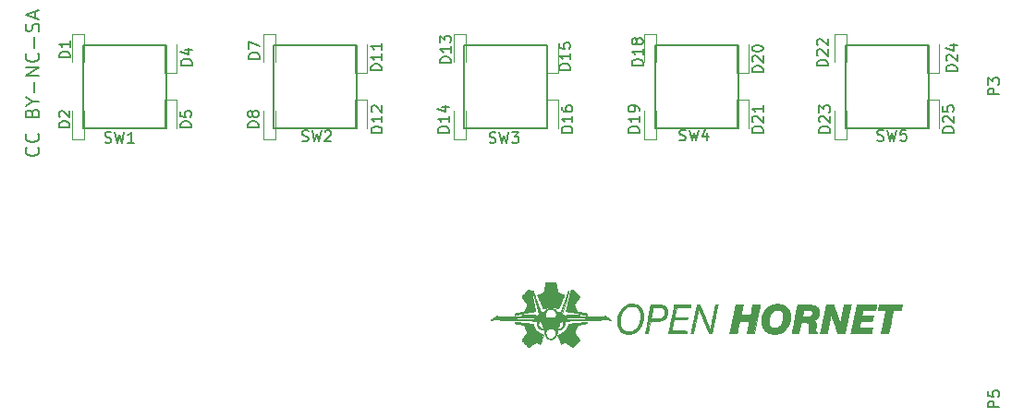
<source format=gbr>
G04 #@! TF.GenerationSoftware,KiCad,Pcbnew,(5.1.4-0-10_14)*
G04 #@! TF.CreationDate,2019-11-16T12:28:40+01:00*
G04 #@! TF.ProjectId,RWR Control Panel,52575220-436f-46e7-9472-6f6c2050616e,-*
G04 #@! TF.SameCoordinates,Original*
G04 #@! TF.FileFunction,Legend,Top*
G04 #@! TF.FilePolarity,Positive*
%FSLAX46Y46*%
G04 Gerber Fmt 4.6, Leading zero omitted, Abs format (unit mm)*
G04 Created by KiCad (PCBNEW (5.1.4-0-10_14)) date 2019-11-16 12:28:40*
%MOMM*%
%LPD*%
G04 APERTURE LIST*
%ADD10C,0.200000*%
%ADD11C,0.010000*%
%ADD12C,0.150000*%
%ADD13C,0.120000*%
G04 APERTURE END LIST*
D10*
X104059378Y-96822483D02*
X104118902Y-96882007D01*
X104178426Y-97060578D01*
X104178426Y-97179626D01*
X104118902Y-97358197D01*
X103999854Y-97477245D01*
X103880807Y-97536769D01*
X103642711Y-97596292D01*
X103464140Y-97596292D01*
X103226045Y-97536769D01*
X103106997Y-97477245D01*
X102987950Y-97358197D01*
X102928426Y-97179626D01*
X102928426Y-97060578D01*
X102987950Y-96882007D01*
X103047473Y-96822483D01*
X104059378Y-95572483D02*
X104118902Y-95632007D01*
X104178426Y-95810578D01*
X104178426Y-95929626D01*
X104118902Y-96108197D01*
X103999854Y-96227245D01*
X103880807Y-96286769D01*
X103642711Y-96346292D01*
X103464140Y-96346292D01*
X103226045Y-96286769D01*
X103106997Y-96227245D01*
X102987950Y-96108197D01*
X102928426Y-95929626D01*
X102928426Y-95810578D01*
X102987950Y-95632007D01*
X103047473Y-95572483D01*
X103523664Y-93667721D02*
X103583188Y-93489150D01*
X103642711Y-93429626D01*
X103761759Y-93370102D01*
X103940330Y-93370102D01*
X104059378Y-93429626D01*
X104118902Y-93489150D01*
X104178426Y-93608197D01*
X104178426Y-94084388D01*
X102928426Y-94084388D01*
X102928426Y-93667721D01*
X102987950Y-93548673D01*
X103047473Y-93489150D01*
X103166521Y-93429626D01*
X103285569Y-93429626D01*
X103404616Y-93489150D01*
X103464140Y-93548673D01*
X103523664Y-93667721D01*
X103523664Y-94084388D01*
X103583188Y-92596292D02*
X104178426Y-92596292D01*
X102928426Y-93012959D02*
X103583188Y-92596292D01*
X102928426Y-92179626D01*
X103702235Y-91762959D02*
X103702235Y-90810578D01*
X104178426Y-90215340D02*
X102928426Y-90215340D01*
X104178426Y-89501054D01*
X102928426Y-89501054D01*
X104059378Y-88191530D02*
X104118902Y-88251054D01*
X104178426Y-88429626D01*
X104178426Y-88548673D01*
X104118902Y-88727245D01*
X103999854Y-88846292D01*
X103880807Y-88905816D01*
X103642711Y-88965340D01*
X103464140Y-88965340D01*
X103226045Y-88905816D01*
X103106997Y-88846292D01*
X102987950Y-88727245D01*
X102928426Y-88548673D01*
X102928426Y-88429626D01*
X102987950Y-88251054D01*
X103047473Y-88191530D01*
X103702235Y-87655816D02*
X103702235Y-86703435D01*
X104118902Y-86167721D02*
X104178426Y-85989150D01*
X104178426Y-85691530D01*
X104118902Y-85572483D01*
X104059378Y-85512959D01*
X103940330Y-85453435D01*
X103821283Y-85453435D01*
X103702235Y-85512959D01*
X103642711Y-85572483D01*
X103583188Y-85691530D01*
X103523664Y-85929626D01*
X103464140Y-86048673D01*
X103404616Y-86108197D01*
X103285569Y-86167721D01*
X103166521Y-86167721D01*
X103047473Y-86108197D01*
X102987950Y-86048673D01*
X102928426Y-85929626D01*
X102928426Y-85632007D01*
X102987950Y-85453435D01*
X103821283Y-84977245D02*
X103821283Y-84382007D01*
X104178426Y-85096292D02*
X102928426Y-84679626D01*
X104178426Y-84262959D01*
D11*
G36*
X147750880Y-112820919D02*
G01*
X147763693Y-112822288D01*
X147783924Y-112824503D01*
X147811076Y-112827505D01*
X147844653Y-112831239D01*
X147884156Y-112835649D01*
X147929090Y-112840679D01*
X147978957Y-112846272D01*
X148033259Y-112852372D01*
X148091501Y-112858923D01*
X148153184Y-112865868D01*
X148217812Y-112873152D01*
X148284888Y-112880718D01*
X148353915Y-112888510D01*
X148424395Y-112896471D01*
X148495831Y-112904546D01*
X148567728Y-112912678D01*
X148639586Y-112920811D01*
X148710910Y-112928889D01*
X148781202Y-112936855D01*
X148849966Y-112944654D01*
X148916703Y-112952228D01*
X148980918Y-112959523D01*
X149042113Y-112966481D01*
X149099791Y-112973046D01*
X149153455Y-112979163D01*
X149202608Y-112984774D01*
X149246752Y-112989824D01*
X149285392Y-112994256D01*
X149318029Y-112998015D01*
X149344166Y-113001043D01*
X149363308Y-113003286D01*
X149374956Y-113004685D01*
X149378012Y-113005079D01*
X149389573Y-113007537D01*
X149395361Y-113011900D01*
X149397950Y-113019508D01*
X149400197Y-113025921D01*
X149405588Y-113039148D01*
X149413730Y-113058313D01*
X149424228Y-113082540D01*
X149436688Y-113110950D01*
X149450716Y-113142667D01*
X149465918Y-113176815D01*
X149481900Y-113212516D01*
X149498267Y-113248894D01*
X149514625Y-113285071D01*
X149530579Y-113320172D01*
X149545737Y-113353318D01*
X149559703Y-113383633D01*
X149572083Y-113410240D01*
X149582483Y-113432263D01*
X149590509Y-113448824D01*
X149594443Y-113456582D01*
X149615314Y-113491917D01*
X149641929Y-113530081D01*
X149672851Y-113569420D01*
X149706640Y-113608280D01*
X149741857Y-113645009D01*
X149777065Y-113677952D01*
X149810824Y-113705458D01*
X149811317Y-113705824D01*
X149818935Y-113710896D01*
X149833156Y-113719783D01*
X149853257Y-113732058D01*
X149878512Y-113747295D01*
X149908196Y-113765069D01*
X149941585Y-113784954D01*
X149977953Y-113806525D01*
X150016576Y-113829355D01*
X150056729Y-113853019D01*
X150097687Y-113877091D01*
X150138726Y-113901146D01*
X150179120Y-113924758D01*
X150218144Y-113947500D01*
X150255075Y-113968948D01*
X150289186Y-113988675D01*
X150319754Y-114006256D01*
X150346052Y-114021265D01*
X150367358Y-114033276D01*
X150382944Y-114041864D01*
X150388223Y-114044667D01*
X150407091Y-114054466D01*
X150246802Y-114441816D01*
X150218344Y-114510444D01*
X150192230Y-114573119D01*
X150168549Y-114629639D01*
X150147388Y-114679798D01*
X150128834Y-114723392D01*
X150112976Y-114760217D01*
X150099900Y-114790070D01*
X150089695Y-114812745D01*
X150082448Y-114828039D01*
X150078245Y-114835747D01*
X150077563Y-114836575D01*
X150066683Y-114842292D01*
X150057754Y-114843983D01*
X150051726Y-114842036D01*
X150039110Y-114836479D01*
X150020762Y-114827737D01*
X149997537Y-114816236D01*
X149970292Y-114802402D01*
X149939881Y-114786660D01*
X149907159Y-114769437D01*
X149896093Y-114763550D01*
X149856856Y-114742675D01*
X149824298Y-114725532D01*
X149797660Y-114711811D01*
X149776182Y-114701198D01*
X149759104Y-114693383D01*
X149745666Y-114688056D01*
X149735110Y-114684904D01*
X149726674Y-114683616D01*
X149719600Y-114683881D01*
X149713128Y-114685389D01*
X149708934Y-114686868D01*
X149704090Y-114689764D01*
X149692773Y-114697121D01*
X149675485Y-114708601D01*
X149652726Y-114723863D01*
X149624998Y-114742569D01*
X149592801Y-114764378D01*
X149556637Y-114788951D01*
X149517006Y-114815949D01*
X149474410Y-114845032D01*
X149429350Y-114875860D01*
X149382327Y-114908095D01*
X149371584Y-114915468D01*
X149315428Y-114954013D01*
X149265818Y-114988035D01*
X149222316Y-115017800D01*
X149184486Y-115043571D01*
X149151891Y-115065616D01*
X149124093Y-115084198D01*
X149100656Y-115099583D01*
X149081143Y-115112036D01*
X149065116Y-115121823D01*
X149052140Y-115129208D01*
X149041776Y-115134458D01*
X149033587Y-115137836D01*
X149027138Y-115139609D01*
X149021990Y-115140041D01*
X149017707Y-115139398D01*
X149013852Y-115137945D01*
X149009987Y-115135947D01*
X149009100Y-115135465D01*
X149004561Y-115131648D01*
X148994567Y-115122314D01*
X148979618Y-115107962D01*
X148960212Y-115089090D01*
X148936846Y-115066197D01*
X148910020Y-115039781D01*
X148880231Y-115010340D01*
X148847978Y-114978372D01*
X148813760Y-114944377D01*
X148778075Y-114908851D01*
X148741420Y-114872294D01*
X148704295Y-114835203D01*
X148667197Y-114798078D01*
X148630626Y-114761415D01*
X148595079Y-114725715D01*
X148561055Y-114691474D01*
X148529051Y-114659192D01*
X148499568Y-114629366D01*
X148473102Y-114602495D01*
X148450152Y-114579077D01*
X148431216Y-114559610D01*
X148416794Y-114544594D01*
X148407382Y-114534525D01*
X148403480Y-114529903D01*
X148403461Y-114529868D01*
X148399285Y-114520619D01*
X148397476Y-114511704D01*
X148398465Y-114501953D01*
X148402689Y-114490195D01*
X148410581Y-114475259D01*
X148422576Y-114455975D01*
X148439107Y-114431172D01*
X148441230Y-114428043D01*
X148450867Y-114413898D01*
X148464805Y-114393495D01*
X148482551Y-114367557D01*
X148503610Y-114336805D01*
X148527489Y-114301958D01*
X148553694Y-114263737D01*
X148581729Y-114222865D01*
X148611102Y-114180061D01*
X148641317Y-114136046D01*
X148668271Y-114096800D01*
X148697652Y-114053959D01*
X148725726Y-114012894D01*
X148752108Y-113974177D01*
X148776414Y-113938376D01*
X148798260Y-113906062D01*
X148817261Y-113877806D01*
X148833033Y-113854177D01*
X148845191Y-113835745D01*
X148853351Y-113823081D01*
X148857129Y-113816755D01*
X148857257Y-113816477D01*
X148861359Y-113803386D01*
X148863050Y-113791197D01*
X148861486Y-113785089D01*
X148856986Y-113771875D01*
X148849841Y-113752280D01*
X148840340Y-113727025D01*
X148828773Y-113696834D01*
X148815431Y-113662429D01*
X148800604Y-113624533D01*
X148784580Y-113583870D01*
X148767651Y-113541162D01*
X148750106Y-113497132D01*
X148732235Y-113452503D01*
X148714329Y-113407999D01*
X148696676Y-113364341D01*
X148679568Y-113322253D01*
X148663294Y-113282459D01*
X148648143Y-113245680D01*
X148634407Y-113212640D01*
X148622374Y-113184061D01*
X148612336Y-113160667D01*
X148604581Y-113143181D01*
X148599400Y-113132325D01*
X148597489Y-113129093D01*
X148588728Y-113119845D01*
X148580893Y-113113393D01*
X148579938Y-113112828D01*
X148574853Y-113111535D01*
X148562022Y-113108819D01*
X148542025Y-113104792D01*
X148515444Y-113099564D01*
X148482857Y-113093247D01*
X148444847Y-113085953D01*
X148401993Y-113077792D01*
X148354875Y-113068876D01*
X148304075Y-113059315D01*
X148250172Y-113049222D01*
X148193747Y-113038707D01*
X148170819Y-113034448D01*
X148097545Y-113020812D01*
X148032315Y-113008591D01*
X147974836Y-112997726D01*
X147924816Y-112988158D01*
X147881961Y-112979829D01*
X147845978Y-112972681D01*
X147816575Y-112966655D01*
X147793457Y-112961692D01*
X147776332Y-112957735D01*
X147764907Y-112954725D01*
X147758888Y-112952604D01*
X147758150Y-112952174D01*
X147749850Y-112945071D01*
X147744017Y-112936713D01*
X147740237Y-112925532D01*
X147738096Y-112909962D01*
X147737180Y-112888436D01*
X147737046Y-112872308D01*
X147737087Y-112850630D01*
X147737433Y-112836024D01*
X147738324Y-112827097D01*
X147739999Y-112822456D01*
X147742700Y-112820705D01*
X147745983Y-112820449D01*
X147750880Y-112820919D01*
X147750880Y-112820919D01*
G37*
X147750880Y-112820919D02*
X147763693Y-112822288D01*
X147783924Y-112824503D01*
X147811076Y-112827505D01*
X147844653Y-112831239D01*
X147884156Y-112835649D01*
X147929090Y-112840679D01*
X147978957Y-112846272D01*
X148033259Y-112852372D01*
X148091501Y-112858923D01*
X148153184Y-112865868D01*
X148217812Y-112873152D01*
X148284888Y-112880718D01*
X148353915Y-112888510D01*
X148424395Y-112896471D01*
X148495831Y-112904546D01*
X148567728Y-112912678D01*
X148639586Y-112920811D01*
X148710910Y-112928889D01*
X148781202Y-112936855D01*
X148849966Y-112944654D01*
X148916703Y-112952228D01*
X148980918Y-112959523D01*
X149042113Y-112966481D01*
X149099791Y-112973046D01*
X149153455Y-112979163D01*
X149202608Y-112984774D01*
X149246752Y-112989824D01*
X149285392Y-112994256D01*
X149318029Y-112998015D01*
X149344166Y-113001043D01*
X149363308Y-113003286D01*
X149374956Y-113004685D01*
X149378012Y-113005079D01*
X149389573Y-113007537D01*
X149395361Y-113011900D01*
X149397950Y-113019508D01*
X149400197Y-113025921D01*
X149405588Y-113039148D01*
X149413730Y-113058313D01*
X149424228Y-113082540D01*
X149436688Y-113110950D01*
X149450716Y-113142667D01*
X149465918Y-113176815D01*
X149481900Y-113212516D01*
X149498267Y-113248894D01*
X149514625Y-113285071D01*
X149530579Y-113320172D01*
X149545737Y-113353318D01*
X149559703Y-113383633D01*
X149572083Y-113410240D01*
X149582483Y-113432263D01*
X149590509Y-113448824D01*
X149594443Y-113456582D01*
X149615314Y-113491917D01*
X149641929Y-113530081D01*
X149672851Y-113569420D01*
X149706640Y-113608280D01*
X149741857Y-113645009D01*
X149777065Y-113677952D01*
X149810824Y-113705458D01*
X149811317Y-113705824D01*
X149818935Y-113710896D01*
X149833156Y-113719783D01*
X149853257Y-113732058D01*
X149878512Y-113747295D01*
X149908196Y-113765069D01*
X149941585Y-113784954D01*
X149977953Y-113806525D01*
X150016576Y-113829355D01*
X150056729Y-113853019D01*
X150097687Y-113877091D01*
X150138726Y-113901146D01*
X150179120Y-113924758D01*
X150218144Y-113947500D01*
X150255075Y-113968948D01*
X150289186Y-113988675D01*
X150319754Y-114006256D01*
X150346052Y-114021265D01*
X150367358Y-114033276D01*
X150382944Y-114041864D01*
X150388223Y-114044667D01*
X150407091Y-114054466D01*
X150246802Y-114441816D01*
X150218344Y-114510444D01*
X150192230Y-114573119D01*
X150168549Y-114629639D01*
X150147388Y-114679798D01*
X150128834Y-114723392D01*
X150112976Y-114760217D01*
X150099900Y-114790070D01*
X150089695Y-114812745D01*
X150082448Y-114828039D01*
X150078245Y-114835747D01*
X150077563Y-114836575D01*
X150066683Y-114842292D01*
X150057754Y-114843983D01*
X150051726Y-114842036D01*
X150039110Y-114836479D01*
X150020762Y-114827737D01*
X149997537Y-114816236D01*
X149970292Y-114802402D01*
X149939881Y-114786660D01*
X149907159Y-114769437D01*
X149896093Y-114763550D01*
X149856856Y-114742675D01*
X149824298Y-114725532D01*
X149797660Y-114711811D01*
X149776182Y-114701198D01*
X149759104Y-114693383D01*
X149745666Y-114688056D01*
X149735110Y-114684904D01*
X149726674Y-114683616D01*
X149719600Y-114683881D01*
X149713128Y-114685389D01*
X149708934Y-114686868D01*
X149704090Y-114689764D01*
X149692773Y-114697121D01*
X149675485Y-114708601D01*
X149652726Y-114723863D01*
X149624998Y-114742569D01*
X149592801Y-114764378D01*
X149556637Y-114788951D01*
X149517006Y-114815949D01*
X149474410Y-114845032D01*
X149429350Y-114875860D01*
X149382327Y-114908095D01*
X149371584Y-114915468D01*
X149315428Y-114954013D01*
X149265818Y-114988035D01*
X149222316Y-115017800D01*
X149184486Y-115043571D01*
X149151891Y-115065616D01*
X149124093Y-115084198D01*
X149100656Y-115099583D01*
X149081143Y-115112036D01*
X149065116Y-115121823D01*
X149052140Y-115129208D01*
X149041776Y-115134458D01*
X149033587Y-115137836D01*
X149027138Y-115139609D01*
X149021990Y-115140041D01*
X149017707Y-115139398D01*
X149013852Y-115137945D01*
X149009987Y-115135947D01*
X149009100Y-115135465D01*
X149004561Y-115131648D01*
X148994567Y-115122314D01*
X148979618Y-115107962D01*
X148960212Y-115089090D01*
X148936846Y-115066197D01*
X148910020Y-115039781D01*
X148880231Y-115010340D01*
X148847978Y-114978372D01*
X148813760Y-114944377D01*
X148778075Y-114908851D01*
X148741420Y-114872294D01*
X148704295Y-114835203D01*
X148667197Y-114798078D01*
X148630626Y-114761415D01*
X148595079Y-114725715D01*
X148561055Y-114691474D01*
X148529051Y-114659192D01*
X148499568Y-114629366D01*
X148473102Y-114602495D01*
X148450152Y-114579077D01*
X148431216Y-114559610D01*
X148416794Y-114544594D01*
X148407382Y-114534525D01*
X148403480Y-114529903D01*
X148403461Y-114529868D01*
X148399285Y-114520619D01*
X148397476Y-114511704D01*
X148398465Y-114501953D01*
X148402689Y-114490195D01*
X148410581Y-114475259D01*
X148422576Y-114455975D01*
X148439107Y-114431172D01*
X148441230Y-114428043D01*
X148450867Y-114413898D01*
X148464805Y-114393495D01*
X148482551Y-114367557D01*
X148503610Y-114336805D01*
X148527489Y-114301958D01*
X148553694Y-114263737D01*
X148581729Y-114222865D01*
X148611102Y-114180061D01*
X148641317Y-114136046D01*
X148668271Y-114096800D01*
X148697652Y-114053959D01*
X148725726Y-114012894D01*
X148752108Y-113974177D01*
X148776414Y-113938376D01*
X148798260Y-113906062D01*
X148817261Y-113877806D01*
X148833033Y-113854177D01*
X148845191Y-113835745D01*
X148853351Y-113823081D01*
X148857129Y-113816755D01*
X148857257Y-113816477D01*
X148861359Y-113803386D01*
X148863050Y-113791197D01*
X148861486Y-113785089D01*
X148856986Y-113771875D01*
X148849841Y-113752280D01*
X148840340Y-113727025D01*
X148828773Y-113696834D01*
X148815431Y-113662429D01*
X148800604Y-113624533D01*
X148784580Y-113583870D01*
X148767651Y-113541162D01*
X148750106Y-113497132D01*
X148732235Y-113452503D01*
X148714329Y-113407999D01*
X148696676Y-113364341D01*
X148679568Y-113322253D01*
X148663294Y-113282459D01*
X148648143Y-113245680D01*
X148634407Y-113212640D01*
X148622374Y-113184061D01*
X148612336Y-113160667D01*
X148604581Y-113143181D01*
X148599400Y-113132325D01*
X148597489Y-113129093D01*
X148588728Y-113119845D01*
X148580893Y-113113393D01*
X148579938Y-113112828D01*
X148574853Y-113111535D01*
X148562022Y-113108819D01*
X148542025Y-113104792D01*
X148515444Y-113099564D01*
X148482857Y-113093247D01*
X148444847Y-113085953D01*
X148401993Y-113077792D01*
X148354875Y-113068876D01*
X148304075Y-113059315D01*
X148250172Y-113049222D01*
X148193747Y-113038707D01*
X148170819Y-113034448D01*
X148097545Y-113020812D01*
X148032315Y-113008591D01*
X147974836Y-112997726D01*
X147924816Y-112988158D01*
X147881961Y-112979829D01*
X147845978Y-112972681D01*
X147816575Y-112966655D01*
X147793457Y-112961692D01*
X147776332Y-112957735D01*
X147764907Y-112954725D01*
X147758888Y-112952604D01*
X147758150Y-112952174D01*
X147749850Y-112945071D01*
X147744017Y-112936713D01*
X147740237Y-112925532D01*
X147738096Y-112909962D01*
X147737180Y-112888436D01*
X147737046Y-112872308D01*
X147737087Y-112850630D01*
X147737433Y-112836024D01*
X147738324Y-112827097D01*
X147739999Y-112822456D01*
X147742700Y-112820705D01*
X147745983Y-112820449D01*
X147750880Y-112820919D01*
G36*
X154331047Y-112820721D02*
G01*
X154333883Y-112822496D01*
X154335577Y-112827213D01*
X154336424Y-112836311D01*
X154336717Y-112851231D01*
X154336750Y-112869269D01*
X154336054Y-112897909D01*
X154333749Y-112919429D01*
X154329509Y-112935076D01*
X154323008Y-112946099D01*
X154314879Y-112953148D01*
X154309290Y-112954862D01*
X154295900Y-112957990D01*
X154275238Y-112962426D01*
X154247831Y-112968068D01*
X154214209Y-112974811D01*
X154174900Y-112982552D01*
X154130433Y-112991185D01*
X154081336Y-113000608D01*
X154028137Y-113010717D01*
X153971365Y-113021407D01*
X153911550Y-113032574D01*
X153903218Y-113034122D01*
X153845985Y-113044776D01*
X153791049Y-113055049D01*
X153738991Y-113064832D01*
X153690390Y-113074012D01*
X153645827Y-113082479D01*
X153605881Y-113090121D01*
X153571133Y-113096827D01*
X153542163Y-113102486D01*
X153519551Y-113106988D01*
X153503877Y-113110220D01*
X153495722Y-113112071D01*
X153494701Y-113112397D01*
X153490411Y-113115025D01*
X153486204Y-113118461D01*
X153481848Y-113123217D01*
X153477112Y-113129802D01*
X153471766Y-113138727D01*
X153465577Y-113150503D01*
X153458316Y-113165641D01*
X153449751Y-113184650D01*
X153439651Y-113208041D01*
X153427785Y-113236326D01*
X153413922Y-113270014D01*
X153397831Y-113309616D01*
X153379281Y-113355643D01*
X153358042Y-113408605D01*
X153338028Y-113458637D01*
X153311760Y-113524515D01*
X153288684Y-113582749D01*
X153268732Y-113633511D01*
X153251840Y-113676973D01*
X153237943Y-113713306D01*
X153226975Y-113742681D01*
X153218871Y-113765272D01*
X153213566Y-113781248D01*
X153210993Y-113790783D01*
X153210710Y-113793070D01*
X153212426Y-113807269D01*
X153216551Y-113820063D01*
X153216850Y-113820654D01*
X153220114Y-113825830D01*
X153227819Y-113837462D01*
X153239612Y-113855029D01*
X153255139Y-113878013D01*
X153274044Y-113905890D01*
X153295975Y-113938141D01*
X153320578Y-113974245D01*
X153347497Y-114013681D01*
X153376379Y-114055929D01*
X153406870Y-114100467D01*
X153435607Y-114142388D01*
X153467449Y-114188811D01*
X153498161Y-114233590D01*
X153527373Y-114276182D01*
X153554713Y-114316048D01*
X153579810Y-114352646D01*
X153602295Y-114385436D01*
X153621795Y-114413877D01*
X153637941Y-114437428D01*
X153650360Y-114455549D01*
X153658684Y-114467698D01*
X153662300Y-114472983D01*
X153672917Y-114492315D01*
X153676350Y-114508934D01*
X153676152Y-114511613D01*
X153675331Y-114514634D01*
X153673546Y-114518353D01*
X153670458Y-114523128D01*
X153665725Y-114529315D01*
X153659009Y-114537273D01*
X153649968Y-114547357D01*
X153638263Y-114559926D01*
X153623552Y-114575337D01*
X153605497Y-114593946D01*
X153583756Y-114616112D01*
X153557989Y-114642191D01*
X153527857Y-114672540D01*
X153493018Y-114707517D01*
X153453133Y-114747480D01*
X153407861Y-114792784D01*
X153368343Y-114832309D01*
X153317448Y-114883265D01*
X153272232Y-114928601D01*
X153232312Y-114968609D01*
X153197304Y-115003580D01*
X153166826Y-115033803D01*
X153140493Y-115059571D01*
X153117923Y-115081173D01*
X153098732Y-115098901D01*
X153082536Y-115113046D01*
X153068954Y-115123898D01*
X153057600Y-115131748D01*
X153048091Y-115136887D01*
X153040045Y-115139605D01*
X153033078Y-115140195D01*
X153026807Y-115138946D01*
X153020848Y-115136149D01*
X153014817Y-115132095D01*
X153008333Y-115127075D01*
X153001010Y-115121380D01*
X152993977Y-115116318D01*
X152985088Y-115110240D01*
X152969810Y-115099777D01*
X152948732Y-115085332D01*
X152922447Y-115067313D01*
X152891544Y-115046123D01*
X152856615Y-115022168D01*
X152818250Y-114995854D01*
X152777041Y-114967585D01*
X152733577Y-114937766D01*
X152688451Y-114906804D01*
X152662701Y-114889134D01*
X152609955Y-114852958D01*
X152563713Y-114821295D01*
X152523516Y-114793846D01*
X152488902Y-114770311D01*
X152459410Y-114750391D01*
X152434581Y-114733787D01*
X152413952Y-114720199D01*
X152397063Y-114709328D01*
X152383453Y-114700876D01*
X152372661Y-114694541D01*
X152364227Y-114690025D01*
X152357689Y-114687029D01*
X152352587Y-114685254D01*
X152348460Y-114684399D01*
X152347318Y-114684275D01*
X152342158Y-114684045D01*
X152336718Y-114684505D01*
X152330231Y-114686011D01*
X152321929Y-114688920D01*
X152311048Y-114693585D01*
X152296819Y-114700364D01*
X152278475Y-114709612D01*
X152255250Y-114721683D01*
X152226378Y-114736934D01*
X152191091Y-114755721D01*
X152176904Y-114763293D01*
X152135556Y-114785204D01*
X152099569Y-114803929D01*
X152069308Y-114819291D01*
X152045134Y-114831110D01*
X152027410Y-114839207D01*
X152016497Y-114843402D01*
X152013600Y-114843983D01*
X152000440Y-114840366D01*
X151992773Y-114834458D01*
X151990156Y-114829487D01*
X151984544Y-114817233D01*
X151976166Y-114798242D01*
X151965251Y-114773060D01*
X151952027Y-114742233D01*
X151936725Y-114706306D01*
X151919572Y-114665825D01*
X151900799Y-114621337D01*
X151880633Y-114573386D01*
X151859305Y-114522518D01*
X151837043Y-114469281D01*
X151814077Y-114414218D01*
X151790635Y-114357877D01*
X151766946Y-114300802D01*
X151743240Y-114243540D01*
X151719746Y-114186637D01*
X151696692Y-114130638D01*
X151674308Y-114076089D01*
X151666913Y-114058024D01*
X151668583Y-114052943D01*
X151672622Y-114050665D01*
X151678601Y-114047791D01*
X151691165Y-114040996D01*
X151709625Y-114030686D01*
X151733287Y-114017266D01*
X151761459Y-114001141D01*
X151793451Y-113982716D01*
X151828570Y-113962396D01*
X151866123Y-113940587D01*
X151905420Y-113917694D01*
X151945769Y-113894121D01*
X151986477Y-113870275D01*
X152026853Y-113846560D01*
X152066204Y-113823381D01*
X152103839Y-113801143D01*
X152139067Y-113780252D01*
X152171194Y-113761113D01*
X152199530Y-113744131D01*
X152223382Y-113729711D01*
X152242059Y-113718259D01*
X152254868Y-113710178D01*
X152260195Y-113706585D01*
X152293856Y-113679528D01*
X152329396Y-113646560D01*
X152365201Y-113609481D01*
X152399657Y-113570093D01*
X152431148Y-113530195D01*
X152458060Y-113491589D01*
X152469306Y-113473315D01*
X152474238Y-113463986D01*
X152482109Y-113447993D01*
X152492509Y-113426239D01*
X152505026Y-113399627D01*
X152519252Y-113369062D01*
X152534775Y-113335447D01*
X152551184Y-113299685D01*
X152568071Y-113262680D01*
X152585023Y-113225337D01*
X152601632Y-113188557D01*
X152617487Y-113153246D01*
X152632176Y-113120306D01*
X152645291Y-113090642D01*
X152656420Y-113065156D01*
X152665153Y-113044753D01*
X152671081Y-113030336D01*
X152673635Y-113023367D01*
X152676828Y-113013039D01*
X152678823Y-113007201D01*
X152679077Y-113006716D01*
X152683262Y-113006245D01*
X152695456Y-113004863D01*
X152715254Y-113002616D01*
X152742252Y-112999549D01*
X152776047Y-112995708D01*
X152816235Y-112991141D01*
X152862412Y-112985891D01*
X152914173Y-112980006D01*
X152971115Y-112973531D01*
X153032833Y-112966513D01*
X153098925Y-112958997D01*
X153168986Y-112951028D01*
X153242611Y-112942654D01*
X153319398Y-112933919D01*
X153398941Y-112924871D01*
X153480838Y-112915554D01*
X153498166Y-112913583D01*
X153580654Y-112904204D01*
X153660961Y-112895085D01*
X153738675Y-112886271D01*
X153813387Y-112877809D01*
X153884687Y-112869744D01*
X153952164Y-112862123D01*
X154015408Y-112854992D01*
X154074009Y-112848397D01*
X154127557Y-112842384D01*
X154175641Y-112837000D01*
X154217851Y-112832289D01*
X154253777Y-112828300D01*
X154283009Y-112825076D01*
X154305136Y-112822665D01*
X154319749Y-112821113D01*
X154326437Y-112820466D01*
X154326775Y-112820449D01*
X154331047Y-112820721D01*
X154331047Y-112820721D01*
G37*
X154331047Y-112820721D02*
X154333883Y-112822496D01*
X154335577Y-112827213D01*
X154336424Y-112836311D01*
X154336717Y-112851231D01*
X154336750Y-112869269D01*
X154336054Y-112897909D01*
X154333749Y-112919429D01*
X154329509Y-112935076D01*
X154323008Y-112946099D01*
X154314879Y-112953148D01*
X154309290Y-112954862D01*
X154295900Y-112957990D01*
X154275238Y-112962426D01*
X154247831Y-112968068D01*
X154214209Y-112974811D01*
X154174900Y-112982552D01*
X154130433Y-112991185D01*
X154081336Y-113000608D01*
X154028137Y-113010717D01*
X153971365Y-113021407D01*
X153911550Y-113032574D01*
X153903218Y-113034122D01*
X153845985Y-113044776D01*
X153791049Y-113055049D01*
X153738991Y-113064832D01*
X153690390Y-113074012D01*
X153645827Y-113082479D01*
X153605881Y-113090121D01*
X153571133Y-113096827D01*
X153542163Y-113102486D01*
X153519551Y-113106988D01*
X153503877Y-113110220D01*
X153495722Y-113112071D01*
X153494701Y-113112397D01*
X153490411Y-113115025D01*
X153486204Y-113118461D01*
X153481848Y-113123217D01*
X153477112Y-113129802D01*
X153471766Y-113138727D01*
X153465577Y-113150503D01*
X153458316Y-113165641D01*
X153449751Y-113184650D01*
X153439651Y-113208041D01*
X153427785Y-113236326D01*
X153413922Y-113270014D01*
X153397831Y-113309616D01*
X153379281Y-113355643D01*
X153358042Y-113408605D01*
X153338028Y-113458637D01*
X153311760Y-113524515D01*
X153288684Y-113582749D01*
X153268732Y-113633511D01*
X153251840Y-113676973D01*
X153237943Y-113713306D01*
X153226975Y-113742681D01*
X153218871Y-113765272D01*
X153213566Y-113781248D01*
X153210993Y-113790783D01*
X153210710Y-113793070D01*
X153212426Y-113807269D01*
X153216551Y-113820063D01*
X153216850Y-113820654D01*
X153220114Y-113825830D01*
X153227819Y-113837462D01*
X153239612Y-113855029D01*
X153255139Y-113878013D01*
X153274044Y-113905890D01*
X153295975Y-113938141D01*
X153320578Y-113974245D01*
X153347497Y-114013681D01*
X153376379Y-114055929D01*
X153406870Y-114100467D01*
X153435607Y-114142388D01*
X153467449Y-114188811D01*
X153498161Y-114233590D01*
X153527373Y-114276182D01*
X153554713Y-114316048D01*
X153579810Y-114352646D01*
X153602295Y-114385436D01*
X153621795Y-114413877D01*
X153637941Y-114437428D01*
X153650360Y-114455549D01*
X153658684Y-114467698D01*
X153662300Y-114472983D01*
X153672917Y-114492315D01*
X153676350Y-114508934D01*
X153676152Y-114511613D01*
X153675331Y-114514634D01*
X153673546Y-114518353D01*
X153670458Y-114523128D01*
X153665725Y-114529315D01*
X153659009Y-114537273D01*
X153649968Y-114547357D01*
X153638263Y-114559926D01*
X153623552Y-114575337D01*
X153605497Y-114593946D01*
X153583756Y-114616112D01*
X153557989Y-114642191D01*
X153527857Y-114672540D01*
X153493018Y-114707517D01*
X153453133Y-114747480D01*
X153407861Y-114792784D01*
X153368343Y-114832309D01*
X153317448Y-114883265D01*
X153272232Y-114928601D01*
X153232312Y-114968609D01*
X153197304Y-115003580D01*
X153166826Y-115033803D01*
X153140493Y-115059571D01*
X153117923Y-115081173D01*
X153098732Y-115098901D01*
X153082536Y-115113046D01*
X153068954Y-115123898D01*
X153057600Y-115131748D01*
X153048091Y-115136887D01*
X153040045Y-115139605D01*
X153033078Y-115140195D01*
X153026807Y-115138946D01*
X153020848Y-115136149D01*
X153014817Y-115132095D01*
X153008333Y-115127075D01*
X153001010Y-115121380D01*
X152993977Y-115116318D01*
X152985088Y-115110240D01*
X152969810Y-115099777D01*
X152948732Y-115085332D01*
X152922447Y-115067313D01*
X152891544Y-115046123D01*
X152856615Y-115022168D01*
X152818250Y-114995854D01*
X152777041Y-114967585D01*
X152733577Y-114937766D01*
X152688451Y-114906804D01*
X152662701Y-114889134D01*
X152609955Y-114852958D01*
X152563713Y-114821295D01*
X152523516Y-114793846D01*
X152488902Y-114770311D01*
X152459410Y-114750391D01*
X152434581Y-114733787D01*
X152413952Y-114720199D01*
X152397063Y-114709328D01*
X152383453Y-114700876D01*
X152372661Y-114694541D01*
X152364227Y-114690025D01*
X152357689Y-114687029D01*
X152352587Y-114685254D01*
X152348460Y-114684399D01*
X152347318Y-114684275D01*
X152342158Y-114684045D01*
X152336718Y-114684505D01*
X152330231Y-114686011D01*
X152321929Y-114688920D01*
X152311048Y-114693585D01*
X152296819Y-114700364D01*
X152278475Y-114709612D01*
X152255250Y-114721683D01*
X152226378Y-114736934D01*
X152191091Y-114755721D01*
X152176904Y-114763293D01*
X152135556Y-114785204D01*
X152099569Y-114803929D01*
X152069308Y-114819291D01*
X152045134Y-114831110D01*
X152027410Y-114839207D01*
X152016497Y-114843402D01*
X152013600Y-114843983D01*
X152000440Y-114840366D01*
X151992773Y-114834458D01*
X151990156Y-114829487D01*
X151984544Y-114817233D01*
X151976166Y-114798242D01*
X151965251Y-114773060D01*
X151952027Y-114742233D01*
X151936725Y-114706306D01*
X151919572Y-114665825D01*
X151900799Y-114621337D01*
X151880633Y-114573386D01*
X151859305Y-114522518D01*
X151837043Y-114469281D01*
X151814077Y-114414218D01*
X151790635Y-114357877D01*
X151766946Y-114300802D01*
X151743240Y-114243540D01*
X151719746Y-114186637D01*
X151696692Y-114130638D01*
X151674308Y-114076089D01*
X151666913Y-114058024D01*
X151668583Y-114052943D01*
X151672622Y-114050665D01*
X151678601Y-114047791D01*
X151691165Y-114040996D01*
X151709625Y-114030686D01*
X151733287Y-114017266D01*
X151761459Y-114001141D01*
X151793451Y-113982716D01*
X151828570Y-113962396D01*
X151866123Y-113940587D01*
X151905420Y-113917694D01*
X151945769Y-113894121D01*
X151986477Y-113870275D01*
X152026853Y-113846560D01*
X152066204Y-113823381D01*
X152103839Y-113801143D01*
X152139067Y-113780252D01*
X152171194Y-113761113D01*
X152199530Y-113744131D01*
X152223382Y-113729711D01*
X152242059Y-113718259D01*
X152254868Y-113710178D01*
X152260195Y-113706585D01*
X152293856Y-113679528D01*
X152329396Y-113646560D01*
X152365201Y-113609481D01*
X152399657Y-113570093D01*
X152431148Y-113530195D01*
X152458060Y-113491589D01*
X152469306Y-113473315D01*
X152474238Y-113463986D01*
X152482109Y-113447993D01*
X152492509Y-113426239D01*
X152505026Y-113399627D01*
X152519252Y-113369062D01*
X152534775Y-113335447D01*
X152551184Y-113299685D01*
X152568071Y-113262680D01*
X152585023Y-113225337D01*
X152601632Y-113188557D01*
X152617487Y-113153246D01*
X152632176Y-113120306D01*
X152645291Y-113090642D01*
X152656420Y-113065156D01*
X152665153Y-113044753D01*
X152671081Y-113030336D01*
X152673635Y-113023367D01*
X152676828Y-113013039D01*
X152678823Y-113007201D01*
X152679077Y-113006716D01*
X152683262Y-113006245D01*
X152695456Y-113004863D01*
X152715254Y-113002616D01*
X152742252Y-112999549D01*
X152776047Y-112995708D01*
X152816235Y-112991141D01*
X152862412Y-112985891D01*
X152914173Y-112980006D01*
X152971115Y-112973531D01*
X153032833Y-112966513D01*
X153098925Y-112958997D01*
X153168986Y-112951028D01*
X153242611Y-112942654D01*
X153319398Y-112933919D01*
X153398941Y-112924871D01*
X153480838Y-112915554D01*
X153498166Y-112913583D01*
X153580654Y-112904204D01*
X153660961Y-112895085D01*
X153738675Y-112886271D01*
X153813387Y-112877809D01*
X153884687Y-112869744D01*
X153952164Y-112862123D01*
X154015408Y-112854992D01*
X154074009Y-112848397D01*
X154127557Y-112842384D01*
X154175641Y-112837000D01*
X154217851Y-112832289D01*
X154253777Y-112828300D01*
X154283009Y-112825076D01*
X154305136Y-112822665D01*
X154319749Y-112821113D01*
X154326437Y-112820466D01*
X154326775Y-112820449D01*
X154331047Y-112820721D01*
G36*
X149423276Y-109989062D02*
G01*
X149429615Y-109992234D01*
X149433442Y-109999414D01*
X149433651Y-109999991D01*
X149436138Y-110006964D01*
X149441301Y-110021452D01*
X149448975Y-110042993D01*
X149458996Y-110071127D01*
X149471199Y-110105391D01*
X149485420Y-110145324D01*
X149501496Y-110190466D01*
X149519261Y-110240354D01*
X149538552Y-110294527D01*
X149559204Y-110352524D01*
X149581053Y-110413884D01*
X149603935Y-110478145D01*
X149627685Y-110544845D01*
X149652139Y-110613524D01*
X149677133Y-110683720D01*
X149702503Y-110754971D01*
X149728084Y-110826816D01*
X149753711Y-110898794D01*
X149779222Y-110970444D01*
X149804451Y-111041304D01*
X149829234Y-111110912D01*
X149853407Y-111178808D01*
X149876806Y-111244530D01*
X149899266Y-111307616D01*
X149920622Y-111367605D01*
X149940712Y-111424036D01*
X149959371Y-111476448D01*
X149976433Y-111524378D01*
X149991735Y-111567367D01*
X150005114Y-111604951D01*
X150016403Y-111636670D01*
X150018863Y-111643583D01*
X150036695Y-111693669D01*
X150053705Y-111741414D01*
X150069681Y-111786221D01*
X150084411Y-111827495D01*
X150097680Y-111864642D01*
X150109277Y-111897064D01*
X150118988Y-111924168D01*
X150126600Y-111945357D01*
X150131901Y-111960037D01*
X150134678Y-111967611D01*
X150135050Y-111968547D01*
X150139127Y-111967814D01*
X150148051Y-111964596D01*
X150150611Y-111963549D01*
X150168094Y-111957964D01*
X150192662Y-111952588D01*
X150222933Y-111947594D01*
X150257525Y-111943153D01*
X150295057Y-111939437D01*
X150334146Y-111936619D01*
X150373412Y-111934870D01*
X150382895Y-111934624D01*
X150427424Y-111933646D01*
X150447849Y-111899211D01*
X150472481Y-111860895D01*
X150501044Y-111821862D01*
X150532068Y-111783828D01*
X150564079Y-111748513D01*
X150595606Y-111717634D01*
X150623616Y-111694087D01*
X150652791Y-111674537D01*
X150688765Y-111654709D01*
X150729923Y-111635268D01*
X150774650Y-111616881D01*
X150821331Y-111600213D01*
X150868352Y-111585931D01*
X150911984Y-111575153D01*
X150945697Y-111569675D01*
X150985076Y-111566214D01*
X151027563Y-111564771D01*
X151070600Y-111565345D01*
X151111630Y-111567938D01*
X151148096Y-111572548D01*
X151161750Y-111575153D01*
X151213857Y-111588189D01*
X151265902Y-111604552D01*
X151316350Y-111623588D01*
X151363664Y-111644642D01*
X151406308Y-111667060D01*
X151442747Y-111690188D01*
X151457288Y-111701113D01*
X151487934Y-111728093D01*
X151520125Y-111760772D01*
X151552101Y-111797056D01*
X151582100Y-111834849D01*
X151608362Y-111872056D01*
X151627581Y-111903734D01*
X151643972Y-111933600D01*
X151691786Y-111934641D01*
X151747064Y-111937065D01*
X151801041Y-111941769D01*
X151851890Y-111948517D01*
X151897781Y-111957072D01*
X151931840Y-111965682D01*
X151932560Y-111965548D01*
X151933522Y-111964613D01*
X151934817Y-111962632D01*
X151936533Y-111959356D01*
X151938760Y-111954541D01*
X151941586Y-111947938D01*
X151945101Y-111939301D01*
X151949394Y-111928383D01*
X151954554Y-111914938D01*
X151960670Y-111898720D01*
X151967831Y-111879480D01*
X151976127Y-111856973D01*
X151985646Y-111830952D01*
X151996478Y-111801171D01*
X152008712Y-111767381D01*
X152022437Y-111729338D01*
X152037742Y-111686794D01*
X152054717Y-111639502D01*
X152073449Y-111587216D01*
X152094030Y-111529689D01*
X152116547Y-111466674D01*
X152141089Y-111397925D01*
X152167747Y-111323195D01*
X152196609Y-111242237D01*
X152227764Y-111154805D01*
X152261301Y-111060651D01*
X152297310Y-110959530D01*
X152335880Y-110851194D01*
X152377099Y-110735397D01*
X152421057Y-110611892D01*
X152425266Y-110600066D01*
X152642226Y-109990466D01*
X152660895Y-109989216D01*
X152673986Y-109989320D01*
X152683108Y-109992896D01*
X152691596Y-110000523D01*
X152703627Y-110013081D01*
X152393536Y-111059826D01*
X152083445Y-112106572D01*
X152094510Y-112115395D01*
X152101359Y-112119807D01*
X152114544Y-112127379D01*
X152132848Y-112137445D01*
X152155052Y-112149343D01*
X152179940Y-112162408D01*
X152194989Y-112170189D01*
X152284405Y-112216161D01*
X152587736Y-112198559D01*
X152677724Y-112193344D01*
X152759713Y-112188612D01*
X152834154Y-112184341D01*
X152901501Y-112180511D01*
X152962206Y-112177100D01*
X153016721Y-112174088D01*
X153065498Y-112171455D01*
X153108990Y-112169179D01*
X153147650Y-112167239D01*
X153181928Y-112165615D01*
X153212279Y-112164285D01*
X153239154Y-112163230D01*
X153263005Y-112162427D01*
X153284285Y-112161857D01*
X153303447Y-112161498D01*
X153320942Y-112161330D01*
X153337223Y-112161331D01*
X153352743Y-112161481D01*
X153367953Y-112161759D01*
X153380017Y-112162055D01*
X153439318Y-112164006D01*
X153491623Y-112166491D01*
X153536620Y-112169487D01*
X153573993Y-112172971D01*
X153603430Y-112176919D01*
X153618303Y-112179756D01*
X153643086Y-112188174D01*
X153662395Y-112201704D01*
X153677783Y-112221626D01*
X153684505Y-112234415D01*
X153688582Y-112242806D01*
X153691636Y-112249659D01*
X153692953Y-112255271D01*
X153691823Y-112259940D01*
X153687535Y-112263963D01*
X153679376Y-112267638D01*
X153666635Y-112271262D01*
X153648600Y-112275133D01*
X153624561Y-112279549D01*
X153593805Y-112284806D01*
X153555622Y-112291203D01*
X153544058Y-112293145D01*
X153499509Y-112300675D01*
X153462800Y-112306960D01*
X153433411Y-112312103D01*
X153410823Y-112316204D01*
X153394517Y-112319364D01*
X153383974Y-112321684D01*
X153378673Y-112323265D01*
X153378097Y-112324208D01*
X153381724Y-112324614D01*
X153382133Y-112324626D01*
X153387262Y-112324777D01*
X153400386Y-112325176D01*
X153421040Y-112325808D01*
X153448756Y-112326658D01*
X153483069Y-112327711D01*
X153523511Y-112328955D01*
X153569617Y-112330374D01*
X153620919Y-112331953D01*
X153676951Y-112333680D01*
X153737246Y-112335538D01*
X153801339Y-112337514D01*
X153868761Y-112339594D01*
X153939046Y-112341762D01*
X154011729Y-112344005D01*
X154036414Y-112344768D01*
X154682228Y-112364706D01*
X155272548Y-112342713D01*
X155343531Y-112340064D01*
X155412807Y-112337468D01*
X155479839Y-112334947D01*
X155544091Y-112332522D01*
X155605027Y-112330212D01*
X155662110Y-112328039D01*
X155714804Y-112326022D01*
X155762573Y-112324183D01*
X155804880Y-112322542D01*
X155841190Y-112321120D01*
X155870965Y-112319936D01*
X155893670Y-112319012D01*
X155908768Y-112318369D01*
X155913908Y-112318128D01*
X155964949Y-112315536D01*
X155963168Y-112303402D01*
X155963903Y-112287699D01*
X155970843Y-112276966D01*
X155983128Y-112271508D01*
X155999895Y-112271629D01*
X156020286Y-112277635D01*
X156027171Y-112280721D01*
X156033548Y-112284617D01*
X156046060Y-112292998D01*
X156063999Y-112305357D01*
X156086662Y-112321188D01*
X156113341Y-112339985D01*
X156143332Y-112361242D01*
X156175929Y-112384453D01*
X156210427Y-112409113D01*
X156246119Y-112434713D01*
X156282300Y-112460749D01*
X156318265Y-112486715D01*
X156353308Y-112512104D01*
X156386723Y-112536410D01*
X156417805Y-112559128D01*
X156445848Y-112579750D01*
X156470147Y-112597771D01*
X156489996Y-112612685D01*
X156490551Y-112613105D01*
X156511814Y-112632209D01*
X156526069Y-112652502D01*
X156533943Y-112672888D01*
X156536277Y-112688120D01*
X156533106Y-112698385D01*
X156523835Y-112704102D01*
X156507870Y-112705693D01*
X156489611Y-112704242D01*
X156482138Y-112703011D01*
X156474670Y-112700884D01*
X156466228Y-112697285D01*
X156455832Y-112691639D01*
X156442502Y-112683370D01*
X156425259Y-112671904D01*
X156403123Y-112656663D01*
X156375114Y-112637074D01*
X156374330Y-112636523D01*
X156281967Y-112571668D01*
X156197300Y-112579599D01*
X156163709Y-112582731D01*
X156124026Y-112586407D01*
X156078951Y-112590563D01*
X156029183Y-112595136D01*
X155975422Y-112600062D01*
X155918366Y-112605279D01*
X155858715Y-112610722D01*
X155797167Y-112616328D01*
X155734422Y-112622035D01*
X155671178Y-112627778D01*
X155608136Y-112633494D01*
X155545994Y-112639121D01*
X155485451Y-112644594D01*
X155427207Y-112649850D01*
X155371960Y-112654826D01*
X155320409Y-112659458D01*
X155273255Y-112663684D01*
X155231195Y-112667439D01*
X155194929Y-112670661D01*
X155165156Y-112673286D01*
X155142576Y-112675251D01*
X155130500Y-112676276D01*
X155110708Y-112677832D01*
X155090317Y-112679229D01*
X155068661Y-112680486D01*
X155045073Y-112681621D01*
X155018887Y-112682651D01*
X154989438Y-112683595D01*
X154956059Y-112684470D01*
X154918084Y-112685293D01*
X154874847Y-112686083D01*
X154825682Y-112686857D01*
X154769923Y-112687634D01*
X154706903Y-112688430D01*
X154650017Y-112689102D01*
X154600861Y-112689672D01*
X154553610Y-112690225D01*
X154507775Y-112690767D01*
X154462867Y-112691305D01*
X154418395Y-112691847D01*
X154373869Y-112692398D01*
X154328800Y-112692965D01*
X154282698Y-112693554D01*
X154235073Y-112694173D01*
X154185435Y-112694827D01*
X154133295Y-112695524D01*
X154078163Y-112696270D01*
X154019550Y-112697072D01*
X153956964Y-112697936D01*
X153889917Y-112698868D01*
X153817919Y-112699876D01*
X153740480Y-112700966D01*
X153657111Y-112702145D01*
X153567320Y-112703419D01*
X153470620Y-112704794D01*
X153366519Y-112706278D01*
X153254529Y-112707877D01*
X153233967Y-112708171D01*
X153141071Y-112709499D01*
X153056260Y-112710715D01*
X152979149Y-112711829D01*
X152909358Y-112712851D01*
X152846504Y-112713790D01*
X152790205Y-112714655D01*
X152740078Y-112715457D01*
X152695741Y-112716204D01*
X152656813Y-112716907D01*
X152622911Y-112717575D01*
X152593653Y-112718217D01*
X152568656Y-112718844D01*
X152547539Y-112719465D01*
X152529919Y-112720089D01*
X152515413Y-112720726D01*
X152503641Y-112721385D01*
X152494219Y-112722077D01*
X152486766Y-112722810D01*
X152480899Y-112723595D01*
X152476236Y-112724441D01*
X152472395Y-112725357D01*
X152468993Y-112726353D01*
X152465649Y-112727439D01*
X152465617Y-112727450D01*
X152442774Y-112733240D01*
X152413315Y-112738008D01*
X152379049Y-112741557D01*
X152341787Y-112743692D01*
X152310814Y-112744249D01*
X152289776Y-112744347D01*
X152275884Y-112744781D01*
X152267821Y-112745760D01*
X152264268Y-112747496D01*
X152263906Y-112750199D01*
X152264382Y-112751658D01*
X152272839Y-112774943D01*
X152281737Y-112801920D01*
X152290355Y-112830155D01*
X152297973Y-112857218D01*
X152303871Y-112880675D01*
X152306795Y-112894800D01*
X152309574Y-112915470D01*
X152311748Y-112940642D01*
X152313015Y-112966359D01*
X152313217Y-112979382D01*
X152312358Y-113012306D01*
X152309507Y-113042966D01*
X152304253Y-113072489D01*
X152296186Y-113102005D01*
X152284894Y-113132643D01*
X152269967Y-113165534D01*
X152250993Y-113201806D01*
X152227563Y-113242588D01*
X152202422Y-113283925D01*
X152189208Y-113302470D01*
X152170840Y-113324444D01*
X152148946Y-113348207D01*
X152125155Y-113372120D01*
X152101095Y-113394546D01*
X152078396Y-113413845D01*
X152059217Y-113428028D01*
X152003672Y-113460776D01*
X151946556Y-113486736D01*
X151888688Y-113505735D01*
X151830891Y-113517600D01*
X151773985Y-113522154D01*
X151718792Y-113519225D01*
X151671867Y-113510207D01*
X151655351Y-113505960D01*
X151641537Y-113502618D01*
X151632829Y-113500757D01*
X151631650Y-113500581D01*
X151628823Y-113501702D01*
X151626693Y-113506588D01*
X151625033Y-113516477D01*
X151623619Y-113532609D01*
X151622520Y-113550700D01*
X151620539Y-113589311D01*
X151619247Y-113621056D01*
X151618629Y-113647507D01*
X151618669Y-113670235D01*
X151619351Y-113690811D01*
X151620661Y-113710806D01*
X151620931Y-113714086D01*
X151621525Y-113753363D01*
X151617423Y-113798302D01*
X151608897Y-113847712D01*
X151596221Y-113900401D01*
X151579670Y-113955177D01*
X151559516Y-114010848D01*
X151544465Y-114047290D01*
X151520038Y-114098630D01*
X151493091Y-114145065D01*
X151462158Y-114188729D01*
X151425774Y-114231754D01*
X151396742Y-114262166D01*
X151341173Y-114313232D01*
X151284344Y-114355956D01*
X151226193Y-114390378D01*
X151166656Y-114416536D01*
X151134234Y-114427145D01*
X151104851Y-114433758D01*
X151071389Y-114438244D01*
X151036930Y-114440398D01*
X151004557Y-114440019D01*
X150979717Y-114437336D01*
X150932546Y-114425737D01*
X150883047Y-114407305D01*
X150832773Y-114382733D01*
X150783280Y-114352715D01*
X150771237Y-114344459D01*
X150746990Y-114325852D01*
X150719482Y-114302123D01*
X150690450Y-114274984D01*
X150661632Y-114246146D01*
X150634766Y-114217320D01*
X150611589Y-114190219D01*
X150601464Y-114177233D01*
X150576690Y-114140220D01*
X150552301Y-114096365D01*
X150529083Y-114047284D01*
X150507822Y-113994591D01*
X150495439Y-113959216D01*
X150482453Y-113918636D01*
X150472179Y-113883323D01*
X150464368Y-113851449D01*
X150458772Y-113821183D01*
X150458070Y-113815283D01*
X150571417Y-113815283D01*
X150572410Y-113849570D01*
X150575880Y-113883101D01*
X150582199Y-113917830D01*
X150591737Y-113955711D01*
X150604863Y-113998700D01*
X150607890Y-114007900D01*
X150632130Y-114071838D01*
X150660001Y-114128544D01*
X150691774Y-114178559D01*
X150697555Y-114186397D01*
X150736415Y-114233207D01*
X150778572Y-114275259D01*
X150823130Y-114311933D01*
X150869194Y-114342611D01*
X150915867Y-114366675D01*
X150962253Y-114383508D01*
X150993422Y-114390549D01*
X151016922Y-114393700D01*
X151037790Y-114394424D01*
X151060302Y-114392743D01*
X151073959Y-114390942D01*
X151119781Y-114380372D01*
X151166263Y-114362226D01*
X151212498Y-114337250D01*
X151257579Y-114306188D01*
X151300600Y-114269787D01*
X151340653Y-114228790D01*
X151376831Y-114183944D01*
X151408229Y-114135992D01*
X151426849Y-114101033D01*
X151451626Y-114044640D01*
X151471625Y-113988321D01*
X151486669Y-113933065D01*
X151496575Y-113879861D01*
X151501163Y-113829699D01*
X151500254Y-113783567D01*
X151493667Y-113742455D01*
X151492802Y-113739083D01*
X151480703Y-113701996D01*
X151464117Y-113663647D01*
X151444011Y-113625542D01*
X151421352Y-113589192D01*
X151397105Y-113556103D01*
X151372238Y-113527786D01*
X151347718Y-113505748D01*
X151339559Y-113499905D01*
X151297741Y-113476152D01*
X151249735Y-113455902D01*
X151197236Y-113439563D01*
X151141936Y-113427542D01*
X151085529Y-113420248D01*
X151029708Y-113418088D01*
X151003545Y-113418998D01*
X150951883Y-113424269D01*
X150900815Y-113433528D01*
X150851718Y-113446320D01*
X150805969Y-113462190D01*
X150764944Y-113480686D01*
X150730020Y-113501352D01*
X150711765Y-113515285D01*
X150688887Y-113538132D01*
X150665425Y-113567509D01*
X150642478Y-113601647D01*
X150621146Y-113638777D01*
X150602527Y-113677132D01*
X150587803Y-113714703D01*
X150580913Y-113735498D01*
X150576304Y-113751624D01*
X150573512Y-113765933D01*
X150572071Y-113781274D01*
X150571517Y-113800498D01*
X150571417Y-113815283D01*
X150458070Y-113815283D01*
X150455143Y-113790699D01*
X150453231Y-113758167D01*
X150452789Y-113721759D01*
X150453567Y-113679645D01*
X150454314Y-113656533D01*
X150454356Y-113644474D01*
X150453913Y-113627298D01*
X150453082Y-113606629D01*
X150451957Y-113584089D01*
X150450637Y-113561302D01*
X150449217Y-113539890D01*
X150447794Y-113521478D01*
X150446464Y-113507687D01*
X150445324Y-113500142D01*
X150444974Y-113499262D01*
X150440409Y-113499587D01*
X150429643Y-113501931D01*
X150414578Y-113505853D01*
X150405885Y-113508310D01*
X150354463Y-113518927D01*
X150300010Y-113522036D01*
X150243332Y-113517676D01*
X150185235Y-113505886D01*
X150152091Y-113495955D01*
X150090611Y-113471568D01*
X150034450Y-113441101D01*
X149982327Y-113403781D01*
X149945200Y-113370909D01*
X149919561Y-113345321D01*
X149898518Y-113321830D01*
X149880001Y-113297800D01*
X149861941Y-113270593D01*
X149847091Y-113245899D01*
X149824572Y-113206474D01*
X149806413Y-113172568D01*
X149792071Y-113142799D01*
X149781004Y-113115782D01*
X149772670Y-113090134D01*
X149766525Y-113064472D01*
X149764952Y-113055006D01*
X149892967Y-113055006D01*
X149899433Y-113105278D01*
X149913602Y-113154123D01*
X149935521Y-113202166D01*
X149945283Y-113219325D01*
X149963803Y-113246154D01*
X149987705Y-113274639D01*
X150014841Y-113302560D01*
X150043064Y-113327698D01*
X150068549Y-113346730D01*
X150112114Y-113372398D01*
X150158802Y-113394018D01*
X150206099Y-113410574D01*
X150251491Y-113421054D01*
X150253700Y-113421406D01*
X150277527Y-113423608D01*
X150305230Y-113423843D01*
X150333673Y-113422275D01*
X150359722Y-113419068D01*
X150378584Y-113414897D01*
X150391513Y-113410444D01*
X150407072Y-113404261D01*
X150422761Y-113397445D01*
X150436080Y-113391091D01*
X150444530Y-113386297D01*
X150445532Y-113385522D01*
X150443847Y-113382672D01*
X151631147Y-113382672D01*
X151632637Y-113387840D01*
X151638619Y-113392461D01*
X151648584Y-113397881D01*
X151684229Y-113412367D01*
X151724819Y-113420962D01*
X151769146Y-113423590D01*
X151816000Y-113420174D01*
X151861527Y-113411319D01*
X151917017Y-113393018D01*
X151970462Y-113367092D01*
X152020427Y-113334357D01*
X152065480Y-113295632D01*
X152067173Y-113293957D01*
X152104339Y-113251548D01*
X152134982Y-113205106D01*
X152158420Y-113155797D01*
X152171631Y-113114666D01*
X152176894Y-113084525D01*
X152179193Y-113049269D01*
X152178568Y-113011703D01*
X152175057Y-112974628D01*
X152169275Y-112943216D01*
X152163695Y-112922534D01*
X152156281Y-112898952D01*
X152147548Y-112873732D01*
X152138008Y-112848138D01*
X152128176Y-112823431D01*
X152118565Y-112800873D01*
X152109688Y-112781727D01*
X152102060Y-112767255D01*
X152096193Y-112758719D01*
X152093487Y-112756949D01*
X152087959Y-112758324D01*
X152076369Y-112762035D01*
X152060590Y-112767465D01*
X152047785Y-112772054D01*
X152028610Y-112778764D01*
X152003998Y-112786978D01*
X151976635Y-112795820D01*
X151949209Y-112804414D01*
X151938848Y-112807578D01*
X151871395Y-112827998D01*
X151849401Y-112926882D01*
X151838629Y-112974834D01*
X151829229Y-113015426D01*
X151820915Y-113049603D01*
X151813400Y-113078308D01*
X151806397Y-113102484D01*
X151799619Y-113123074D01*
X151792780Y-113141023D01*
X151785593Y-113157273D01*
X151777771Y-113172768D01*
X151770887Y-113185212D01*
X151751033Y-113217959D01*
X151727202Y-113253998D01*
X151701334Y-113290566D01*
X151675372Y-113324902D01*
X151655841Y-113348902D01*
X151642527Y-113364700D01*
X151634370Y-113375458D01*
X151631147Y-113382672D01*
X150443847Y-113382672D01*
X150443473Y-113382040D01*
X150436897Y-113373326D01*
X150426766Y-113360606D01*
X150414039Y-113345103D01*
X150410752Y-113341160D01*
X150385560Y-113309535D01*
X150359665Y-113274358D01*
X150334721Y-113238037D01*
X150312384Y-113202984D01*
X150294422Y-113171816D01*
X150285516Y-113153345D01*
X150276645Y-113130978D01*
X150267584Y-113103954D01*
X150258110Y-113071512D01*
X150247999Y-113032891D01*
X150237026Y-112987328D01*
X150226526Y-112941099D01*
X150220299Y-112913075D01*
X150214600Y-112887426D01*
X150209713Y-112865440D01*
X150205927Y-112848401D01*
X150203524Y-112837595D01*
X150202877Y-112834686D01*
X150198300Y-112827482D01*
X150187435Y-112823195D01*
X150184948Y-112822693D01*
X150176425Y-112820534D01*
X150161245Y-112816095D01*
X150140774Y-112809801D01*
X150116379Y-112802075D01*
X150089426Y-112793341D01*
X150074265Y-112788347D01*
X150047506Y-112779506D01*
X150023520Y-112771629D01*
X150003442Y-112765083D01*
X149988409Y-112760240D01*
X149979556Y-112757467D01*
X149977663Y-112756949D01*
X149974700Y-112760642D01*
X149969277Y-112770737D01*
X149962041Y-112785765D01*
X149953641Y-112804253D01*
X149944724Y-112824730D01*
X149935941Y-112845725D01*
X149927939Y-112865766D01*
X149921366Y-112883382D01*
X149919287Y-112889406D01*
X149902943Y-112947694D01*
X149894153Y-113002686D01*
X149892967Y-113055006D01*
X149764952Y-113055006D01*
X149762027Y-113037413D01*
X149760468Y-113025033D01*
X149758160Y-112974332D01*
X149762318Y-112919914D01*
X149772713Y-112863250D01*
X149789120Y-112805807D01*
X149798359Y-112780210D01*
X149804227Y-112764844D01*
X149808710Y-112752867D01*
X149811102Y-112746170D01*
X149811317Y-112745404D01*
X149807362Y-112744950D01*
X149796608Y-112744580D01*
X149780725Y-112744334D01*
X149762467Y-112744249D01*
X149724381Y-112743398D01*
X149687733Y-112740976D01*
X149654355Y-112737183D01*
X149626082Y-112732219D01*
X149608117Y-112727456D01*
X149605883Y-112726661D01*
X149604009Y-112725917D01*
X149602230Y-112725221D01*
X149600280Y-112724566D01*
X149597896Y-112723948D01*
X149594812Y-112723361D01*
X149590764Y-112722801D01*
X149585487Y-112722260D01*
X149578718Y-112721736D01*
X149570190Y-112721222D01*
X149559639Y-112720713D01*
X149546802Y-112720204D01*
X149531412Y-112719689D01*
X149513205Y-112719164D01*
X149491918Y-112718623D01*
X149467284Y-112718062D01*
X149439040Y-112717473D01*
X149406920Y-112716854D01*
X149370661Y-112716198D01*
X149329997Y-112715500D01*
X149284664Y-112714754D01*
X149234397Y-112713957D01*
X149178931Y-112713101D01*
X149118002Y-112712183D01*
X149051345Y-112711197D01*
X148978696Y-112710138D01*
X148899790Y-112709000D01*
X148814362Y-112707778D01*
X148722147Y-112706467D01*
X148622881Y-112705063D01*
X148516299Y-112703558D01*
X148402137Y-112701949D01*
X148280130Y-112700231D01*
X148150013Y-112698397D01*
X148103167Y-112697736D01*
X148049463Y-112696992D01*
X147988730Y-112696173D01*
X147922405Y-112695298D01*
X147851924Y-112694385D01*
X147778725Y-112693452D01*
X147704245Y-112692518D01*
X147629920Y-112691600D01*
X147557187Y-112690717D01*
X147487484Y-112689887D01*
X147423717Y-112689145D01*
X147344733Y-112688183D01*
X147273896Y-112687204D01*
X147210886Y-112686200D01*
X147155383Y-112685164D01*
X147107067Y-112684087D01*
X147065619Y-112682963D01*
X147030717Y-112681783D01*
X147002043Y-112680541D01*
X146979277Y-112679228D01*
X146968634Y-112678430D01*
X146942321Y-112676203D01*
X146909725Y-112673392D01*
X146871447Y-112670053D01*
X146828088Y-112666240D01*
X146780250Y-112662007D01*
X146728533Y-112657410D01*
X146673540Y-112652502D01*
X146615871Y-112647339D01*
X146556129Y-112641974D01*
X146494914Y-112636463D01*
X146432827Y-112630859D01*
X146370471Y-112625219D01*
X146308447Y-112619595D01*
X146247355Y-112614043D01*
X146187798Y-112608617D01*
X146130376Y-112603372D01*
X146075691Y-112598362D01*
X146024345Y-112593641D01*
X145976939Y-112589266D01*
X145934074Y-112585289D01*
X145896351Y-112581765D01*
X145864373Y-112578750D01*
X145838740Y-112576298D01*
X145820053Y-112574462D01*
X145808915Y-112573298D01*
X145806452Y-112572998D01*
X145801502Y-112572678D01*
X145796134Y-112573498D01*
X145789451Y-112575985D01*
X145780555Y-112580665D01*
X145768549Y-112588064D01*
X145752536Y-112598710D01*
X145731617Y-112613128D01*
X145704896Y-112631845D01*
X145698707Y-112636200D01*
X145670418Y-112656035D01*
X145648027Y-112671490D01*
X145630564Y-112683139D01*
X145617062Y-112691555D01*
X145606550Y-112697310D01*
X145598060Y-112700979D01*
X145590622Y-112703134D01*
X145583556Y-112704313D01*
X145562063Y-112705479D01*
X145546610Y-112703018D01*
X145537991Y-112697086D01*
X145537076Y-112695293D01*
X145536712Y-112687653D01*
X145538571Y-112675528D01*
X145540185Y-112668961D01*
X145545955Y-112654522D01*
X145555799Y-112640459D01*
X145569269Y-112626331D01*
X145577326Y-112619401D01*
X145591340Y-112608282D01*
X145610600Y-112593490D01*
X145634394Y-112575538D01*
X145662013Y-112554941D01*
X145692745Y-112532214D01*
X145725879Y-112507871D01*
X145760704Y-112482426D01*
X145792639Y-112459208D01*
X146083165Y-112459208D01*
X146087446Y-112459652D01*
X146099673Y-112460674D01*
X146119350Y-112462238D01*
X146145978Y-112464306D01*
X146179060Y-112466840D01*
X146218099Y-112469802D01*
X146262597Y-112473156D01*
X146312057Y-112476865D01*
X146365980Y-112480889D01*
X146423870Y-112485193D01*
X146485228Y-112489738D01*
X146549558Y-112494487D01*
X146616362Y-112499402D01*
X146632301Y-112500573D01*
X147180300Y-112540801D01*
X148225934Y-112550918D01*
X148321405Y-112551839D01*
X148415684Y-112552742D01*
X148508341Y-112553623D01*
X148598950Y-112554479D01*
X148687081Y-112555306D01*
X148772307Y-112556099D01*
X148854198Y-112556855D01*
X148932328Y-112557571D01*
X149006267Y-112558242D01*
X149075588Y-112558864D01*
X149139863Y-112559433D01*
X149198662Y-112559947D01*
X149251558Y-112560400D01*
X149298124Y-112560789D01*
X149337929Y-112561110D01*
X149370547Y-112561359D01*
X149395549Y-112561533D01*
X149412325Y-112561626D01*
X149553083Y-112562216D01*
X149553083Y-112521606D01*
X149554477Y-112491153D01*
X149558265Y-112458401D01*
X149561736Y-112438537D01*
X149565221Y-112420806D01*
X149567781Y-112406543D01*
X149569113Y-112397522D01*
X149569145Y-112395274D01*
X149564862Y-112395334D01*
X149552471Y-112395649D01*
X149532325Y-112396209D01*
X149504777Y-112397003D01*
X149470182Y-112398019D01*
X149428894Y-112399247D01*
X149381265Y-112400677D01*
X149327650Y-112402297D01*
X149268403Y-112404097D01*
X149203877Y-112406066D01*
X149134426Y-112408193D01*
X149060404Y-112410468D01*
X148982164Y-112412879D01*
X148900061Y-112415416D01*
X148814448Y-112418068D01*
X148725678Y-112420824D01*
X148634106Y-112423673D01*
X148540086Y-112426606D01*
X148479558Y-112428497D01*
X147391215Y-112462523D01*
X146765058Y-112439033D01*
X146138900Y-112415543D01*
X146110464Y-112436808D01*
X146097669Y-112446594D01*
X146088150Y-112454294D01*
X146083409Y-112458676D01*
X146083165Y-112459208D01*
X145792639Y-112459208D01*
X145796510Y-112456394D01*
X145832585Y-112430289D01*
X145868219Y-112404627D01*
X145902701Y-112379920D01*
X145935320Y-112356685D01*
X145965364Y-112335435D01*
X145992124Y-112316685D01*
X146014887Y-112300949D01*
X146032944Y-112288742D01*
X146045583Y-112280579D01*
X146051906Y-112277045D01*
X146070597Y-112271599D01*
X146087150Y-112270530D01*
X146099507Y-112273838D01*
X146103361Y-112277001D01*
X146107188Y-112285715D01*
X146109042Y-112297994D01*
X146109074Y-112299719D01*
X146109074Y-112315553D01*
X146159971Y-112318143D01*
X146170300Y-112318611D01*
X146188552Y-112319373D01*
X146214192Y-112320407D01*
X146246680Y-112321693D01*
X146285481Y-112323211D01*
X146330056Y-112324939D01*
X146379870Y-112326857D01*
X146434384Y-112328945D01*
X146493061Y-112331181D01*
X146555365Y-112333546D01*
X146620758Y-112336017D01*
X146688703Y-112338576D01*
X146758662Y-112341201D01*
X146799300Y-112342721D01*
X147387733Y-112364709D01*
X148041784Y-112344454D01*
X148115495Y-112342166D01*
X148186882Y-112339938D01*
X148255488Y-112337785D01*
X148320858Y-112335723D01*
X148382533Y-112333765D01*
X148440058Y-112331928D01*
X148492976Y-112330225D01*
X148540830Y-112328671D01*
X148583163Y-112327281D01*
X148619519Y-112326070D01*
X148649442Y-112325053D01*
X148672473Y-112324245D01*
X148688158Y-112323659D01*
X148696039Y-112323312D01*
X148696917Y-112323238D01*
X148693297Y-112322268D01*
X148682569Y-112320127D01*
X148665977Y-112317046D01*
X148644763Y-112313254D01*
X148620169Y-112308982D01*
X148616484Y-112308352D01*
X148565783Y-112299700D01*
X148522795Y-112292364D01*
X148486891Y-112286207D01*
X148457443Y-112281095D01*
X148433823Y-112276890D01*
X148415402Y-112273457D01*
X148401551Y-112270660D01*
X148391642Y-112268362D01*
X148385047Y-112266428D01*
X148381137Y-112264722D01*
X148379284Y-112263107D01*
X148378859Y-112261447D01*
X148379234Y-112259607D01*
X148379781Y-112257450D01*
X148379834Y-112257120D01*
X148385163Y-112239665D01*
X148395242Y-112220898D01*
X148408147Y-112203646D01*
X148421958Y-112190734D01*
X148427221Y-112187460D01*
X148441050Y-112182432D01*
X148462183Y-112177931D01*
X148490836Y-112173934D01*
X148527223Y-112170418D01*
X148571560Y-112167358D01*
X148624061Y-112164733D01*
X148645134Y-112163885D01*
X148685284Y-112162493D01*
X148720433Y-112161627D01*
X148752782Y-112161307D01*
X148784532Y-112161551D01*
X148817882Y-112162378D01*
X148855032Y-112163807D01*
X148898184Y-112165858D01*
X148903367Y-112166121D01*
X148936321Y-112167835D01*
X148976720Y-112169992D01*
X149023561Y-112172534D01*
X149075838Y-112175406D01*
X149132545Y-112178550D01*
X149192677Y-112181910D01*
X149255229Y-112185428D01*
X149319195Y-112189049D01*
X149383570Y-112192716D01*
X149447348Y-112196372D01*
X149509524Y-112199960D01*
X149569093Y-112203423D01*
X149625049Y-112206705D01*
X149667565Y-112209223D01*
X149784164Y-112216165D01*
X149877115Y-112169138D01*
X149903415Y-112155724D01*
X149927624Y-112143173D01*
X149948571Y-112132109D01*
X149965089Y-112123152D01*
X149976007Y-112116927D01*
X149979663Y-112114549D01*
X149989259Y-112106989D01*
X149987538Y-112101179D01*
X150544161Y-112101179D01*
X150544969Y-112138752D01*
X150546960Y-112178888D01*
X150550039Y-112220149D01*
X150554109Y-112261094D01*
X150559074Y-112300285D01*
X150564838Y-112336284D01*
X150571304Y-112367649D01*
X150573825Y-112377677D01*
X150583267Y-112397488D01*
X150599026Y-112413107D01*
X150618100Y-112422365D01*
X150627449Y-112424087D01*
X150643639Y-112425991D01*
X150665051Y-112427929D01*
X150690069Y-112429758D01*
X150717071Y-112431331D01*
X150719367Y-112431447D01*
X150744594Y-112432717D01*
X150773748Y-112434217D01*
X150805626Y-112435880D01*
X150839023Y-112437642D01*
X150872735Y-112439438D01*
X150905558Y-112441203D01*
X150936288Y-112442873D01*
X150963721Y-112444382D01*
X150986653Y-112445666D01*
X151003879Y-112446660D01*
X151014197Y-112447299D01*
X151015700Y-112447406D01*
X151021628Y-112447351D01*
X151035089Y-112446922D01*
X151055160Y-112446160D01*
X151080919Y-112445102D01*
X151111442Y-112443787D01*
X151145806Y-112442253D01*
X151183088Y-112440539D01*
X151204084Y-112439554D01*
X151258541Y-112436939D01*
X151305193Y-112434575D01*
X151344695Y-112432368D01*
X151377701Y-112430229D01*
X151404867Y-112428064D01*
X151426846Y-112425783D01*
X151444293Y-112423292D01*
X151457864Y-112420502D01*
X151468213Y-112417320D01*
X151475994Y-112413654D01*
X151481862Y-112409412D01*
X151486473Y-112404503D01*
X151489749Y-112399917D01*
X152503154Y-112399917D01*
X152504857Y-112410323D01*
X152508113Y-112424716D01*
X152508850Y-112427623D01*
X152512325Y-112444771D01*
X152515542Y-112467189D01*
X152518095Y-112491681D01*
X152519374Y-112510358D01*
X152521937Y-112562216D01*
X152541402Y-112562295D01*
X152547244Y-112562263D01*
X152561203Y-112562154D01*
X152582932Y-112561971D01*
X152612080Y-112561719D01*
X152648300Y-112561399D01*
X152691242Y-112561016D01*
X152740558Y-112560572D01*
X152795899Y-112560071D01*
X152856916Y-112559516D01*
X152923261Y-112558910D01*
X152994585Y-112558255D01*
X153070539Y-112557557D01*
X153150774Y-112556816D01*
X153234942Y-112556038D01*
X153322694Y-112555225D01*
X153413680Y-112554379D01*
X153507553Y-112553505D01*
X153603964Y-112552606D01*
X153702564Y-112551684D01*
X153729267Y-112551434D01*
X154897667Y-112540493D01*
X155441274Y-112500578D01*
X155508324Y-112495642D01*
X155573023Y-112490856D01*
X155634871Y-112486256D01*
X155693367Y-112481881D01*
X155748012Y-112477770D01*
X155798304Y-112473961D01*
X155843744Y-112470492D01*
X155883831Y-112467401D01*
X155918065Y-112464726D01*
X155945945Y-112462506D01*
X155966972Y-112460779D01*
X155980644Y-112459583D01*
X155986462Y-112458957D01*
X155986637Y-112458907D01*
X155984321Y-112455759D01*
X155976632Y-112448872D01*
X155965022Y-112439513D01*
X155959853Y-112435548D01*
X155945474Y-112424950D01*
X155935363Y-112418701D01*
X155927184Y-112415851D01*
X155918604Y-112415450D01*
X155911907Y-112416030D01*
X155905448Y-112416428D01*
X155891022Y-112417112D01*
X155869121Y-112418064D01*
X155840240Y-112419263D01*
X155804873Y-112420692D01*
X155763512Y-112422330D01*
X155716652Y-112424158D01*
X155664786Y-112426158D01*
X155608408Y-112428310D01*
X155548011Y-112430595D01*
X155484090Y-112432994D01*
X155417137Y-112435488D01*
X155347646Y-112438058D01*
X155286416Y-112440306D01*
X154680332Y-112462497D01*
X153593083Y-112428457D01*
X153497729Y-112425477D01*
X153404592Y-112422575D01*
X153314026Y-112419762D01*
X153226386Y-112417050D01*
X153142026Y-112414448D01*
X153061300Y-112411968D01*
X152984564Y-112409620D01*
X152912170Y-112407414D01*
X152844475Y-112405362D01*
X152781832Y-112403475D01*
X152724597Y-112401762D01*
X152673122Y-112400235D01*
X152627763Y-112398904D01*
X152588875Y-112397781D01*
X152556811Y-112396874D01*
X152531926Y-112396197D01*
X152514575Y-112395758D01*
X152505112Y-112395569D01*
X152503362Y-112395582D01*
X152503154Y-112399917D01*
X151489749Y-112399917D01*
X151490053Y-112399492D01*
X151495915Y-112386520D01*
X151501700Y-112366239D01*
X151507256Y-112339803D01*
X151512435Y-112308371D01*
X151517089Y-112273097D01*
X151521066Y-112235139D01*
X151524219Y-112195654D01*
X151526398Y-112155796D01*
X151527454Y-112116723D01*
X151527516Y-112109250D01*
X151527612Y-112080588D01*
X151527468Y-112058814D01*
X151526929Y-112042349D01*
X151525844Y-112029614D01*
X151524058Y-112019030D01*
X151521418Y-112009020D01*
X151517770Y-111998004D01*
X151516296Y-111993816D01*
X151498548Y-111950565D01*
X151475255Y-111904477D01*
X151447699Y-111857718D01*
X151417166Y-111812456D01*
X151384938Y-111770857D01*
X151382593Y-111768069D01*
X151348505Y-111733651D01*
X151306908Y-111701877D01*
X151258473Y-111673188D01*
X151203865Y-111648027D01*
X151197400Y-111645451D01*
X151141974Y-111626836D01*
X151088514Y-111615565D01*
X151036093Y-111611696D01*
X150983782Y-111615289D01*
X150930654Y-111626402D01*
X150875780Y-111645096D01*
X150822467Y-111669284D01*
X150782739Y-111690867D01*
X150749197Y-111713058D01*
X150719646Y-111737686D01*
X150691892Y-111766576D01*
X150663961Y-111801263D01*
X150634431Y-111843006D01*
X150607862Y-111885616D01*
X150585023Y-111927635D01*
X150566679Y-111967605D01*
X150553600Y-112004067D01*
X150549802Y-112018233D01*
X150546482Y-112039480D01*
X150544633Y-112067609D01*
X150544161Y-112101179D01*
X149987538Y-112101179D01*
X149682024Y-111069894D01*
X149654971Y-110978564D01*
X149628538Y-110889298D01*
X149602826Y-110802441D01*
X149577937Y-110718337D01*
X149553972Y-110637331D01*
X149531034Y-110559770D01*
X149509224Y-110485996D01*
X149488645Y-110416356D01*
X149469397Y-110351195D01*
X149451583Y-110290856D01*
X149435305Y-110235686D01*
X149420665Y-110186029D01*
X149407764Y-110142230D01*
X149396704Y-110104634D01*
X149387588Y-110073586D01*
X149380516Y-110049431D01*
X149375591Y-110032513D01*
X149372915Y-110023178D01*
X149372439Y-110021401D01*
X149373732Y-110008963D01*
X149381825Y-109998374D01*
X149395063Y-109991036D01*
X149411471Y-109988349D01*
X149423276Y-109989062D01*
X149423276Y-109989062D01*
G37*
X149423276Y-109989062D02*
X149429615Y-109992234D01*
X149433442Y-109999414D01*
X149433651Y-109999991D01*
X149436138Y-110006964D01*
X149441301Y-110021452D01*
X149448975Y-110042993D01*
X149458996Y-110071127D01*
X149471199Y-110105391D01*
X149485420Y-110145324D01*
X149501496Y-110190466D01*
X149519261Y-110240354D01*
X149538552Y-110294527D01*
X149559204Y-110352524D01*
X149581053Y-110413884D01*
X149603935Y-110478145D01*
X149627685Y-110544845D01*
X149652139Y-110613524D01*
X149677133Y-110683720D01*
X149702503Y-110754971D01*
X149728084Y-110826816D01*
X149753711Y-110898794D01*
X149779222Y-110970444D01*
X149804451Y-111041304D01*
X149829234Y-111110912D01*
X149853407Y-111178808D01*
X149876806Y-111244530D01*
X149899266Y-111307616D01*
X149920622Y-111367605D01*
X149940712Y-111424036D01*
X149959371Y-111476448D01*
X149976433Y-111524378D01*
X149991735Y-111567367D01*
X150005114Y-111604951D01*
X150016403Y-111636670D01*
X150018863Y-111643583D01*
X150036695Y-111693669D01*
X150053705Y-111741414D01*
X150069681Y-111786221D01*
X150084411Y-111827495D01*
X150097680Y-111864642D01*
X150109277Y-111897064D01*
X150118988Y-111924168D01*
X150126600Y-111945357D01*
X150131901Y-111960037D01*
X150134678Y-111967611D01*
X150135050Y-111968547D01*
X150139127Y-111967814D01*
X150148051Y-111964596D01*
X150150611Y-111963549D01*
X150168094Y-111957964D01*
X150192662Y-111952588D01*
X150222933Y-111947594D01*
X150257525Y-111943153D01*
X150295057Y-111939437D01*
X150334146Y-111936619D01*
X150373412Y-111934870D01*
X150382895Y-111934624D01*
X150427424Y-111933646D01*
X150447849Y-111899211D01*
X150472481Y-111860895D01*
X150501044Y-111821862D01*
X150532068Y-111783828D01*
X150564079Y-111748513D01*
X150595606Y-111717634D01*
X150623616Y-111694087D01*
X150652791Y-111674537D01*
X150688765Y-111654709D01*
X150729923Y-111635268D01*
X150774650Y-111616881D01*
X150821331Y-111600213D01*
X150868352Y-111585931D01*
X150911984Y-111575153D01*
X150945697Y-111569675D01*
X150985076Y-111566214D01*
X151027563Y-111564771D01*
X151070600Y-111565345D01*
X151111630Y-111567938D01*
X151148096Y-111572548D01*
X151161750Y-111575153D01*
X151213857Y-111588189D01*
X151265902Y-111604552D01*
X151316350Y-111623588D01*
X151363664Y-111644642D01*
X151406308Y-111667060D01*
X151442747Y-111690188D01*
X151457288Y-111701113D01*
X151487934Y-111728093D01*
X151520125Y-111760772D01*
X151552101Y-111797056D01*
X151582100Y-111834849D01*
X151608362Y-111872056D01*
X151627581Y-111903734D01*
X151643972Y-111933600D01*
X151691786Y-111934641D01*
X151747064Y-111937065D01*
X151801041Y-111941769D01*
X151851890Y-111948517D01*
X151897781Y-111957072D01*
X151931840Y-111965682D01*
X151932560Y-111965548D01*
X151933522Y-111964613D01*
X151934817Y-111962632D01*
X151936533Y-111959356D01*
X151938760Y-111954541D01*
X151941586Y-111947938D01*
X151945101Y-111939301D01*
X151949394Y-111928383D01*
X151954554Y-111914938D01*
X151960670Y-111898720D01*
X151967831Y-111879480D01*
X151976127Y-111856973D01*
X151985646Y-111830952D01*
X151996478Y-111801171D01*
X152008712Y-111767381D01*
X152022437Y-111729338D01*
X152037742Y-111686794D01*
X152054717Y-111639502D01*
X152073449Y-111587216D01*
X152094030Y-111529689D01*
X152116547Y-111466674D01*
X152141089Y-111397925D01*
X152167747Y-111323195D01*
X152196609Y-111242237D01*
X152227764Y-111154805D01*
X152261301Y-111060651D01*
X152297310Y-110959530D01*
X152335880Y-110851194D01*
X152377099Y-110735397D01*
X152421057Y-110611892D01*
X152425266Y-110600066D01*
X152642226Y-109990466D01*
X152660895Y-109989216D01*
X152673986Y-109989320D01*
X152683108Y-109992896D01*
X152691596Y-110000523D01*
X152703627Y-110013081D01*
X152393536Y-111059826D01*
X152083445Y-112106572D01*
X152094510Y-112115395D01*
X152101359Y-112119807D01*
X152114544Y-112127379D01*
X152132848Y-112137445D01*
X152155052Y-112149343D01*
X152179940Y-112162408D01*
X152194989Y-112170189D01*
X152284405Y-112216161D01*
X152587736Y-112198559D01*
X152677724Y-112193344D01*
X152759713Y-112188612D01*
X152834154Y-112184341D01*
X152901501Y-112180511D01*
X152962206Y-112177100D01*
X153016721Y-112174088D01*
X153065498Y-112171455D01*
X153108990Y-112169179D01*
X153147650Y-112167239D01*
X153181928Y-112165615D01*
X153212279Y-112164285D01*
X153239154Y-112163230D01*
X153263005Y-112162427D01*
X153284285Y-112161857D01*
X153303447Y-112161498D01*
X153320942Y-112161330D01*
X153337223Y-112161331D01*
X153352743Y-112161481D01*
X153367953Y-112161759D01*
X153380017Y-112162055D01*
X153439318Y-112164006D01*
X153491623Y-112166491D01*
X153536620Y-112169487D01*
X153573993Y-112172971D01*
X153603430Y-112176919D01*
X153618303Y-112179756D01*
X153643086Y-112188174D01*
X153662395Y-112201704D01*
X153677783Y-112221626D01*
X153684505Y-112234415D01*
X153688582Y-112242806D01*
X153691636Y-112249659D01*
X153692953Y-112255271D01*
X153691823Y-112259940D01*
X153687535Y-112263963D01*
X153679376Y-112267638D01*
X153666635Y-112271262D01*
X153648600Y-112275133D01*
X153624561Y-112279549D01*
X153593805Y-112284806D01*
X153555622Y-112291203D01*
X153544058Y-112293145D01*
X153499509Y-112300675D01*
X153462800Y-112306960D01*
X153433411Y-112312103D01*
X153410823Y-112316204D01*
X153394517Y-112319364D01*
X153383974Y-112321684D01*
X153378673Y-112323265D01*
X153378097Y-112324208D01*
X153381724Y-112324614D01*
X153382133Y-112324626D01*
X153387262Y-112324777D01*
X153400386Y-112325176D01*
X153421040Y-112325808D01*
X153448756Y-112326658D01*
X153483069Y-112327711D01*
X153523511Y-112328955D01*
X153569617Y-112330374D01*
X153620919Y-112331953D01*
X153676951Y-112333680D01*
X153737246Y-112335538D01*
X153801339Y-112337514D01*
X153868761Y-112339594D01*
X153939046Y-112341762D01*
X154011729Y-112344005D01*
X154036414Y-112344768D01*
X154682228Y-112364706D01*
X155272548Y-112342713D01*
X155343531Y-112340064D01*
X155412807Y-112337468D01*
X155479839Y-112334947D01*
X155544091Y-112332522D01*
X155605027Y-112330212D01*
X155662110Y-112328039D01*
X155714804Y-112326022D01*
X155762573Y-112324183D01*
X155804880Y-112322542D01*
X155841190Y-112321120D01*
X155870965Y-112319936D01*
X155893670Y-112319012D01*
X155908768Y-112318369D01*
X155913908Y-112318128D01*
X155964949Y-112315536D01*
X155963168Y-112303402D01*
X155963903Y-112287699D01*
X155970843Y-112276966D01*
X155983128Y-112271508D01*
X155999895Y-112271629D01*
X156020286Y-112277635D01*
X156027171Y-112280721D01*
X156033548Y-112284617D01*
X156046060Y-112292998D01*
X156063999Y-112305357D01*
X156086662Y-112321188D01*
X156113341Y-112339985D01*
X156143332Y-112361242D01*
X156175929Y-112384453D01*
X156210427Y-112409113D01*
X156246119Y-112434713D01*
X156282300Y-112460749D01*
X156318265Y-112486715D01*
X156353308Y-112512104D01*
X156386723Y-112536410D01*
X156417805Y-112559128D01*
X156445848Y-112579750D01*
X156470147Y-112597771D01*
X156489996Y-112612685D01*
X156490551Y-112613105D01*
X156511814Y-112632209D01*
X156526069Y-112652502D01*
X156533943Y-112672888D01*
X156536277Y-112688120D01*
X156533106Y-112698385D01*
X156523835Y-112704102D01*
X156507870Y-112705693D01*
X156489611Y-112704242D01*
X156482138Y-112703011D01*
X156474670Y-112700884D01*
X156466228Y-112697285D01*
X156455832Y-112691639D01*
X156442502Y-112683370D01*
X156425259Y-112671904D01*
X156403123Y-112656663D01*
X156375114Y-112637074D01*
X156374330Y-112636523D01*
X156281967Y-112571668D01*
X156197300Y-112579599D01*
X156163709Y-112582731D01*
X156124026Y-112586407D01*
X156078951Y-112590563D01*
X156029183Y-112595136D01*
X155975422Y-112600062D01*
X155918366Y-112605279D01*
X155858715Y-112610722D01*
X155797167Y-112616328D01*
X155734422Y-112622035D01*
X155671178Y-112627778D01*
X155608136Y-112633494D01*
X155545994Y-112639121D01*
X155485451Y-112644594D01*
X155427207Y-112649850D01*
X155371960Y-112654826D01*
X155320409Y-112659458D01*
X155273255Y-112663684D01*
X155231195Y-112667439D01*
X155194929Y-112670661D01*
X155165156Y-112673286D01*
X155142576Y-112675251D01*
X155130500Y-112676276D01*
X155110708Y-112677832D01*
X155090317Y-112679229D01*
X155068661Y-112680486D01*
X155045073Y-112681621D01*
X155018887Y-112682651D01*
X154989438Y-112683595D01*
X154956059Y-112684470D01*
X154918084Y-112685293D01*
X154874847Y-112686083D01*
X154825682Y-112686857D01*
X154769923Y-112687634D01*
X154706903Y-112688430D01*
X154650017Y-112689102D01*
X154600861Y-112689672D01*
X154553610Y-112690225D01*
X154507775Y-112690767D01*
X154462867Y-112691305D01*
X154418395Y-112691847D01*
X154373869Y-112692398D01*
X154328800Y-112692965D01*
X154282698Y-112693554D01*
X154235073Y-112694173D01*
X154185435Y-112694827D01*
X154133295Y-112695524D01*
X154078163Y-112696270D01*
X154019550Y-112697072D01*
X153956964Y-112697936D01*
X153889917Y-112698868D01*
X153817919Y-112699876D01*
X153740480Y-112700966D01*
X153657111Y-112702145D01*
X153567320Y-112703419D01*
X153470620Y-112704794D01*
X153366519Y-112706278D01*
X153254529Y-112707877D01*
X153233967Y-112708171D01*
X153141071Y-112709499D01*
X153056260Y-112710715D01*
X152979149Y-112711829D01*
X152909358Y-112712851D01*
X152846504Y-112713790D01*
X152790205Y-112714655D01*
X152740078Y-112715457D01*
X152695741Y-112716204D01*
X152656813Y-112716907D01*
X152622911Y-112717575D01*
X152593653Y-112718217D01*
X152568656Y-112718844D01*
X152547539Y-112719465D01*
X152529919Y-112720089D01*
X152515413Y-112720726D01*
X152503641Y-112721385D01*
X152494219Y-112722077D01*
X152486766Y-112722810D01*
X152480899Y-112723595D01*
X152476236Y-112724441D01*
X152472395Y-112725357D01*
X152468993Y-112726353D01*
X152465649Y-112727439D01*
X152465617Y-112727450D01*
X152442774Y-112733240D01*
X152413315Y-112738008D01*
X152379049Y-112741557D01*
X152341787Y-112743692D01*
X152310814Y-112744249D01*
X152289776Y-112744347D01*
X152275884Y-112744781D01*
X152267821Y-112745760D01*
X152264268Y-112747496D01*
X152263906Y-112750199D01*
X152264382Y-112751658D01*
X152272839Y-112774943D01*
X152281737Y-112801920D01*
X152290355Y-112830155D01*
X152297973Y-112857218D01*
X152303871Y-112880675D01*
X152306795Y-112894800D01*
X152309574Y-112915470D01*
X152311748Y-112940642D01*
X152313015Y-112966359D01*
X152313217Y-112979382D01*
X152312358Y-113012306D01*
X152309507Y-113042966D01*
X152304253Y-113072489D01*
X152296186Y-113102005D01*
X152284894Y-113132643D01*
X152269967Y-113165534D01*
X152250993Y-113201806D01*
X152227563Y-113242588D01*
X152202422Y-113283925D01*
X152189208Y-113302470D01*
X152170840Y-113324444D01*
X152148946Y-113348207D01*
X152125155Y-113372120D01*
X152101095Y-113394546D01*
X152078396Y-113413845D01*
X152059217Y-113428028D01*
X152003672Y-113460776D01*
X151946556Y-113486736D01*
X151888688Y-113505735D01*
X151830891Y-113517600D01*
X151773985Y-113522154D01*
X151718792Y-113519225D01*
X151671867Y-113510207D01*
X151655351Y-113505960D01*
X151641537Y-113502618D01*
X151632829Y-113500757D01*
X151631650Y-113500581D01*
X151628823Y-113501702D01*
X151626693Y-113506588D01*
X151625033Y-113516477D01*
X151623619Y-113532609D01*
X151622520Y-113550700D01*
X151620539Y-113589311D01*
X151619247Y-113621056D01*
X151618629Y-113647507D01*
X151618669Y-113670235D01*
X151619351Y-113690811D01*
X151620661Y-113710806D01*
X151620931Y-113714086D01*
X151621525Y-113753363D01*
X151617423Y-113798302D01*
X151608897Y-113847712D01*
X151596221Y-113900401D01*
X151579670Y-113955177D01*
X151559516Y-114010848D01*
X151544465Y-114047290D01*
X151520038Y-114098630D01*
X151493091Y-114145065D01*
X151462158Y-114188729D01*
X151425774Y-114231754D01*
X151396742Y-114262166D01*
X151341173Y-114313232D01*
X151284344Y-114355956D01*
X151226193Y-114390378D01*
X151166656Y-114416536D01*
X151134234Y-114427145D01*
X151104851Y-114433758D01*
X151071389Y-114438244D01*
X151036930Y-114440398D01*
X151004557Y-114440019D01*
X150979717Y-114437336D01*
X150932546Y-114425737D01*
X150883047Y-114407305D01*
X150832773Y-114382733D01*
X150783280Y-114352715D01*
X150771237Y-114344459D01*
X150746990Y-114325852D01*
X150719482Y-114302123D01*
X150690450Y-114274984D01*
X150661632Y-114246146D01*
X150634766Y-114217320D01*
X150611589Y-114190219D01*
X150601464Y-114177233D01*
X150576690Y-114140220D01*
X150552301Y-114096365D01*
X150529083Y-114047284D01*
X150507822Y-113994591D01*
X150495439Y-113959216D01*
X150482453Y-113918636D01*
X150472179Y-113883323D01*
X150464368Y-113851449D01*
X150458772Y-113821183D01*
X150458070Y-113815283D01*
X150571417Y-113815283D01*
X150572410Y-113849570D01*
X150575880Y-113883101D01*
X150582199Y-113917830D01*
X150591737Y-113955711D01*
X150604863Y-113998700D01*
X150607890Y-114007900D01*
X150632130Y-114071838D01*
X150660001Y-114128544D01*
X150691774Y-114178559D01*
X150697555Y-114186397D01*
X150736415Y-114233207D01*
X150778572Y-114275259D01*
X150823130Y-114311933D01*
X150869194Y-114342611D01*
X150915867Y-114366675D01*
X150962253Y-114383508D01*
X150993422Y-114390549D01*
X151016922Y-114393700D01*
X151037790Y-114394424D01*
X151060302Y-114392743D01*
X151073959Y-114390942D01*
X151119781Y-114380372D01*
X151166263Y-114362226D01*
X151212498Y-114337250D01*
X151257579Y-114306188D01*
X151300600Y-114269787D01*
X151340653Y-114228790D01*
X151376831Y-114183944D01*
X151408229Y-114135992D01*
X151426849Y-114101033D01*
X151451626Y-114044640D01*
X151471625Y-113988321D01*
X151486669Y-113933065D01*
X151496575Y-113879861D01*
X151501163Y-113829699D01*
X151500254Y-113783567D01*
X151493667Y-113742455D01*
X151492802Y-113739083D01*
X151480703Y-113701996D01*
X151464117Y-113663647D01*
X151444011Y-113625542D01*
X151421352Y-113589192D01*
X151397105Y-113556103D01*
X151372238Y-113527786D01*
X151347718Y-113505748D01*
X151339559Y-113499905D01*
X151297741Y-113476152D01*
X151249735Y-113455902D01*
X151197236Y-113439563D01*
X151141936Y-113427542D01*
X151085529Y-113420248D01*
X151029708Y-113418088D01*
X151003545Y-113418998D01*
X150951883Y-113424269D01*
X150900815Y-113433528D01*
X150851718Y-113446320D01*
X150805969Y-113462190D01*
X150764944Y-113480686D01*
X150730020Y-113501352D01*
X150711765Y-113515285D01*
X150688887Y-113538132D01*
X150665425Y-113567509D01*
X150642478Y-113601647D01*
X150621146Y-113638777D01*
X150602527Y-113677132D01*
X150587803Y-113714703D01*
X150580913Y-113735498D01*
X150576304Y-113751624D01*
X150573512Y-113765933D01*
X150572071Y-113781274D01*
X150571517Y-113800498D01*
X150571417Y-113815283D01*
X150458070Y-113815283D01*
X150455143Y-113790699D01*
X150453231Y-113758167D01*
X150452789Y-113721759D01*
X150453567Y-113679645D01*
X150454314Y-113656533D01*
X150454356Y-113644474D01*
X150453913Y-113627298D01*
X150453082Y-113606629D01*
X150451957Y-113584089D01*
X150450637Y-113561302D01*
X150449217Y-113539890D01*
X150447794Y-113521478D01*
X150446464Y-113507687D01*
X150445324Y-113500142D01*
X150444974Y-113499262D01*
X150440409Y-113499587D01*
X150429643Y-113501931D01*
X150414578Y-113505853D01*
X150405885Y-113508310D01*
X150354463Y-113518927D01*
X150300010Y-113522036D01*
X150243332Y-113517676D01*
X150185235Y-113505886D01*
X150152091Y-113495955D01*
X150090611Y-113471568D01*
X150034450Y-113441101D01*
X149982327Y-113403781D01*
X149945200Y-113370909D01*
X149919561Y-113345321D01*
X149898518Y-113321830D01*
X149880001Y-113297800D01*
X149861941Y-113270593D01*
X149847091Y-113245899D01*
X149824572Y-113206474D01*
X149806413Y-113172568D01*
X149792071Y-113142799D01*
X149781004Y-113115782D01*
X149772670Y-113090134D01*
X149766525Y-113064472D01*
X149764952Y-113055006D01*
X149892967Y-113055006D01*
X149899433Y-113105278D01*
X149913602Y-113154123D01*
X149935521Y-113202166D01*
X149945283Y-113219325D01*
X149963803Y-113246154D01*
X149987705Y-113274639D01*
X150014841Y-113302560D01*
X150043064Y-113327698D01*
X150068549Y-113346730D01*
X150112114Y-113372398D01*
X150158802Y-113394018D01*
X150206099Y-113410574D01*
X150251491Y-113421054D01*
X150253700Y-113421406D01*
X150277527Y-113423608D01*
X150305230Y-113423843D01*
X150333673Y-113422275D01*
X150359722Y-113419068D01*
X150378584Y-113414897D01*
X150391513Y-113410444D01*
X150407072Y-113404261D01*
X150422761Y-113397445D01*
X150436080Y-113391091D01*
X150444530Y-113386297D01*
X150445532Y-113385522D01*
X150443847Y-113382672D01*
X151631147Y-113382672D01*
X151632637Y-113387840D01*
X151638619Y-113392461D01*
X151648584Y-113397881D01*
X151684229Y-113412367D01*
X151724819Y-113420962D01*
X151769146Y-113423590D01*
X151816000Y-113420174D01*
X151861527Y-113411319D01*
X151917017Y-113393018D01*
X151970462Y-113367092D01*
X152020427Y-113334357D01*
X152065480Y-113295632D01*
X152067173Y-113293957D01*
X152104339Y-113251548D01*
X152134982Y-113205106D01*
X152158420Y-113155797D01*
X152171631Y-113114666D01*
X152176894Y-113084525D01*
X152179193Y-113049269D01*
X152178568Y-113011703D01*
X152175057Y-112974628D01*
X152169275Y-112943216D01*
X152163695Y-112922534D01*
X152156281Y-112898952D01*
X152147548Y-112873732D01*
X152138008Y-112848138D01*
X152128176Y-112823431D01*
X152118565Y-112800873D01*
X152109688Y-112781727D01*
X152102060Y-112767255D01*
X152096193Y-112758719D01*
X152093487Y-112756949D01*
X152087959Y-112758324D01*
X152076369Y-112762035D01*
X152060590Y-112767465D01*
X152047785Y-112772054D01*
X152028610Y-112778764D01*
X152003998Y-112786978D01*
X151976635Y-112795820D01*
X151949209Y-112804414D01*
X151938848Y-112807578D01*
X151871395Y-112827998D01*
X151849401Y-112926882D01*
X151838629Y-112974834D01*
X151829229Y-113015426D01*
X151820915Y-113049603D01*
X151813400Y-113078308D01*
X151806397Y-113102484D01*
X151799619Y-113123074D01*
X151792780Y-113141023D01*
X151785593Y-113157273D01*
X151777771Y-113172768D01*
X151770887Y-113185212D01*
X151751033Y-113217959D01*
X151727202Y-113253998D01*
X151701334Y-113290566D01*
X151675372Y-113324902D01*
X151655841Y-113348902D01*
X151642527Y-113364700D01*
X151634370Y-113375458D01*
X151631147Y-113382672D01*
X150443847Y-113382672D01*
X150443473Y-113382040D01*
X150436897Y-113373326D01*
X150426766Y-113360606D01*
X150414039Y-113345103D01*
X150410752Y-113341160D01*
X150385560Y-113309535D01*
X150359665Y-113274358D01*
X150334721Y-113238037D01*
X150312384Y-113202984D01*
X150294422Y-113171816D01*
X150285516Y-113153345D01*
X150276645Y-113130978D01*
X150267584Y-113103954D01*
X150258110Y-113071512D01*
X150247999Y-113032891D01*
X150237026Y-112987328D01*
X150226526Y-112941099D01*
X150220299Y-112913075D01*
X150214600Y-112887426D01*
X150209713Y-112865440D01*
X150205927Y-112848401D01*
X150203524Y-112837595D01*
X150202877Y-112834686D01*
X150198300Y-112827482D01*
X150187435Y-112823195D01*
X150184948Y-112822693D01*
X150176425Y-112820534D01*
X150161245Y-112816095D01*
X150140774Y-112809801D01*
X150116379Y-112802075D01*
X150089426Y-112793341D01*
X150074265Y-112788347D01*
X150047506Y-112779506D01*
X150023520Y-112771629D01*
X150003442Y-112765083D01*
X149988409Y-112760240D01*
X149979556Y-112757467D01*
X149977663Y-112756949D01*
X149974700Y-112760642D01*
X149969277Y-112770737D01*
X149962041Y-112785765D01*
X149953641Y-112804253D01*
X149944724Y-112824730D01*
X149935941Y-112845725D01*
X149927939Y-112865766D01*
X149921366Y-112883382D01*
X149919287Y-112889406D01*
X149902943Y-112947694D01*
X149894153Y-113002686D01*
X149892967Y-113055006D01*
X149764952Y-113055006D01*
X149762027Y-113037413D01*
X149760468Y-113025033D01*
X149758160Y-112974332D01*
X149762318Y-112919914D01*
X149772713Y-112863250D01*
X149789120Y-112805807D01*
X149798359Y-112780210D01*
X149804227Y-112764844D01*
X149808710Y-112752867D01*
X149811102Y-112746170D01*
X149811317Y-112745404D01*
X149807362Y-112744950D01*
X149796608Y-112744580D01*
X149780725Y-112744334D01*
X149762467Y-112744249D01*
X149724381Y-112743398D01*
X149687733Y-112740976D01*
X149654355Y-112737183D01*
X149626082Y-112732219D01*
X149608117Y-112727456D01*
X149605883Y-112726661D01*
X149604009Y-112725917D01*
X149602230Y-112725221D01*
X149600280Y-112724566D01*
X149597896Y-112723948D01*
X149594812Y-112723361D01*
X149590764Y-112722801D01*
X149585487Y-112722260D01*
X149578718Y-112721736D01*
X149570190Y-112721222D01*
X149559639Y-112720713D01*
X149546802Y-112720204D01*
X149531412Y-112719689D01*
X149513205Y-112719164D01*
X149491918Y-112718623D01*
X149467284Y-112718062D01*
X149439040Y-112717473D01*
X149406920Y-112716854D01*
X149370661Y-112716198D01*
X149329997Y-112715500D01*
X149284664Y-112714754D01*
X149234397Y-112713957D01*
X149178931Y-112713101D01*
X149118002Y-112712183D01*
X149051345Y-112711197D01*
X148978696Y-112710138D01*
X148899790Y-112709000D01*
X148814362Y-112707778D01*
X148722147Y-112706467D01*
X148622881Y-112705063D01*
X148516299Y-112703558D01*
X148402137Y-112701949D01*
X148280130Y-112700231D01*
X148150013Y-112698397D01*
X148103167Y-112697736D01*
X148049463Y-112696992D01*
X147988730Y-112696173D01*
X147922405Y-112695298D01*
X147851924Y-112694385D01*
X147778725Y-112693452D01*
X147704245Y-112692518D01*
X147629920Y-112691600D01*
X147557187Y-112690717D01*
X147487484Y-112689887D01*
X147423717Y-112689145D01*
X147344733Y-112688183D01*
X147273896Y-112687204D01*
X147210886Y-112686200D01*
X147155383Y-112685164D01*
X147107067Y-112684087D01*
X147065619Y-112682963D01*
X147030717Y-112681783D01*
X147002043Y-112680541D01*
X146979277Y-112679228D01*
X146968634Y-112678430D01*
X146942321Y-112676203D01*
X146909725Y-112673392D01*
X146871447Y-112670053D01*
X146828088Y-112666240D01*
X146780250Y-112662007D01*
X146728533Y-112657410D01*
X146673540Y-112652502D01*
X146615871Y-112647339D01*
X146556129Y-112641974D01*
X146494914Y-112636463D01*
X146432827Y-112630859D01*
X146370471Y-112625219D01*
X146308447Y-112619595D01*
X146247355Y-112614043D01*
X146187798Y-112608617D01*
X146130376Y-112603372D01*
X146075691Y-112598362D01*
X146024345Y-112593641D01*
X145976939Y-112589266D01*
X145934074Y-112585289D01*
X145896351Y-112581765D01*
X145864373Y-112578750D01*
X145838740Y-112576298D01*
X145820053Y-112574462D01*
X145808915Y-112573298D01*
X145806452Y-112572998D01*
X145801502Y-112572678D01*
X145796134Y-112573498D01*
X145789451Y-112575985D01*
X145780555Y-112580665D01*
X145768549Y-112588064D01*
X145752536Y-112598710D01*
X145731617Y-112613128D01*
X145704896Y-112631845D01*
X145698707Y-112636200D01*
X145670418Y-112656035D01*
X145648027Y-112671490D01*
X145630564Y-112683139D01*
X145617062Y-112691555D01*
X145606550Y-112697310D01*
X145598060Y-112700979D01*
X145590622Y-112703134D01*
X145583556Y-112704313D01*
X145562063Y-112705479D01*
X145546610Y-112703018D01*
X145537991Y-112697086D01*
X145537076Y-112695293D01*
X145536712Y-112687653D01*
X145538571Y-112675528D01*
X145540185Y-112668961D01*
X145545955Y-112654522D01*
X145555799Y-112640459D01*
X145569269Y-112626331D01*
X145577326Y-112619401D01*
X145591340Y-112608282D01*
X145610600Y-112593490D01*
X145634394Y-112575538D01*
X145662013Y-112554941D01*
X145692745Y-112532214D01*
X145725879Y-112507871D01*
X145760704Y-112482426D01*
X145792639Y-112459208D01*
X146083165Y-112459208D01*
X146087446Y-112459652D01*
X146099673Y-112460674D01*
X146119350Y-112462238D01*
X146145978Y-112464306D01*
X146179060Y-112466840D01*
X146218099Y-112469802D01*
X146262597Y-112473156D01*
X146312057Y-112476865D01*
X146365980Y-112480889D01*
X146423870Y-112485193D01*
X146485228Y-112489738D01*
X146549558Y-112494487D01*
X146616362Y-112499402D01*
X146632301Y-112500573D01*
X147180300Y-112540801D01*
X148225934Y-112550918D01*
X148321405Y-112551839D01*
X148415684Y-112552742D01*
X148508341Y-112553623D01*
X148598950Y-112554479D01*
X148687081Y-112555306D01*
X148772307Y-112556099D01*
X148854198Y-112556855D01*
X148932328Y-112557571D01*
X149006267Y-112558242D01*
X149075588Y-112558864D01*
X149139863Y-112559433D01*
X149198662Y-112559947D01*
X149251558Y-112560400D01*
X149298124Y-112560789D01*
X149337929Y-112561110D01*
X149370547Y-112561359D01*
X149395549Y-112561533D01*
X149412325Y-112561626D01*
X149553083Y-112562216D01*
X149553083Y-112521606D01*
X149554477Y-112491153D01*
X149558265Y-112458401D01*
X149561736Y-112438537D01*
X149565221Y-112420806D01*
X149567781Y-112406543D01*
X149569113Y-112397522D01*
X149569145Y-112395274D01*
X149564862Y-112395334D01*
X149552471Y-112395649D01*
X149532325Y-112396209D01*
X149504777Y-112397003D01*
X149470182Y-112398019D01*
X149428894Y-112399247D01*
X149381265Y-112400677D01*
X149327650Y-112402297D01*
X149268403Y-112404097D01*
X149203877Y-112406066D01*
X149134426Y-112408193D01*
X149060404Y-112410468D01*
X148982164Y-112412879D01*
X148900061Y-112415416D01*
X148814448Y-112418068D01*
X148725678Y-112420824D01*
X148634106Y-112423673D01*
X148540086Y-112426606D01*
X148479558Y-112428497D01*
X147391215Y-112462523D01*
X146765058Y-112439033D01*
X146138900Y-112415543D01*
X146110464Y-112436808D01*
X146097669Y-112446594D01*
X146088150Y-112454294D01*
X146083409Y-112458676D01*
X146083165Y-112459208D01*
X145792639Y-112459208D01*
X145796510Y-112456394D01*
X145832585Y-112430289D01*
X145868219Y-112404627D01*
X145902701Y-112379920D01*
X145935320Y-112356685D01*
X145965364Y-112335435D01*
X145992124Y-112316685D01*
X146014887Y-112300949D01*
X146032944Y-112288742D01*
X146045583Y-112280579D01*
X146051906Y-112277045D01*
X146070597Y-112271599D01*
X146087150Y-112270530D01*
X146099507Y-112273838D01*
X146103361Y-112277001D01*
X146107188Y-112285715D01*
X146109042Y-112297994D01*
X146109074Y-112299719D01*
X146109074Y-112315553D01*
X146159971Y-112318143D01*
X146170300Y-112318611D01*
X146188552Y-112319373D01*
X146214192Y-112320407D01*
X146246680Y-112321693D01*
X146285481Y-112323211D01*
X146330056Y-112324939D01*
X146379870Y-112326857D01*
X146434384Y-112328945D01*
X146493061Y-112331181D01*
X146555365Y-112333546D01*
X146620758Y-112336017D01*
X146688703Y-112338576D01*
X146758662Y-112341201D01*
X146799300Y-112342721D01*
X147387733Y-112364709D01*
X148041784Y-112344454D01*
X148115495Y-112342166D01*
X148186882Y-112339938D01*
X148255488Y-112337785D01*
X148320858Y-112335723D01*
X148382533Y-112333765D01*
X148440058Y-112331928D01*
X148492976Y-112330225D01*
X148540830Y-112328671D01*
X148583163Y-112327281D01*
X148619519Y-112326070D01*
X148649442Y-112325053D01*
X148672473Y-112324245D01*
X148688158Y-112323659D01*
X148696039Y-112323312D01*
X148696917Y-112323238D01*
X148693297Y-112322268D01*
X148682569Y-112320127D01*
X148665977Y-112317046D01*
X148644763Y-112313254D01*
X148620169Y-112308982D01*
X148616484Y-112308352D01*
X148565783Y-112299700D01*
X148522795Y-112292364D01*
X148486891Y-112286207D01*
X148457443Y-112281095D01*
X148433823Y-112276890D01*
X148415402Y-112273457D01*
X148401551Y-112270660D01*
X148391642Y-112268362D01*
X148385047Y-112266428D01*
X148381137Y-112264722D01*
X148379284Y-112263107D01*
X148378859Y-112261447D01*
X148379234Y-112259607D01*
X148379781Y-112257450D01*
X148379834Y-112257120D01*
X148385163Y-112239665D01*
X148395242Y-112220898D01*
X148408147Y-112203646D01*
X148421958Y-112190734D01*
X148427221Y-112187460D01*
X148441050Y-112182432D01*
X148462183Y-112177931D01*
X148490836Y-112173934D01*
X148527223Y-112170418D01*
X148571560Y-112167358D01*
X148624061Y-112164733D01*
X148645134Y-112163885D01*
X148685284Y-112162493D01*
X148720433Y-112161627D01*
X148752782Y-112161307D01*
X148784532Y-112161551D01*
X148817882Y-112162378D01*
X148855032Y-112163807D01*
X148898184Y-112165858D01*
X148903367Y-112166121D01*
X148936321Y-112167835D01*
X148976720Y-112169992D01*
X149023561Y-112172534D01*
X149075838Y-112175406D01*
X149132545Y-112178550D01*
X149192677Y-112181910D01*
X149255229Y-112185428D01*
X149319195Y-112189049D01*
X149383570Y-112192716D01*
X149447348Y-112196372D01*
X149509524Y-112199960D01*
X149569093Y-112203423D01*
X149625049Y-112206705D01*
X149667565Y-112209223D01*
X149784164Y-112216165D01*
X149877115Y-112169138D01*
X149903415Y-112155724D01*
X149927624Y-112143173D01*
X149948571Y-112132109D01*
X149965089Y-112123152D01*
X149976007Y-112116927D01*
X149979663Y-112114549D01*
X149989259Y-112106989D01*
X149987538Y-112101179D01*
X150544161Y-112101179D01*
X150544969Y-112138752D01*
X150546960Y-112178888D01*
X150550039Y-112220149D01*
X150554109Y-112261094D01*
X150559074Y-112300285D01*
X150564838Y-112336284D01*
X150571304Y-112367649D01*
X150573825Y-112377677D01*
X150583267Y-112397488D01*
X150599026Y-112413107D01*
X150618100Y-112422365D01*
X150627449Y-112424087D01*
X150643639Y-112425991D01*
X150665051Y-112427929D01*
X150690069Y-112429758D01*
X150717071Y-112431331D01*
X150719367Y-112431447D01*
X150744594Y-112432717D01*
X150773748Y-112434217D01*
X150805626Y-112435880D01*
X150839023Y-112437642D01*
X150872735Y-112439438D01*
X150905558Y-112441203D01*
X150936288Y-112442873D01*
X150963721Y-112444382D01*
X150986653Y-112445666D01*
X151003879Y-112446660D01*
X151014197Y-112447299D01*
X151015700Y-112447406D01*
X151021628Y-112447351D01*
X151035089Y-112446922D01*
X151055160Y-112446160D01*
X151080919Y-112445102D01*
X151111442Y-112443787D01*
X151145806Y-112442253D01*
X151183088Y-112440539D01*
X151204084Y-112439554D01*
X151258541Y-112436939D01*
X151305193Y-112434575D01*
X151344695Y-112432368D01*
X151377701Y-112430229D01*
X151404867Y-112428064D01*
X151426846Y-112425783D01*
X151444293Y-112423292D01*
X151457864Y-112420502D01*
X151468213Y-112417320D01*
X151475994Y-112413654D01*
X151481862Y-112409412D01*
X151486473Y-112404503D01*
X151489749Y-112399917D01*
X152503154Y-112399917D01*
X152504857Y-112410323D01*
X152508113Y-112424716D01*
X152508850Y-112427623D01*
X152512325Y-112444771D01*
X152515542Y-112467189D01*
X152518095Y-112491681D01*
X152519374Y-112510358D01*
X152521937Y-112562216D01*
X152541402Y-112562295D01*
X152547244Y-112562263D01*
X152561203Y-112562154D01*
X152582932Y-112561971D01*
X152612080Y-112561719D01*
X152648300Y-112561399D01*
X152691242Y-112561016D01*
X152740558Y-112560572D01*
X152795899Y-112560071D01*
X152856916Y-112559516D01*
X152923261Y-112558910D01*
X152994585Y-112558255D01*
X153070539Y-112557557D01*
X153150774Y-112556816D01*
X153234942Y-112556038D01*
X153322694Y-112555225D01*
X153413680Y-112554379D01*
X153507553Y-112553505D01*
X153603964Y-112552606D01*
X153702564Y-112551684D01*
X153729267Y-112551434D01*
X154897667Y-112540493D01*
X155441274Y-112500578D01*
X155508324Y-112495642D01*
X155573023Y-112490856D01*
X155634871Y-112486256D01*
X155693367Y-112481881D01*
X155748012Y-112477770D01*
X155798304Y-112473961D01*
X155843744Y-112470492D01*
X155883831Y-112467401D01*
X155918065Y-112464726D01*
X155945945Y-112462506D01*
X155966972Y-112460779D01*
X155980644Y-112459583D01*
X155986462Y-112458957D01*
X155986637Y-112458907D01*
X155984321Y-112455759D01*
X155976632Y-112448872D01*
X155965022Y-112439513D01*
X155959853Y-112435548D01*
X155945474Y-112424950D01*
X155935363Y-112418701D01*
X155927184Y-112415851D01*
X155918604Y-112415450D01*
X155911907Y-112416030D01*
X155905448Y-112416428D01*
X155891022Y-112417112D01*
X155869121Y-112418064D01*
X155840240Y-112419263D01*
X155804873Y-112420692D01*
X155763512Y-112422330D01*
X155716652Y-112424158D01*
X155664786Y-112426158D01*
X155608408Y-112428310D01*
X155548011Y-112430595D01*
X155484090Y-112432994D01*
X155417137Y-112435488D01*
X155347646Y-112438058D01*
X155286416Y-112440306D01*
X154680332Y-112462497D01*
X153593083Y-112428457D01*
X153497729Y-112425477D01*
X153404592Y-112422575D01*
X153314026Y-112419762D01*
X153226386Y-112417050D01*
X153142026Y-112414448D01*
X153061300Y-112411968D01*
X152984564Y-112409620D01*
X152912170Y-112407414D01*
X152844475Y-112405362D01*
X152781832Y-112403475D01*
X152724597Y-112401762D01*
X152673122Y-112400235D01*
X152627763Y-112398904D01*
X152588875Y-112397781D01*
X152556811Y-112396874D01*
X152531926Y-112396197D01*
X152514575Y-112395758D01*
X152505112Y-112395569D01*
X152503362Y-112395582D01*
X152503154Y-112399917D01*
X151489749Y-112399917D01*
X151490053Y-112399492D01*
X151495915Y-112386520D01*
X151501700Y-112366239D01*
X151507256Y-112339803D01*
X151512435Y-112308371D01*
X151517089Y-112273097D01*
X151521066Y-112235139D01*
X151524219Y-112195654D01*
X151526398Y-112155796D01*
X151527454Y-112116723D01*
X151527516Y-112109250D01*
X151527612Y-112080588D01*
X151527468Y-112058814D01*
X151526929Y-112042349D01*
X151525844Y-112029614D01*
X151524058Y-112019030D01*
X151521418Y-112009020D01*
X151517770Y-111998004D01*
X151516296Y-111993816D01*
X151498548Y-111950565D01*
X151475255Y-111904477D01*
X151447699Y-111857718D01*
X151417166Y-111812456D01*
X151384938Y-111770857D01*
X151382593Y-111768069D01*
X151348505Y-111733651D01*
X151306908Y-111701877D01*
X151258473Y-111673188D01*
X151203865Y-111648027D01*
X151197400Y-111645451D01*
X151141974Y-111626836D01*
X151088514Y-111615565D01*
X151036093Y-111611696D01*
X150983782Y-111615289D01*
X150930654Y-111626402D01*
X150875780Y-111645096D01*
X150822467Y-111669284D01*
X150782739Y-111690867D01*
X150749197Y-111713058D01*
X150719646Y-111737686D01*
X150691892Y-111766576D01*
X150663961Y-111801263D01*
X150634431Y-111843006D01*
X150607862Y-111885616D01*
X150585023Y-111927635D01*
X150566679Y-111967605D01*
X150553600Y-112004067D01*
X150549802Y-112018233D01*
X150546482Y-112039480D01*
X150544633Y-112067609D01*
X150544161Y-112101179D01*
X149987538Y-112101179D01*
X149682024Y-111069894D01*
X149654971Y-110978564D01*
X149628538Y-110889298D01*
X149602826Y-110802441D01*
X149577937Y-110718337D01*
X149553972Y-110637331D01*
X149531034Y-110559770D01*
X149509224Y-110485996D01*
X149488645Y-110416356D01*
X149469397Y-110351195D01*
X149451583Y-110290856D01*
X149435305Y-110235686D01*
X149420665Y-110186029D01*
X149407764Y-110142230D01*
X149396704Y-110104634D01*
X149387588Y-110073586D01*
X149380516Y-110049431D01*
X149375591Y-110032513D01*
X149372915Y-110023178D01*
X149372439Y-110021401D01*
X149373732Y-110008963D01*
X149381825Y-109998374D01*
X149395063Y-109991036D01*
X149411471Y-109988349D01*
X149423276Y-109989062D01*
G36*
X158516674Y-111167663D02*
G01*
X158549267Y-111167933D01*
X158576065Y-111168419D01*
X158598404Y-111169186D01*
X158617619Y-111170301D01*
X158635046Y-111171829D01*
X158652021Y-111173835D01*
X158669879Y-111176385D01*
X158675917Y-111177313D01*
X158764329Y-111193847D01*
X158846299Y-111215024D01*
X158922663Y-111241163D01*
X158994259Y-111272580D01*
X159061921Y-111309594D01*
X159114146Y-111343704D01*
X159134876Y-111359651D01*
X159159418Y-111380754D01*
X159186307Y-111405548D01*
X159214077Y-111432568D01*
X159241265Y-111460351D01*
X159266405Y-111487429D01*
X159288031Y-111512340D01*
X159304678Y-111533618D01*
X159306114Y-111535633D01*
X159350112Y-111603220D01*
X159387882Y-111672533D01*
X159420091Y-111745073D01*
X159447409Y-111822338D01*
X159469788Y-111902908D01*
X159487740Y-111989098D01*
X159500869Y-112081054D01*
X159509155Y-112177570D01*
X159512578Y-112277439D01*
X159511120Y-112379455D01*
X159504760Y-112482413D01*
X159493479Y-112585106D01*
X159482073Y-112659518D01*
X159457054Y-112780990D01*
X159424543Y-112898545D01*
X159384473Y-113012329D01*
X159336781Y-113122486D01*
X159281400Y-113229163D01*
X159218266Y-113332504D01*
X159147314Y-113432657D01*
X159123058Y-113463916D01*
X159102209Y-113488994D01*
X159076940Y-113517429D01*
X159048661Y-113547790D01*
X159018783Y-113578644D01*
X158988718Y-113608558D01*
X158959877Y-113636101D01*
X158933669Y-113659840D01*
X158912983Y-113677179D01*
X158832843Y-113735390D01*
X158748974Y-113786009D01*
X158661358Y-113829044D01*
X158569980Y-113864501D01*
X158474820Y-113892387D01*
X158375862Y-113912710D01*
X158298212Y-113923090D01*
X158268216Y-113925513D01*
X158232174Y-113927304D01*
X158192253Y-113928449D01*
X158150615Y-113928935D01*
X158109426Y-113928749D01*
X158070850Y-113927877D01*
X158037051Y-113926306D01*
X158017634Y-113924807D01*
X157923469Y-113912143D01*
X157834139Y-113892547D01*
X157749572Y-113865987D01*
X157669698Y-113832434D01*
X157594449Y-113791857D01*
X157523754Y-113744226D01*
X157457544Y-113689511D01*
X157441261Y-113674318D01*
X157383040Y-113612853D01*
X157330274Y-113545111D01*
X157283110Y-113471411D01*
X157241697Y-113392075D01*
X157206184Y-113307422D01*
X157176719Y-113217774D01*
X157153451Y-113123450D01*
X157136528Y-113024772D01*
X157135074Y-113013773D01*
X157124845Y-112908202D01*
X157121333Y-112817845D01*
X157368922Y-112817845D01*
X157372499Y-112902744D01*
X157379894Y-112981675D01*
X157391263Y-113055509D01*
X157406765Y-113125117D01*
X157426556Y-113191369D01*
X157450794Y-113255134D01*
X157473601Y-113305166D01*
X157513294Y-113377535D01*
X157558190Y-113443259D01*
X157608191Y-113502267D01*
X157663195Y-113554484D01*
X157723102Y-113599837D01*
X157787812Y-113638255D01*
X157857223Y-113669662D01*
X157931237Y-113693987D01*
X158009752Y-113711157D01*
X158036903Y-113715277D01*
X158066347Y-113718278D01*
X158101933Y-113720331D01*
X158141388Y-113721432D01*
X158182439Y-113721581D01*
X158222816Y-113720777D01*
X158260244Y-113719019D01*
X158292453Y-113716304D01*
X158299820Y-113715425D01*
X158381256Y-113700939D01*
X158461734Y-113678786D01*
X158539874Y-113649469D01*
X158614298Y-113613494D01*
X158671317Y-113579554D01*
X158702898Y-113558335D01*
X158731264Y-113537734D01*
X158758182Y-113516285D01*
X158785419Y-113492522D01*
X158814744Y-113464976D01*
X158843361Y-113436761D01*
X158896231Y-113381107D01*
X158943553Y-113325311D01*
X158986658Y-113267528D01*
X159026877Y-113205912D01*
X159065542Y-113138617D01*
X159084861Y-113101966D01*
X159129749Y-113006221D01*
X159167895Y-112906856D01*
X159199390Y-112803502D01*
X159224321Y-112695789D01*
X159242779Y-112583347D01*
X159254852Y-112465807D01*
X159259615Y-112378557D01*
X159261163Y-112273226D01*
X159257984Y-112174642D01*
X159250009Y-112082482D01*
X159237170Y-111996421D01*
X159219399Y-111916138D01*
X159196626Y-111841308D01*
X159168782Y-111771608D01*
X159135801Y-111706715D01*
X159107217Y-111660355D01*
X159085950Y-111631666D01*
X159059411Y-111600774D01*
X159029620Y-111569714D01*
X158998599Y-111540521D01*
X158968370Y-111515230D01*
X158948967Y-111501074D01*
X158888071Y-111464327D01*
X158823279Y-111433889D01*
X158754165Y-111409647D01*
X158680304Y-111391488D01*
X158601271Y-111379299D01*
X158516640Y-111372968D01*
X158462134Y-111371934D01*
X158381643Y-111374505D01*
X158306541Y-111382373D01*
X158235354Y-111395874D01*
X158166608Y-111415349D01*
X158098828Y-111441134D01*
X158039582Y-111468921D01*
X157973218Y-111506214D01*
X157909597Y-111549421D01*
X157847592Y-111599379D01*
X157786079Y-111656923D01*
X157784759Y-111658243D01*
X157713989Y-111735137D01*
X157649300Y-111817743D01*
X157590874Y-111905700D01*
X157538892Y-111998649D01*
X157493534Y-112096228D01*
X157454983Y-112198078D01*
X157423420Y-112303837D01*
X157399026Y-112413146D01*
X157395645Y-112431830D01*
X157388004Y-112477943D01*
X157381945Y-112520633D01*
X157377269Y-112562075D01*
X157373780Y-112604448D01*
X157371280Y-112649928D01*
X157369573Y-112700692D01*
X157369005Y-112726109D01*
X157368922Y-112817845D01*
X157121333Y-112817845D01*
X157120609Y-112799245D01*
X157122366Y-112689494D01*
X157130115Y-112581543D01*
X157135227Y-112536816D01*
X157153165Y-112424415D01*
X157177967Y-112313176D01*
X157209313Y-112203817D01*
X157246884Y-112097056D01*
X157290359Y-111993611D01*
X157339417Y-111894199D01*
X157393740Y-111799538D01*
X157453005Y-111710346D01*
X157516894Y-111627341D01*
X157565758Y-111571616D01*
X157641185Y-111495522D01*
X157718789Y-111427543D01*
X157798763Y-111367565D01*
X157881302Y-111315470D01*
X157966600Y-111271143D01*
X158054851Y-111234469D01*
X158146250Y-111205331D01*
X158203900Y-111191149D01*
X158233996Y-111184741D01*
X158260828Y-111179579D01*
X158285879Y-111175535D01*
X158310636Y-111172480D01*
X158336582Y-111170286D01*
X158365204Y-111168824D01*
X158397985Y-111167967D01*
X158436412Y-111167586D01*
X158476950Y-111167543D01*
X158516674Y-111167663D01*
X158516674Y-111167663D01*
G37*
X158516674Y-111167663D02*
X158549267Y-111167933D01*
X158576065Y-111168419D01*
X158598404Y-111169186D01*
X158617619Y-111170301D01*
X158635046Y-111171829D01*
X158652021Y-111173835D01*
X158669879Y-111176385D01*
X158675917Y-111177313D01*
X158764329Y-111193847D01*
X158846299Y-111215024D01*
X158922663Y-111241163D01*
X158994259Y-111272580D01*
X159061921Y-111309594D01*
X159114146Y-111343704D01*
X159134876Y-111359651D01*
X159159418Y-111380754D01*
X159186307Y-111405548D01*
X159214077Y-111432568D01*
X159241265Y-111460351D01*
X159266405Y-111487429D01*
X159288031Y-111512340D01*
X159304678Y-111533618D01*
X159306114Y-111535633D01*
X159350112Y-111603220D01*
X159387882Y-111672533D01*
X159420091Y-111745073D01*
X159447409Y-111822338D01*
X159469788Y-111902908D01*
X159487740Y-111989098D01*
X159500869Y-112081054D01*
X159509155Y-112177570D01*
X159512578Y-112277439D01*
X159511120Y-112379455D01*
X159504760Y-112482413D01*
X159493479Y-112585106D01*
X159482073Y-112659518D01*
X159457054Y-112780990D01*
X159424543Y-112898545D01*
X159384473Y-113012329D01*
X159336781Y-113122486D01*
X159281400Y-113229163D01*
X159218266Y-113332504D01*
X159147314Y-113432657D01*
X159123058Y-113463916D01*
X159102209Y-113488994D01*
X159076940Y-113517429D01*
X159048661Y-113547790D01*
X159018783Y-113578644D01*
X158988718Y-113608558D01*
X158959877Y-113636101D01*
X158933669Y-113659840D01*
X158912983Y-113677179D01*
X158832843Y-113735390D01*
X158748974Y-113786009D01*
X158661358Y-113829044D01*
X158569980Y-113864501D01*
X158474820Y-113892387D01*
X158375862Y-113912710D01*
X158298212Y-113923090D01*
X158268216Y-113925513D01*
X158232174Y-113927304D01*
X158192253Y-113928449D01*
X158150615Y-113928935D01*
X158109426Y-113928749D01*
X158070850Y-113927877D01*
X158037051Y-113926306D01*
X158017634Y-113924807D01*
X157923469Y-113912143D01*
X157834139Y-113892547D01*
X157749572Y-113865987D01*
X157669698Y-113832434D01*
X157594449Y-113791857D01*
X157523754Y-113744226D01*
X157457544Y-113689511D01*
X157441261Y-113674318D01*
X157383040Y-113612853D01*
X157330274Y-113545111D01*
X157283110Y-113471411D01*
X157241697Y-113392075D01*
X157206184Y-113307422D01*
X157176719Y-113217774D01*
X157153451Y-113123450D01*
X157136528Y-113024772D01*
X157135074Y-113013773D01*
X157124845Y-112908202D01*
X157121333Y-112817845D01*
X157368922Y-112817845D01*
X157372499Y-112902744D01*
X157379894Y-112981675D01*
X157391263Y-113055509D01*
X157406765Y-113125117D01*
X157426556Y-113191369D01*
X157450794Y-113255134D01*
X157473601Y-113305166D01*
X157513294Y-113377535D01*
X157558190Y-113443259D01*
X157608191Y-113502267D01*
X157663195Y-113554484D01*
X157723102Y-113599837D01*
X157787812Y-113638255D01*
X157857223Y-113669662D01*
X157931237Y-113693987D01*
X158009752Y-113711157D01*
X158036903Y-113715277D01*
X158066347Y-113718278D01*
X158101933Y-113720331D01*
X158141388Y-113721432D01*
X158182439Y-113721581D01*
X158222816Y-113720777D01*
X158260244Y-113719019D01*
X158292453Y-113716304D01*
X158299820Y-113715425D01*
X158381256Y-113700939D01*
X158461734Y-113678786D01*
X158539874Y-113649469D01*
X158614298Y-113613494D01*
X158671317Y-113579554D01*
X158702898Y-113558335D01*
X158731264Y-113537734D01*
X158758182Y-113516285D01*
X158785419Y-113492522D01*
X158814744Y-113464976D01*
X158843361Y-113436761D01*
X158896231Y-113381107D01*
X158943553Y-113325311D01*
X158986658Y-113267528D01*
X159026877Y-113205912D01*
X159065542Y-113138617D01*
X159084861Y-113101966D01*
X159129749Y-113006221D01*
X159167895Y-112906856D01*
X159199390Y-112803502D01*
X159224321Y-112695789D01*
X159242779Y-112583347D01*
X159254852Y-112465807D01*
X159259615Y-112378557D01*
X159261163Y-112273226D01*
X159257984Y-112174642D01*
X159250009Y-112082482D01*
X159237170Y-111996421D01*
X159219399Y-111916138D01*
X159196626Y-111841308D01*
X159168782Y-111771608D01*
X159135801Y-111706715D01*
X159107217Y-111660355D01*
X159085950Y-111631666D01*
X159059411Y-111600774D01*
X159029620Y-111569714D01*
X158998599Y-111540521D01*
X158968370Y-111515230D01*
X158948967Y-111501074D01*
X158888071Y-111464327D01*
X158823279Y-111433889D01*
X158754165Y-111409647D01*
X158680304Y-111391488D01*
X158601271Y-111379299D01*
X158516640Y-111372968D01*
X158462134Y-111371934D01*
X158381643Y-111374505D01*
X158306541Y-111382373D01*
X158235354Y-111395874D01*
X158166608Y-111415349D01*
X158098828Y-111441134D01*
X158039582Y-111468921D01*
X157973218Y-111506214D01*
X157909597Y-111549421D01*
X157847592Y-111599379D01*
X157786079Y-111656923D01*
X157784759Y-111658243D01*
X157713989Y-111735137D01*
X157649300Y-111817743D01*
X157590874Y-111905700D01*
X157538892Y-111998649D01*
X157493534Y-112096228D01*
X157454983Y-112198078D01*
X157423420Y-112303837D01*
X157399026Y-112413146D01*
X157395645Y-112431830D01*
X157388004Y-112477943D01*
X157381945Y-112520633D01*
X157377269Y-112562075D01*
X157373780Y-112604448D01*
X157371280Y-112649928D01*
X157369573Y-112700692D01*
X157369005Y-112726109D01*
X157368922Y-112817845D01*
X157121333Y-112817845D01*
X157120609Y-112799245D01*
X157122366Y-112689494D01*
X157130115Y-112581543D01*
X157135227Y-112536816D01*
X157153165Y-112424415D01*
X157177967Y-112313176D01*
X157209313Y-112203817D01*
X157246884Y-112097056D01*
X157290359Y-111993611D01*
X157339417Y-111894199D01*
X157393740Y-111799538D01*
X157453005Y-111710346D01*
X157516894Y-111627341D01*
X157565758Y-111571616D01*
X157641185Y-111495522D01*
X157718789Y-111427543D01*
X157798763Y-111367565D01*
X157881302Y-111315470D01*
X157966600Y-111271143D01*
X158054851Y-111234469D01*
X158146250Y-111205331D01*
X158203900Y-111191149D01*
X158233996Y-111184741D01*
X158260828Y-111179579D01*
X158285879Y-111175535D01*
X158310636Y-111172480D01*
X158336582Y-111170286D01*
X158365204Y-111168824D01*
X158397985Y-111167967D01*
X158436412Y-111167586D01*
X158476950Y-111167543D01*
X158516674Y-111167663D01*
G36*
X171829451Y-111176072D02*
G01*
X171876292Y-111177007D01*
X171920177Y-111178760D01*
X171959207Y-111181332D01*
X171983400Y-111183709D01*
X172087510Y-111199352D01*
X172186020Y-111221314D01*
X172279022Y-111249645D01*
X172366606Y-111284394D01*
X172448861Y-111325608D01*
X172525877Y-111373337D01*
X172597745Y-111427630D01*
X172664555Y-111488536D01*
X172726396Y-111556103D01*
X172768098Y-111609177D01*
X172816647Y-111682064D01*
X172859114Y-111760748D01*
X172895446Y-111845078D01*
X172925590Y-111934909D01*
X172949494Y-112030090D01*
X172967105Y-112130475D01*
X172974060Y-112187566D01*
X172976777Y-112220760D01*
X172978834Y-112260372D01*
X172980219Y-112304375D01*
X172980917Y-112350745D01*
X172980914Y-112397457D01*
X172980197Y-112442486D01*
X172978751Y-112483807D01*
X172976564Y-112519394D01*
X172976350Y-112521999D01*
X172962506Y-112644499D01*
X172941843Y-112762033D01*
X172914302Y-112874733D01*
X172879826Y-112982732D01*
X172838355Y-113086159D01*
X172789831Y-113185148D01*
X172734196Y-113279829D01*
X172671391Y-113370335D01*
X172601359Y-113456796D01*
X172525383Y-113538005D01*
X172447165Y-113610430D01*
X172365166Y-113675326D01*
X172279310Y-113732731D01*
X172189523Y-113782677D01*
X172095730Y-113825201D01*
X171997855Y-113860337D01*
X171895824Y-113888121D01*
X171789561Y-113908587D01*
X171709412Y-113918913D01*
X171687576Y-113920635D01*
X171659038Y-113922091D01*
X171625561Y-113923260D01*
X171588907Y-113924121D01*
X171550838Y-113924652D01*
X171513116Y-113924834D01*
X171477502Y-113924646D01*
X171445760Y-113924066D01*
X171419650Y-113923074D01*
X171409784Y-113922456D01*
X171331385Y-113914111D01*
X171251528Y-113900840D01*
X171172228Y-113883133D01*
X171095499Y-113861482D01*
X171023354Y-113836380D01*
X170975126Y-113816332D01*
X170911791Y-113784760D01*
X170848240Y-113747170D01*
X170786995Y-113705221D01*
X170730579Y-113660574D01*
X170707937Y-113640503D01*
X170642018Y-113574389D01*
X170582964Y-113503709D01*
X170530746Y-113428390D01*
X170485341Y-113348357D01*
X170446721Y-113263539D01*
X170414861Y-113173861D01*
X170389734Y-113079251D01*
X170371315Y-112979634D01*
X170359578Y-112874938D01*
X170354495Y-112765089D01*
X170354551Y-112760884D01*
X171018487Y-112760884D01*
X171019270Y-112829158D01*
X171023465Y-112893015D01*
X171031148Y-112950986D01*
X171033242Y-112962426D01*
X171048901Y-113028196D01*
X171069455Y-113087657D01*
X171095340Y-113141702D01*
X171126995Y-113191221D01*
X171164858Y-113237105D01*
X171171846Y-113244507D01*
X171213166Y-113282925D01*
X171257392Y-113314920D01*
X171305452Y-113340941D01*
X171358278Y-113361437D01*
X171416799Y-113376858D01*
X171462700Y-113385030D01*
X171470685Y-113385535D01*
X171485651Y-113385866D01*
X171506116Y-113386012D01*
X171530597Y-113385966D01*
X171557611Y-113385718D01*
X171564300Y-113385628D01*
X171597746Y-113384981D01*
X171624327Y-113384030D01*
X171645642Y-113382651D01*
X171663293Y-113380717D01*
X171678879Y-113378105D01*
X171689183Y-113375860D01*
X171759191Y-113355253D01*
X171825523Y-113327302D01*
X171888312Y-113291904D01*
X171947693Y-113248961D01*
X172003799Y-113198371D01*
X172056764Y-113140034D01*
X172106722Y-113073850D01*
X172121984Y-113051166D01*
X172169836Y-112970901D01*
X172211100Y-112886199D01*
X172245887Y-112796753D01*
X172274303Y-112702257D01*
X172296458Y-112602406D01*
X172309557Y-112519883D01*
X172312237Y-112494792D01*
X172314545Y-112463574D01*
X172316446Y-112427876D01*
X172317909Y-112389344D01*
X172318902Y-112349627D01*
X172319392Y-112310372D01*
X172319345Y-112273226D01*
X172318731Y-112239838D01*
X172317515Y-112211853D01*
X172316000Y-112193667D01*
X172304984Y-112121204D01*
X172289140Y-112055467D01*
X172268335Y-111996142D01*
X172242438Y-111942910D01*
X172211317Y-111895455D01*
X172174840Y-111853460D01*
X172174207Y-111852826D01*
X172129900Y-111814484D01*
X172079969Y-111782379D01*
X172024572Y-111756561D01*
X171963869Y-111737082D01*
X171898018Y-111723995D01*
X171827177Y-111717349D01*
X171756917Y-111716998D01*
X171688569Y-111722161D01*
X171625466Y-111733037D01*
X171566256Y-111750033D01*
X171509585Y-111773555D01*
X171454101Y-111804012D01*
X171441534Y-111811932D01*
X171386454Y-111852144D01*
X171333761Y-111899955D01*
X171283858Y-111954732D01*
X171237149Y-112015841D01*
X171194039Y-112082650D01*
X171154931Y-112154525D01*
X171120231Y-112230835D01*
X171090341Y-112310945D01*
X171065666Y-112394222D01*
X171062988Y-112404745D01*
X171047894Y-112473040D01*
X171035818Y-112544272D01*
X171026839Y-112616971D01*
X171021036Y-112689665D01*
X171018487Y-112760884D01*
X170354551Y-112760884D01*
X170356026Y-112650408D01*
X170364331Y-112529143D01*
X170379138Y-112413039D01*
X170400558Y-112301709D01*
X170428696Y-112194766D01*
X170463661Y-112091824D01*
X170505562Y-111992494D01*
X170554506Y-111896391D01*
X170577547Y-111856293D01*
X170631920Y-111772018D01*
X170692792Y-111690767D01*
X170759223Y-111613543D01*
X170830272Y-111541348D01*
X170905000Y-111475184D01*
X170982465Y-111416054D01*
X171005500Y-111400235D01*
X171084863Y-111350977D01*
X171166327Y-111308224D01*
X171250732Y-111271679D01*
X171338913Y-111241046D01*
X171431709Y-111216028D01*
X171529957Y-111196329D01*
X171617297Y-111183677D01*
X171650463Y-111180518D01*
X171690159Y-111178178D01*
X171734487Y-111176657D01*
X171781550Y-111175955D01*
X171829451Y-111176072D01*
X171829451Y-111176072D01*
G37*
X171829451Y-111176072D02*
X171876292Y-111177007D01*
X171920177Y-111178760D01*
X171959207Y-111181332D01*
X171983400Y-111183709D01*
X172087510Y-111199352D01*
X172186020Y-111221314D01*
X172279022Y-111249645D01*
X172366606Y-111284394D01*
X172448861Y-111325608D01*
X172525877Y-111373337D01*
X172597745Y-111427630D01*
X172664555Y-111488536D01*
X172726396Y-111556103D01*
X172768098Y-111609177D01*
X172816647Y-111682064D01*
X172859114Y-111760748D01*
X172895446Y-111845078D01*
X172925590Y-111934909D01*
X172949494Y-112030090D01*
X172967105Y-112130475D01*
X172974060Y-112187566D01*
X172976777Y-112220760D01*
X172978834Y-112260372D01*
X172980219Y-112304375D01*
X172980917Y-112350745D01*
X172980914Y-112397457D01*
X172980197Y-112442486D01*
X172978751Y-112483807D01*
X172976564Y-112519394D01*
X172976350Y-112521999D01*
X172962506Y-112644499D01*
X172941843Y-112762033D01*
X172914302Y-112874733D01*
X172879826Y-112982732D01*
X172838355Y-113086159D01*
X172789831Y-113185148D01*
X172734196Y-113279829D01*
X172671391Y-113370335D01*
X172601359Y-113456796D01*
X172525383Y-113538005D01*
X172447165Y-113610430D01*
X172365166Y-113675326D01*
X172279310Y-113732731D01*
X172189523Y-113782677D01*
X172095730Y-113825201D01*
X171997855Y-113860337D01*
X171895824Y-113888121D01*
X171789561Y-113908587D01*
X171709412Y-113918913D01*
X171687576Y-113920635D01*
X171659038Y-113922091D01*
X171625561Y-113923260D01*
X171588907Y-113924121D01*
X171550838Y-113924652D01*
X171513116Y-113924834D01*
X171477502Y-113924646D01*
X171445760Y-113924066D01*
X171419650Y-113923074D01*
X171409784Y-113922456D01*
X171331385Y-113914111D01*
X171251528Y-113900840D01*
X171172228Y-113883133D01*
X171095499Y-113861482D01*
X171023354Y-113836380D01*
X170975126Y-113816332D01*
X170911791Y-113784760D01*
X170848240Y-113747170D01*
X170786995Y-113705221D01*
X170730579Y-113660574D01*
X170707937Y-113640503D01*
X170642018Y-113574389D01*
X170582964Y-113503709D01*
X170530746Y-113428390D01*
X170485341Y-113348357D01*
X170446721Y-113263539D01*
X170414861Y-113173861D01*
X170389734Y-113079251D01*
X170371315Y-112979634D01*
X170359578Y-112874938D01*
X170354495Y-112765089D01*
X170354551Y-112760884D01*
X171018487Y-112760884D01*
X171019270Y-112829158D01*
X171023465Y-112893015D01*
X171031148Y-112950986D01*
X171033242Y-112962426D01*
X171048901Y-113028196D01*
X171069455Y-113087657D01*
X171095340Y-113141702D01*
X171126995Y-113191221D01*
X171164858Y-113237105D01*
X171171846Y-113244507D01*
X171213166Y-113282925D01*
X171257392Y-113314920D01*
X171305452Y-113340941D01*
X171358278Y-113361437D01*
X171416799Y-113376858D01*
X171462700Y-113385030D01*
X171470685Y-113385535D01*
X171485651Y-113385866D01*
X171506116Y-113386012D01*
X171530597Y-113385966D01*
X171557611Y-113385718D01*
X171564300Y-113385628D01*
X171597746Y-113384981D01*
X171624327Y-113384030D01*
X171645642Y-113382651D01*
X171663293Y-113380717D01*
X171678879Y-113378105D01*
X171689183Y-113375860D01*
X171759191Y-113355253D01*
X171825523Y-113327302D01*
X171888312Y-113291904D01*
X171947693Y-113248961D01*
X172003799Y-113198371D01*
X172056764Y-113140034D01*
X172106722Y-113073850D01*
X172121984Y-113051166D01*
X172169836Y-112970901D01*
X172211100Y-112886199D01*
X172245887Y-112796753D01*
X172274303Y-112702257D01*
X172296458Y-112602406D01*
X172309557Y-112519883D01*
X172312237Y-112494792D01*
X172314545Y-112463574D01*
X172316446Y-112427876D01*
X172317909Y-112389344D01*
X172318902Y-112349627D01*
X172319392Y-112310372D01*
X172319345Y-112273226D01*
X172318731Y-112239838D01*
X172317515Y-112211853D01*
X172316000Y-112193667D01*
X172304984Y-112121204D01*
X172289140Y-112055467D01*
X172268335Y-111996142D01*
X172242438Y-111942910D01*
X172211317Y-111895455D01*
X172174840Y-111853460D01*
X172174207Y-111852826D01*
X172129900Y-111814484D01*
X172079969Y-111782379D01*
X172024572Y-111756561D01*
X171963869Y-111737082D01*
X171898018Y-111723995D01*
X171827177Y-111717349D01*
X171756917Y-111716998D01*
X171688569Y-111722161D01*
X171625466Y-111733037D01*
X171566256Y-111750033D01*
X171509585Y-111773555D01*
X171454101Y-111804012D01*
X171441534Y-111811932D01*
X171386454Y-111852144D01*
X171333761Y-111899955D01*
X171283858Y-111954732D01*
X171237149Y-112015841D01*
X171194039Y-112082650D01*
X171154931Y-112154525D01*
X171120231Y-112230835D01*
X171090341Y-112310945D01*
X171065666Y-112394222D01*
X171062988Y-112404745D01*
X171047894Y-112473040D01*
X171035818Y-112544272D01*
X171026839Y-112616971D01*
X171021036Y-112689665D01*
X171018487Y-112760884D01*
X170354551Y-112760884D01*
X170356026Y-112650408D01*
X170364331Y-112529143D01*
X170379138Y-112413039D01*
X170400558Y-112301709D01*
X170428696Y-112194766D01*
X170463661Y-112091824D01*
X170505562Y-111992494D01*
X170554506Y-111896391D01*
X170577547Y-111856293D01*
X170631920Y-111772018D01*
X170692792Y-111690767D01*
X170759223Y-111613543D01*
X170830272Y-111541348D01*
X170905000Y-111475184D01*
X170982465Y-111416054D01*
X171005500Y-111400235D01*
X171084863Y-111350977D01*
X171166327Y-111308224D01*
X171250732Y-111271679D01*
X171338913Y-111241046D01*
X171431709Y-111216028D01*
X171529957Y-111196329D01*
X171617297Y-111183677D01*
X171650463Y-111180518D01*
X171690159Y-111178178D01*
X171734487Y-111176657D01*
X171781550Y-111175955D01*
X171829451Y-111176072D01*
G36*
X160789860Y-111241954D02*
G01*
X160840513Y-111242095D01*
X160885273Y-111242391D01*
X160924784Y-111242863D01*
X160959691Y-111243528D01*
X160990636Y-111244406D01*
X161018264Y-111245515D01*
X161043217Y-111246876D01*
X161066140Y-111248505D01*
X161087675Y-111250423D01*
X161108467Y-111252648D01*
X161129159Y-111255199D01*
X161150395Y-111258095D01*
X161154533Y-111258684D01*
X161227579Y-111271161D01*
X161293514Y-111286839D01*
X161353220Y-111306125D01*
X161407578Y-111329424D01*
X161457470Y-111357143D01*
X161503777Y-111389687D01*
X161547380Y-111427463D01*
X161569983Y-111450046D01*
X161613439Y-111501126D01*
X161649994Y-111556329D01*
X161679716Y-111615861D01*
X161702672Y-111679932D01*
X161718931Y-111748749D01*
X161728561Y-111822521D01*
X161731630Y-111901457D01*
X161730759Y-111942100D01*
X161724389Y-112030130D01*
X161712459Y-112112173D01*
X161694818Y-112188753D01*
X161671313Y-112260398D01*
X161641791Y-112327635D01*
X161606100Y-112390990D01*
X161596528Y-112405783D01*
X161575270Y-112434603D01*
X161548576Y-112465844D01*
X161518317Y-112497646D01*
X161486362Y-112528148D01*
X161454582Y-112555491D01*
X161424846Y-112577815D01*
X161420907Y-112580464D01*
X161358020Y-112617335D01*
X161288755Y-112649071D01*
X161213593Y-112675503D01*
X161133013Y-112696465D01*
X161047495Y-112711788D01*
X161044467Y-112712214D01*
X161024117Y-112714947D01*
X161004280Y-112717365D01*
X160984294Y-112719490D01*
X160963499Y-112721345D01*
X160941234Y-112722954D01*
X160916838Y-112724338D01*
X160889650Y-112725522D01*
X160859010Y-112726529D01*
X160824257Y-112727380D01*
X160784729Y-112728100D01*
X160739767Y-112728712D01*
X160688710Y-112729237D01*
X160630896Y-112729701D01*
X160565665Y-112730124D01*
X160523547Y-112730364D01*
X160159260Y-112732361D01*
X160056367Y-113270647D01*
X160043633Y-113337252D01*
X160031290Y-113401793D01*
X160019436Y-113463755D01*
X160008169Y-113522626D01*
X159997588Y-113577890D01*
X159987791Y-113629035D01*
X159978877Y-113675545D01*
X159970945Y-113716908D01*
X159964092Y-113752608D01*
X159958418Y-113782133D01*
X159954021Y-113804968D01*
X159950999Y-113820600D01*
X159949452Y-113828513D01*
X159949345Y-113829041D01*
X159945215Y-113849150D01*
X159822799Y-113849150D01*
X159785766Y-113849071D01*
X159756468Y-113848814D01*
X159734177Y-113848347D01*
X159718162Y-113847638D01*
X159707695Y-113846656D01*
X159702045Y-113845370D01*
X159700474Y-113843858D01*
X159701309Y-113839336D01*
X159703755Y-113826830D01*
X159707749Y-113806657D01*
X159713229Y-113779133D01*
X159720130Y-113744572D01*
X159728388Y-113703292D01*
X159737941Y-113655608D01*
X159748726Y-113601836D01*
X159760677Y-113542292D01*
X159773733Y-113477291D01*
X159787829Y-113407150D01*
X159802902Y-113332185D01*
X159818889Y-113252711D01*
X159835726Y-113169044D01*
X159853349Y-113081501D01*
X159871696Y-112990396D01*
X159890702Y-112896047D01*
X159910305Y-112798768D01*
X159930440Y-112698876D01*
X159951045Y-112596687D01*
X159962265Y-112541049D01*
X159968424Y-112510510D01*
X160208383Y-112510510D01*
X160212488Y-112511447D01*
X160224288Y-112512295D01*
X160243011Y-112513054D01*
X160267887Y-112513723D01*
X160298145Y-112514300D01*
X160333013Y-112514785D01*
X160371720Y-112515176D01*
X160413496Y-112515473D01*
X160457568Y-112515675D01*
X160503166Y-112515780D01*
X160549518Y-112515788D01*
X160595854Y-112515697D01*
X160641401Y-112515507D01*
X160685390Y-112515216D01*
X160727049Y-112514823D01*
X160765606Y-112514328D01*
X160800291Y-112513729D01*
X160830332Y-112513025D01*
X160854958Y-112512216D01*
X160871878Y-112511395D01*
X160948605Y-112504902D01*
X161018445Y-112495071D01*
X161082384Y-112481682D01*
X161141407Y-112464517D01*
X161196498Y-112443355D01*
X161214671Y-112435135D01*
X161270378Y-112405058D01*
X161319631Y-112370170D01*
X161362540Y-112330278D01*
X161399215Y-112285192D01*
X161429767Y-112234718D01*
X161454308Y-112178665D01*
X161472946Y-112116841D01*
X161485793Y-112049055D01*
X161492960Y-111975114D01*
X161494060Y-111950500D01*
X161494313Y-111892285D01*
X161490845Y-111840467D01*
X161483446Y-111793739D01*
X161471908Y-111750795D01*
X161456021Y-111710327D01*
X161455324Y-111708810D01*
X161430540Y-111663196D01*
X161400434Y-111622447D01*
X161364689Y-111586375D01*
X161322991Y-111554793D01*
X161275023Y-111527510D01*
X161220468Y-111504340D01*
X161159012Y-111485092D01*
X161090338Y-111469580D01*
X161040233Y-111461197D01*
X161031217Y-111460433D01*
X161015050Y-111459665D01*
X160992538Y-111458901D01*
X160964489Y-111458149D01*
X160931708Y-111457419D01*
X160895002Y-111456717D01*
X160855178Y-111456053D01*
X160813041Y-111455434D01*
X160769399Y-111454869D01*
X160725058Y-111454367D01*
X160680823Y-111453934D01*
X160637503Y-111453581D01*
X160595902Y-111453315D01*
X160556828Y-111453144D01*
X160521088Y-111453076D01*
X160489486Y-111453121D01*
X160462831Y-111453285D01*
X160441928Y-111453578D01*
X160427583Y-111454008D01*
X160420604Y-111454583D01*
X160420050Y-111454829D01*
X160419228Y-111459205D01*
X160416828Y-111471382D01*
X160412950Y-111490863D01*
X160407695Y-111517150D01*
X160401162Y-111549747D01*
X160393451Y-111588156D01*
X160384662Y-111631878D01*
X160374896Y-111680418D01*
X160364251Y-111733278D01*
X160352829Y-111789959D01*
X160340729Y-111849966D01*
X160328051Y-111912799D01*
X160314895Y-111977963D01*
X160314217Y-111981323D01*
X160301032Y-112046647D01*
X160288321Y-112109705D01*
X160276184Y-112169995D01*
X160264720Y-112227015D01*
X160254030Y-112280266D01*
X160244214Y-112329247D01*
X160235372Y-112373456D01*
X160227604Y-112412393D01*
X160221011Y-112445558D01*
X160215692Y-112472449D01*
X160211748Y-112492566D01*
X160209279Y-112505408D01*
X160208385Y-112510474D01*
X160208383Y-112510510D01*
X159968424Y-112510510D01*
X160223966Y-111243533D01*
X160596116Y-111242279D01*
X160668306Y-111242065D01*
X160732673Y-111241950D01*
X160789860Y-111241954D01*
X160789860Y-111241954D01*
G37*
X160789860Y-111241954D02*
X160840513Y-111242095D01*
X160885273Y-111242391D01*
X160924784Y-111242863D01*
X160959691Y-111243528D01*
X160990636Y-111244406D01*
X161018264Y-111245515D01*
X161043217Y-111246876D01*
X161066140Y-111248505D01*
X161087675Y-111250423D01*
X161108467Y-111252648D01*
X161129159Y-111255199D01*
X161150395Y-111258095D01*
X161154533Y-111258684D01*
X161227579Y-111271161D01*
X161293514Y-111286839D01*
X161353220Y-111306125D01*
X161407578Y-111329424D01*
X161457470Y-111357143D01*
X161503777Y-111389687D01*
X161547380Y-111427463D01*
X161569983Y-111450046D01*
X161613439Y-111501126D01*
X161649994Y-111556329D01*
X161679716Y-111615861D01*
X161702672Y-111679932D01*
X161718931Y-111748749D01*
X161728561Y-111822521D01*
X161731630Y-111901457D01*
X161730759Y-111942100D01*
X161724389Y-112030130D01*
X161712459Y-112112173D01*
X161694818Y-112188753D01*
X161671313Y-112260398D01*
X161641791Y-112327635D01*
X161606100Y-112390990D01*
X161596528Y-112405783D01*
X161575270Y-112434603D01*
X161548576Y-112465844D01*
X161518317Y-112497646D01*
X161486362Y-112528148D01*
X161454582Y-112555491D01*
X161424846Y-112577815D01*
X161420907Y-112580464D01*
X161358020Y-112617335D01*
X161288755Y-112649071D01*
X161213593Y-112675503D01*
X161133013Y-112696465D01*
X161047495Y-112711788D01*
X161044467Y-112712214D01*
X161024117Y-112714947D01*
X161004280Y-112717365D01*
X160984294Y-112719490D01*
X160963499Y-112721345D01*
X160941234Y-112722954D01*
X160916838Y-112724338D01*
X160889650Y-112725522D01*
X160859010Y-112726529D01*
X160824257Y-112727380D01*
X160784729Y-112728100D01*
X160739767Y-112728712D01*
X160688710Y-112729237D01*
X160630896Y-112729701D01*
X160565665Y-112730124D01*
X160523547Y-112730364D01*
X160159260Y-112732361D01*
X160056367Y-113270647D01*
X160043633Y-113337252D01*
X160031290Y-113401793D01*
X160019436Y-113463755D01*
X160008169Y-113522626D01*
X159997588Y-113577890D01*
X159987791Y-113629035D01*
X159978877Y-113675545D01*
X159970945Y-113716908D01*
X159964092Y-113752608D01*
X159958418Y-113782133D01*
X159954021Y-113804968D01*
X159950999Y-113820600D01*
X159949452Y-113828513D01*
X159949345Y-113829041D01*
X159945215Y-113849150D01*
X159822799Y-113849150D01*
X159785766Y-113849071D01*
X159756468Y-113848814D01*
X159734177Y-113848347D01*
X159718162Y-113847638D01*
X159707695Y-113846656D01*
X159702045Y-113845370D01*
X159700474Y-113843858D01*
X159701309Y-113839336D01*
X159703755Y-113826830D01*
X159707749Y-113806657D01*
X159713229Y-113779133D01*
X159720130Y-113744572D01*
X159728388Y-113703292D01*
X159737941Y-113655608D01*
X159748726Y-113601836D01*
X159760677Y-113542292D01*
X159773733Y-113477291D01*
X159787829Y-113407150D01*
X159802902Y-113332185D01*
X159818889Y-113252711D01*
X159835726Y-113169044D01*
X159853349Y-113081501D01*
X159871696Y-112990396D01*
X159890702Y-112896047D01*
X159910305Y-112798768D01*
X159930440Y-112698876D01*
X159951045Y-112596687D01*
X159962265Y-112541049D01*
X159968424Y-112510510D01*
X160208383Y-112510510D01*
X160212488Y-112511447D01*
X160224288Y-112512295D01*
X160243011Y-112513054D01*
X160267887Y-112513723D01*
X160298145Y-112514300D01*
X160333013Y-112514785D01*
X160371720Y-112515176D01*
X160413496Y-112515473D01*
X160457568Y-112515675D01*
X160503166Y-112515780D01*
X160549518Y-112515788D01*
X160595854Y-112515697D01*
X160641401Y-112515507D01*
X160685390Y-112515216D01*
X160727049Y-112514823D01*
X160765606Y-112514328D01*
X160800291Y-112513729D01*
X160830332Y-112513025D01*
X160854958Y-112512216D01*
X160871878Y-112511395D01*
X160948605Y-112504902D01*
X161018445Y-112495071D01*
X161082384Y-112481682D01*
X161141407Y-112464517D01*
X161196498Y-112443355D01*
X161214671Y-112435135D01*
X161270378Y-112405058D01*
X161319631Y-112370170D01*
X161362540Y-112330278D01*
X161399215Y-112285192D01*
X161429767Y-112234718D01*
X161454308Y-112178665D01*
X161472946Y-112116841D01*
X161485793Y-112049055D01*
X161492960Y-111975114D01*
X161494060Y-111950500D01*
X161494313Y-111892285D01*
X161490845Y-111840467D01*
X161483446Y-111793739D01*
X161471908Y-111750795D01*
X161456021Y-111710327D01*
X161455324Y-111708810D01*
X161430540Y-111663196D01*
X161400434Y-111622447D01*
X161364689Y-111586375D01*
X161322991Y-111554793D01*
X161275023Y-111527510D01*
X161220468Y-111504340D01*
X161159012Y-111485092D01*
X161090338Y-111469580D01*
X161040233Y-111461197D01*
X161031217Y-111460433D01*
X161015050Y-111459665D01*
X160992538Y-111458901D01*
X160964489Y-111458149D01*
X160931708Y-111457419D01*
X160895002Y-111456717D01*
X160855178Y-111456053D01*
X160813041Y-111455434D01*
X160769399Y-111454869D01*
X160725058Y-111454367D01*
X160680823Y-111453934D01*
X160637503Y-111453581D01*
X160595902Y-111453315D01*
X160556828Y-111453144D01*
X160521088Y-111453076D01*
X160489486Y-111453121D01*
X160462831Y-111453285D01*
X160441928Y-111453578D01*
X160427583Y-111454008D01*
X160420604Y-111454583D01*
X160420050Y-111454829D01*
X160419228Y-111459205D01*
X160416828Y-111471382D01*
X160412950Y-111490863D01*
X160407695Y-111517150D01*
X160401162Y-111549747D01*
X160393451Y-111588156D01*
X160384662Y-111631878D01*
X160374896Y-111680418D01*
X160364251Y-111733278D01*
X160352829Y-111789959D01*
X160340729Y-111849966D01*
X160328051Y-111912799D01*
X160314895Y-111977963D01*
X160314217Y-111981323D01*
X160301032Y-112046647D01*
X160288321Y-112109705D01*
X160276184Y-112169995D01*
X160264720Y-112227015D01*
X160254030Y-112280266D01*
X160244214Y-112329247D01*
X160235372Y-112373456D01*
X160227604Y-112412393D01*
X160221011Y-112445558D01*
X160215692Y-112472449D01*
X160211748Y-112492566D01*
X160209279Y-112505408D01*
X160208385Y-112510474D01*
X160208383Y-112510510D01*
X159968424Y-112510510D01*
X160223966Y-111243533D01*
X160596116Y-111242279D01*
X160668306Y-111242065D01*
X160732673Y-111241950D01*
X160789860Y-111241954D01*
G36*
X163197518Y-111241419D02*
G01*
X163282665Y-111241430D01*
X163360077Y-111241454D01*
X163430119Y-111241493D01*
X163493157Y-111241551D01*
X163549555Y-111241632D01*
X163599679Y-111241740D01*
X163643896Y-111241878D01*
X163682570Y-111242049D01*
X163716067Y-111242258D01*
X163744752Y-111242509D01*
X163768992Y-111242804D01*
X163789150Y-111243148D01*
X163805594Y-111243543D01*
X163818689Y-111243995D01*
X163828799Y-111244505D01*
X163836291Y-111245079D01*
X163841530Y-111245720D01*
X163844881Y-111246430D01*
X163846711Y-111247215D01*
X163847384Y-111248077D01*
X163847336Y-111248825D01*
X163845726Y-111254988D01*
X163842498Y-111268090D01*
X163837969Y-111286825D01*
X163832451Y-111309887D01*
X163826261Y-111335973D01*
X163823600Y-111347250D01*
X163817227Y-111374197D01*
X163811403Y-111398656D01*
X163806440Y-111419322D01*
X163802654Y-111434890D01*
X163800357Y-111444055D01*
X163799919Y-111445660D01*
X163799285Y-111446671D01*
X163797754Y-111447587D01*
X163794923Y-111448414D01*
X163790389Y-111449157D01*
X163783748Y-111449822D01*
X163774599Y-111450415D01*
X163762538Y-111450941D01*
X163747162Y-111451405D01*
X163728067Y-111451813D01*
X163704852Y-111452170D01*
X163677113Y-111452482D01*
X163644448Y-111452754D01*
X163606452Y-111452993D01*
X163562724Y-111453202D01*
X163512860Y-111453388D01*
X163456457Y-111453556D01*
X163393113Y-111453712D01*
X163322424Y-111453861D01*
X163243988Y-111454009D01*
X163176770Y-111454127D01*
X162555851Y-111455200D01*
X162459663Y-111912400D01*
X162446843Y-111973412D01*
X162434522Y-112032206D01*
X162422810Y-112088239D01*
X162411821Y-112140968D01*
X162401666Y-112189850D01*
X162392457Y-112234344D01*
X162384306Y-112273907D01*
X162377325Y-112307996D01*
X162371627Y-112336068D01*
X162367323Y-112357582D01*
X162364524Y-112371993D01*
X162363344Y-112378761D01*
X162363313Y-112379125D01*
X162363150Y-112388650D01*
X162970634Y-112388650D01*
X163054435Y-112388653D01*
X163130176Y-112388668D01*
X163198262Y-112388699D01*
X163259100Y-112388750D01*
X163313094Y-112388828D01*
X163360651Y-112388936D01*
X163402177Y-112389080D01*
X163438077Y-112389264D01*
X163468758Y-112389494D01*
X163494626Y-112389775D01*
X163516085Y-112390111D01*
X163533544Y-112390508D01*
X163547406Y-112390970D01*
X163558078Y-112391503D01*
X163565967Y-112392111D01*
X163571477Y-112392799D01*
X163575015Y-112393572D01*
X163576987Y-112394436D01*
X163577798Y-112395395D01*
X163577896Y-112396058D01*
X163576999Y-112402178D01*
X163574602Y-112415321D01*
X163570952Y-112434222D01*
X163566296Y-112457620D01*
X163560879Y-112484251D01*
X163557454Y-112500833D01*
X163537233Y-112598199D01*
X162924792Y-112599272D01*
X162853502Y-112599410D01*
X162784566Y-112599568D01*
X162718453Y-112599744D01*
X162655635Y-112599936D01*
X162596584Y-112600142D01*
X162541770Y-112600359D01*
X162491664Y-112600585D01*
X162446739Y-112600817D01*
X162407465Y-112601055D01*
X162374313Y-112601294D01*
X162347755Y-112601534D01*
X162328261Y-112601771D01*
X162316303Y-112602004D01*
X162312350Y-112602224D01*
X162311501Y-112606524D01*
X162309021Y-112618612D01*
X162305016Y-112637988D01*
X162299590Y-112664153D01*
X162292845Y-112696608D01*
X162284887Y-112734854D01*
X162275819Y-112778391D01*
X162265745Y-112826720D01*
X162254770Y-112879341D01*
X162242997Y-112935756D01*
X162230530Y-112995465D01*
X162217473Y-113057968D01*
X162204400Y-113120520D01*
X162190865Y-113185303D01*
X162177821Y-113247811D01*
X162165370Y-113307541D01*
X162153617Y-113363990D01*
X162142667Y-113416656D01*
X162132623Y-113465036D01*
X162123591Y-113508627D01*
X162115672Y-113546927D01*
X162108973Y-113579432D01*
X162103598Y-113605641D01*
X162099649Y-113625050D01*
X162097233Y-113637157D01*
X162096450Y-113641443D01*
X162099571Y-113642085D01*
X162109040Y-113642674D01*
X162125017Y-113643210D01*
X162147664Y-113643695D01*
X162177140Y-113644130D01*
X162213606Y-113644516D01*
X162257223Y-113644853D01*
X162308151Y-113645143D01*
X162366550Y-113645387D01*
X162432581Y-113645585D01*
X162506404Y-113645740D01*
X162588180Y-113645851D01*
X162678070Y-113645920D01*
X162776233Y-113645949D01*
X162797067Y-113645950D01*
X162887319Y-113645952D01*
X162969484Y-113645964D01*
X163043939Y-113645987D01*
X163111065Y-113646028D01*
X163171238Y-113646089D01*
X163224839Y-113646174D01*
X163272245Y-113646289D01*
X163313836Y-113646437D01*
X163349991Y-113646621D01*
X163381088Y-113646847D01*
X163407506Y-113647119D01*
X163429623Y-113647439D01*
X163447819Y-113647813D01*
X163462472Y-113648245D01*
X163473961Y-113648739D01*
X163482665Y-113649298D01*
X163488963Y-113649927D01*
X163493232Y-113650630D01*
X163495853Y-113651411D01*
X163497204Y-113652274D01*
X163497663Y-113653224D01*
X163497684Y-113653534D01*
X163496981Y-113659500D01*
X163495046Y-113672273D01*
X163492140Y-113690328D01*
X163488526Y-113712137D01*
X163484462Y-113736174D01*
X163480211Y-113760912D01*
X163476035Y-113784826D01*
X163472193Y-113806388D01*
X163468947Y-113824072D01*
X163466558Y-113836352D01*
X163465851Y-113839625D01*
X163463656Y-113849150D01*
X161815992Y-113849150D01*
X161818325Y-113837508D01*
X161819366Y-113832479D01*
X161822070Y-113819480D01*
X161826371Y-113798829D01*
X161832202Y-113770845D01*
X161839496Y-113735846D01*
X161848188Y-113694149D01*
X161858210Y-113646074D01*
X161869498Y-113591938D01*
X161881983Y-113532061D01*
X161895600Y-113466759D01*
X161910283Y-113396351D01*
X161925965Y-113321156D01*
X161942580Y-113241491D01*
X161960061Y-113157676D01*
X161978342Y-113070028D01*
X161997357Y-112978865D01*
X162017039Y-112884506D01*
X162037322Y-112787269D01*
X162058140Y-112687472D01*
X162079425Y-112585433D01*
X162089787Y-112535763D01*
X162111249Y-112432876D01*
X162132261Y-112332134D01*
X162152757Y-112233850D01*
X162172672Y-112138341D01*
X162191940Y-112045921D01*
X162210496Y-111956906D01*
X162228273Y-111871610D01*
X162245207Y-111790349D01*
X162261231Y-111713438D01*
X162276280Y-111641192D01*
X162290289Y-111573926D01*
X162303191Y-111511955D01*
X162314921Y-111455595D01*
X162325414Y-111405161D01*
X162334603Y-111360967D01*
X162342424Y-111323329D01*
X162348810Y-111292563D01*
X162353696Y-111268982D01*
X162357016Y-111252902D01*
X162358705Y-111244639D01*
X162358917Y-111243538D01*
X162363079Y-111243314D01*
X162375281Y-111243096D01*
X162395095Y-111242886D01*
X162422094Y-111242686D01*
X162455852Y-111242495D01*
X162495940Y-111242316D01*
X162541932Y-111242149D01*
X162593402Y-111241996D01*
X162649920Y-111241859D01*
X162711062Y-111241738D01*
X162776398Y-111241634D01*
X162845503Y-111241549D01*
X162917949Y-111241484D01*
X162993309Y-111241440D01*
X163071155Y-111241418D01*
X163104269Y-111241416D01*
X163197518Y-111241419D01*
X163197518Y-111241419D01*
G37*
X163197518Y-111241419D02*
X163282665Y-111241430D01*
X163360077Y-111241454D01*
X163430119Y-111241493D01*
X163493157Y-111241551D01*
X163549555Y-111241632D01*
X163599679Y-111241740D01*
X163643896Y-111241878D01*
X163682570Y-111242049D01*
X163716067Y-111242258D01*
X163744752Y-111242509D01*
X163768992Y-111242804D01*
X163789150Y-111243148D01*
X163805594Y-111243543D01*
X163818689Y-111243995D01*
X163828799Y-111244505D01*
X163836291Y-111245079D01*
X163841530Y-111245720D01*
X163844881Y-111246430D01*
X163846711Y-111247215D01*
X163847384Y-111248077D01*
X163847336Y-111248825D01*
X163845726Y-111254988D01*
X163842498Y-111268090D01*
X163837969Y-111286825D01*
X163832451Y-111309887D01*
X163826261Y-111335973D01*
X163823600Y-111347250D01*
X163817227Y-111374197D01*
X163811403Y-111398656D01*
X163806440Y-111419322D01*
X163802654Y-111434890D01*
X163800357Y-111444055D01*
X163799919Y-111445660D01*
X163799285Y-111446671D01*
X163797754Y-111447587D01*
X163794923Y-111448414D01*
X163790389Y-111449157D01*
X163783748Y-111449822D01*
X163774599Y-111450415D01*
X163762538Y-111450941D01*
X163747162Y-111451405D01*
X163728067Y-111451813D01*
X163704852Y-111452170D01*
X163677113Y-111452482D01*
X163644448Y-111452754D01*
X163606452Y-111452993D01*
X163562724Y-111453202D01*
X163512860Y-111453388D01*
X163456457Y-111453556D01*
X163393113Y-111453712D01*
X163322424Y-111453861D01*
X163243988Y-111454009D01*
X163176770Y-111454127D01*
X162555851Y-111455200D01*
X162459663Y-111912400D01*
X162446843Y-111973412D01*
X162434522Y-112032206D01*
X162422810Y-112088239D01*
X162411821Y-112140968D01*
X162401666Y-112189850D01*
X162392457Y-112234344D01*
X162384306Y-112273907D01*
X162377325Y-112307996D01*
X162371627Y-112336068D01*
X162367323Y-112357582D01*
X162364524Y-112371993D01*
X162363344Y-112378761D01*
X162363313Y-112379125D01*
X162363150Y-112388650D01*
X162970634Y-112388650D01*
X163054435Y-112388653D01*
X163130176Y-112388668D01*
X163198262Y-112388699D01*
X163259100Y-112388750D01*
X163313094Y-112388828D01*
X163360651Y-112388936D01*
X163402177Y-112389080D01*
X163438077Y-112389264D01*
X163468758Y-112389494D01*
X163494626Y-112389775D01*
X163516085Y-112390111D01*
X163533544Y-112390508D01*
X163547406Y-112390970D01*
X163558078Y-112391503D01*
X163565967Y-112392111D01*
X163571477Y-112392799D01*
X163575015Y-112393572D01*
X163576987Y-112394436D01*
X163577798Y-112395395D01*
X163577896Y-112396058D01*
X163576999Y-112402178D01*
X163574602Y-112415321D01*
X163570952Y-112434222D01*
X163566296Y-112457620D01*
X163560879Y-112484251D01*
X163557454Y-112500833D01*
X163537233Y-112598199D01*
X162924792Y-112599272D01*
X162853502Y-112599410D01*
X162784566Y-112599568D01*
X162718453Y-112599744D01*
X162655635Y-112599936D01*
X162596584Y-112600142D01*
X162541770Y-112600359D01*
X162491664Y-112600585D01*
X162446739Y-112600817D01*
X162407465Y-112601055D01*
X162374313Y-112601294D01*
X162347755Y-112601534D01*
X162328261Y-112601771D01*
X162316303Y-112602004D01*
X162312350Y-112602224D01*
X162311501Y-112606524D01*
X162309021Y-112618612D01*
X162305016Y-112637988D01*
X162299590Y-112664153D01*
X162292845Y-112696608D01*
X162284887Y-112734854D01*
X162275819Y-112778391D01*
X162265745Y-112826720D01*
X162254770Y-112879341D01*
X162242997Y-112935756D01*
X162230530Y-112995465D01*
X162217473Y-113057968D01*
X162204400Y-113120520D01*
X162190865Y-113185303D01*
X162177821Y-113247811D01*
X162165370Y-113307541D01*
X162153617Y-113363990D01*
X162142667Y-113416656D01*
X162132623Y-113465036D01*
X162123591Y-113508627D01*
X162115672Y-113546927D01*
X162108973Y-113579432D01*
X162103598Y-113605641D01*
X162099649Y-113625050D01*
X162097233Y-113637157D01*
X162096450Y-113641443D01*
X162099571Y-113642085D01*
X162109040Y-113642674D01*
X162125017Y-113643210D01*
X162147664Y-113643695D01*
X162177140Y-113644130D01*
X162213606Y-113644516D01*
X162257223Y-113644853D01*
X162308151Y-113645143D01*
X162366550Y-113645387D01*
X162432581Y-113645585D01*
X162506404Y-113645740D01*
X162588180Y-113645851D01*
X162678070Y-113645920D01*
X162776233Y-113645949D01*
X162797067Y-113645950D01*
X162887319Y-113645952D01*
X162969484Y-113645964D01*
X163043939Y-113645987D01*
X163111065Y-113646028D01*
X163171238Y-113646089D01*
X163224839Y-113646174D01*
X163272245Y-113646289D01*
X163313836Y-113646437D01*
X163349991Y-113646621D01*
X163381088Y-113646847D01*
X163407506Y-113647119D01*
X163429623Y-113647439D01*
X163447819Y-113647813D01*
X163462472Y-113648245D01*
X163473961Y-113648739D01*
X163482665Y-113649298D01*
X163488963Y-113649927D01*
X163493232Y-113650630D01*
X163495853Y-113651411D01*
X163497204Y-113652274D01*
X163497663Y-113653224D01*
X163497684Y-113653534D01*
X163496981Y-113659500D01*
X163495046Y-113672273D01*
X163492140Y-113690328D01*
X163488526Y-113712137D01*
X163484462Y-113736174D01*
X163480211Y-113760912D01*
X163476035Y-113784826D01*
X163472193Y-113806388D01*
X163468947Y-113824072D01*
X163466558Y-113836352D01*
X163465851Y-113839625D01*
X163463656Y-113849150D01*
X161815992Y-113849150D01*
X161818325Y-113837508D01*
X161819366Y-113832479D01*
X161822070Y-113819480D01*
X161826371Y-113798829D01*
X161832202Y-113770845D01*
X161839496Y-113735846D01*
X161848188Y-113694149D01*
X161858210Y-113646074D01*
X161869498Y-113591938D01*
X161881983Y-113532061D01*
X161895600Y-113466759D01*
X161910283Y-113396351D01*
X161925965Y-113321156D01*
X161942580Y-113241491D01*
X161960061Y-113157676D01*
X161978342Y-113070028D01*
X161997357Y-112978865D01*
X162017039Y-112884506D01*
X162037322Y-112787269D01*
X162058140Y-112687472D01*
X162079425Y-112585433D01*
X162089787Y-112535763D01*
X162111249Y-112432876D01*
X162132261Y-112332134D01*
X162152757Y-112233850D01*
X162172672Y-112138341D01*
X162191940Y-112045921D01*
X162210496Y-111956906D01*
X162228273Y-111871610D01*
X162245207Y-111790349D01*
X162261231Y-111713438D01*
X162276280Y-111641192D01*
X162290289Y-111573926D01*
X162303191Y-111511955D01*
X162314921Y-111455595D01*
X162325414Y-111405161D01*
X162334603Y-111360967D01*
X162342424Y-111323329D01*
X162348810Y-111292563D01*
X162353696Y-111268982D01*
X162357016Y-111252902D01*
X162358705Y-111244639D01*
X162358917Y-111243538D01*
X162363079Y-111243314D01*
X162375281Y-111243096D01*
X162395095Y-111242886D01*
X162422094Y-111242686D01*
X162455852Y-111242495D01*
X162495940Y-111242316D01*
X162541932Y-111242149D01*
X162593402Y-111241996D01*
X162649920Y-111241859D01*
X162711062Y-111241738D01*
X162776398Y-111241634D01*
X162845503Y-111241549D01*
X162917949Y-111241484D01*
X162993309Y-111241440D01*
X163071155Y-111241418D01*
X163104269Y-111241416D01*
X163197518Y-111241419D01*
G36*
X164563529Y-111242417D02*
G01*
X164701082Y-111243533D01*
X165163085Y-112400015D01*
X165200984Y-112494874D01*
X165238076Y-112587691D01*
X165274238Y-112678159D01*
X165309346Y-112765971D01*
X165343278Y-112850819D01*
X165375909Y-112932394D01*
X165407117Y-113010391D01*
X165436779Y-113084500D01*
X165464771Y-113154414D01*
X165490970Y-113219826D01*
X165515252Y-113280428D01*
X165537495Y-113335912D01*
X165557575Y-113385970D01*
X165575370Y-113430295D01*
X165590754Y-113468580D01*
X165603607Y-113500516D01*
X165613803Y-113525796D01*
X165621221Y-113544112D01*
X165625737Y-113555157D01*
X165627222Y-113558633D01*
X165628245Y-113554722D01*
X165630904Y-113542850D01*
X165635131Y-113523348D01*
X165640857Y-113496545D01*
X165648012Y-113462774D01*
X165656528Y-113422366D01*
X165666335Y-113375651D01*
X165677365Y-113322962D01*
X165689549Y-113264628D01*
X165702818Y-113200982D01*
X165717102Y-113132354D01*
X165732332Y-113059075D01*
X165748441Y-112981477D01*
X165765357Y-112899891D01*
X165783014Y-112814647D01*
X165801341Y-112726078D01*
X165820269Y-112634514D01*
X165839730Y-112540286D01*
X165859655Y-112443726D01*
X165868445Y-112401097D01*
X166107534Y-111241427D01*
X166225009Y-111241421D01*
X166255557Y-111241511D01*
X166283148Y-111241767D01*
X166306706Y-111242164D01*
X166325155Y-111242680D01*
X166337419Y-111243289D01*
X166342422Y-111243968D01*
X166342484Y-111244054D01*
X166341630Y-111248357D01*
X166339111Y-111260634D01*
X166334994Y-111280571D01*
X166329343Y-111307853D01*
X166322224Y-111342166D01*
X166313703Y-111383196D01*
X166303844Y-111430629D01*
X166292714Y-111484150D01*
X166280377Y-111543445D01*
X166266899Y-111608200D01*
X166252346Y-111678101D01*
X166236782Y-111752833D01*
X166220274Y-111832083D01*
X166202887Y-111915535D01*
X166184685Y-112002876D01*
X166165736Y-112093791D01*
X166146103Y-112187967D01*
X166125853Y-112285088D01*
X166105050Y-112384842D01*
X166083761Y-112486912D01*
X166071550Y-112545448D01*
X166050015Y-112648687D01*
X166028930Y-112749785D01*
X166008360Y-112848429D01*
X165988371Y-112944303D01*
X165969027Y-113037094D01*
X165950395Y-113126488D01*
X165932541Y-113212170D01*
X165915528Y-113293826D01*
X165899423Y-113371142D01*
X165884291Y-113443803D01*
X165870198Y-113511496D01*
X165857209Y-113573907D01*
X165845390Y-113630720D01*
X165834805Y-113681622D01*
X165825520Y-113726299D01*
X165817601Y-113764436D01*
X165811113Y-113795719D01*
X165806122Y-113819834D01*
X165802693Y-113836467D01*
X165800891Y-113845304D01*
X165800617Y-113846731D01*
X165796543Y-113847288D01*
X165784960Y-113847740D01*
X165766824Y-113848078D01*
X165743092Y-113848294D01*
X165714721Y-113848377D01*
X165682667Y-113848320D01*
X165652071Y-113848145D01*
X165503524Y-113847033D01*
X165049879Y-112707691D01*
X165012393Y-112613569D01*
X164975712Y-112521517D01*
X164939960Y-112431843D01*
X164905261Y-112344857D01*
X164871737Y-112260866D01*
X164839514Y-112180181D01*
X164808714Y-112103108D01*
X164779461Y-112029958D01*
X164751879Y-111961039D01*
X164726092Y-111896660D01*
X164702224Y-111837129D01*
X164680398Y-111782756D01*
X164660738Y-111733849D01*
X164643367Y-111690717D01*
X164628410Y-111653669D01*
X164615990Y-111623013D01*
X164606231Y-111599058D01*
X164599256Y-111582113D01*
X164595190Y-111572487D01*
X164594117Y-111570258D01*
X164593098Y-111574513D01*
X164590453Y-111586727D01*
X164586249Y-111606564D01*
X164580556Y-111633688D01*
X164573444Y-111667762D01*
X164564982Y-111708451D01*
X164555239Y-111755418D01*
X164544285Y-111808328D01*
X164532189Y-111866845D01*
X164519021Y-111930632D01*
X164504849Y-111999354D01*
X164489743Y-112072674D01*
X164473774Y-112150256D01*
X164457009Y-112231764D01*
X164439518Y-112316863D01*
X164421371Y-112405216D01*
X164402637Y-112496488D01*
X164383385Y-112590341D01*
X164363685Y-112686440D01*
X164358939Y-112709600D01*
X164125878Y-113847033D01*
X163999859Y-113848155D01*
X163963890Y-113848450D01*
X163935515Y-113848592D01*
X163913860Y-113848537D01*
X163898051Y-113848239D01*
X163887217Y-113847654D01*
X163880485Y-113846738D01*
X163876980Y-113845444D01*
X163875831Y-113843730D01*
X163876085Y-113841805D01*
X163877079Y-113837287D01*
X163879742Y-113824870D01*
X163883992Y-113804938D01*
X163889749Y-113777877D01*
X163896931Y-113744071D01*
X163905456Y-113703905D01*
X163915243Y-113657763D01*
X163926212Y-113606031D01*
X163938279Y-113549092D01*
X163951365Y-113487332D01*
X163965387Y-113421135D01*
X163980264Y-113350886D01*
X163995916Y-113276969D01*
X164012260Y-113199770D01*
X164029215Y-113119673D01*
X164046700Y-113037062D01*
X164064633Y-112952323D01*
X164082933Y-112865840D01*
X164101519Y-112777998D01*
X164120309Y-112689182D01*
X164139223Y-112599775D01*
X164158177Y-112510164D01*
X164177092Y-112420732D01*
X164195886Y-112331864D01*
X164214477Y-112243946D01*
X164232784Y-112157361D01*
X164250726Y-112072495D01*
X164268221Y-111989731D01*
X164285188Y-111909456D01*
X164301546Y-111832053D01*
X164317212Y-111757907D01*
X164332107Y-111687403D01*
X164346148Y-111620925D01*
X164359254Y-111558859D01*
X164371344Y-111501589D01*
X164382336Y-111449500D01*
X164392149Y-111402976D01*
X164400701Y-111362402D01*
X164407912Y-111328163D01*
X164413700Y-111300643D01*
X164417983Y-111280227D01*
X164420680Y-111267301D01*
X164421445Y-111263584D01*
X164425975Y-111241302D01*
X164563529Y-111242417D01*
X164563529Y-111242417D01*
G37*
X164563529Y-111242417D02*
X164701082Y-111243533D01*
X165163085Y-112400015D01*
X165200984Y-112494874D01*
X165238076Y-112587691D01*
X165274238Y-112678159D01*
X165309346Y-112765971D01*
X165343278Y-112850819D01*
X165375909Y-112932394D01*
X165407117Y-113010391D01*
X165436779Y-113084500D01*
X165464771Y-113154414D01*
X165490970Y-113219826D01*
X165515252Y-113280428D01*
X165537495Y-113335912D01*
X165557575Y-113385970D01*
X165575370Y-113430295D01*
X165590754Y-113468580D01*
X165603607Y-113500516D01*
X165613803Y-113525796D01*
X165621221Y-113544112D01*
X165625737Y-113555157D01*
X165627222Y-113558633D01*
X165628245Y-113554722D01*
X165630904Y-113542850D01*
X165635131Y-113523348D01*
X165640857Y-113496545D01*
X165648012Y-113462774D01*
X165656528Y-113422366D01*
X165666335Y-113375651D01*
X165677365Y-113322962D01*
X165689549Y-113264628D01*
X165702818Y-113200982D01*
X165717102Y-113132354D01*
X165732332Y-113059075D01*
X165748441Y-112981477D01*
X165765357Y-112899891D01*
X165783014Y-112814647D01*
X165801341Y-112726078D01*
X165820269Y-112634514D01*
X165839730Y-112540286D01*
X165859655Y-112443726D01*
X165868445Y-112401097D01*
X166107534Y-111241427D01*
X166225009Y-111241421D01*
X166255557Y-111241511D01*
X166283148Y-111241767D01*
X166306706Y-111242164D01*
X166325155Y-111242680D01*
X166337419Y-111243289D01*
X166342422Y-111243968D01*
X166342484Y-111244054D01*
X166341630Y-111248357D01*
X166339111Y-111260634D01*
X166334994Y-111280571D01*
X166329343Y-111307853D01*
X166322224Y-111342166D01*
X166313703Y-111383196D01*
X166303844Y-111430629D01*
X166292714Y-111484150D01*
X166280377Y-111543445D01*
X166266899Y-111608200D01*
X166252346Y-111678101D01*
X166236782Y-111752833D01*
X166220274Y-111832083D01*
X166202887Y-111915535D01*
X166184685Y-112002876D01*
X166165736Y-112093791D01*
X166146103Y-112187967D01*
X166125853Y-112285088D01*
X166105050Y-112384842D01*
X166083761Y-112486912D01*
X166071550Y-112545448D01*
X166050015Y-112648687D01*
X166028930Y-112749785D01*
X166008360Y-112848429D01*
X165988371Y-112944303D01*
X165969027Y-113037094D01*
X165950395Y-113126488D01*
X165932541Y-113212170D01*
X165915528Y-113293826D01*
X165899423Y-113371142D01*
X165884291Y-113443803D01*
X165870198Y-113511496D01*
X165857209Y-113573907D01*
X165845390Y-113630720D01*
X165834805Y-113681622D01*
X165825520Y-113726299D01*
X165817601Y-113764436D01*
X165811113Y-113795719D01*
X165806122Y-113819834D01*
X165802693Y-113836467D01*
X165800891Y-113845304D01*
X165800617Y-113846731D01*
X165796543Y-113847288D01*
X165784960Y-113847740D01*
X165766824Y-113848078D01*
X165743092Y-113848294D01*
X165714721Y-113848377D01*
X165682667Y-113848320D01*
X165652071Y-113848145D01*
X165503524Y-113847033D01*
X165049879Y-112707691D01*
X165012393Y-112613569D01*
X164975712Y-112521517D01*
X164939960Y-112431843D01*
X164905261Y-112344857D01*
X164871737Y-112260866D01*
X164839514Y-112180181D01*
X164808714Y-112103108D01*
X164779461Y-112029958D01*
X164751879Y-111961039D01*
X164726092Y-111896660D01*
X164702224Y-111837129D01*
X164680398Y-111782756D01*
X164660738Y-111733849D01*
X164643367Y-111690717D01*
X164628410Y-111653669D01*
X164615990Y-111623013D01*
X164606231Y-111599058D01*
X164599256Y-111582113D01*
X164595190Y-111572487D01*
X164594117Y-111570258D01*
X164593098Y-111574513D01*
X164590453Y-111586727D01*
X164586249Y-111606564D01*
X164580556Y-111633688D01*
X164573444Y-111667762D01*
X164564982Y-111708451D01*
X164555239Y-111755418D01*
X164544285Y-111808328D01*
X164532189Y-111866845D01*
X164519021Y-111930632D01*
X164504849Y-111999354D01*
X164489743Y-112072674D01*
X164473774Y-112150256D01*
X164457009Y-112231764D01*
X164439518Y-112316863D01*
X164421371Y-112405216D01*
X164402637Y-112496488D01*
X164383385Y-112590341D01*
X164363685Y-112686440D01*
X164358939Y-112709600D01*
X164125878Y-113847033D01*
X163999859Y-113848155D01*
X163963890Y-113848450D01*
X163935515Y-113848592D01*
X163913860Y-113848537D01*
X163898051Y-113848239D01*
X163887217Y-113847654D01*
X163880485Y-113846738D01*
X163876980Y-113845444D01*
X163875831Y-113843730D01*
X163876085Y-113841805D01*
X163877079Y-113837287D01*
X163879742Y-113824870D01*
X163883992Y-113804938D01*
X163889749Y-113777877D01*
X163896931Y-113744071D01*
X163905456Y-113703905D01*
X163915243Y-113657763D01*
X163926212Y-113606031D01*
X163938279Y-113549092D01*
X163951365Y-113487332D01*
X163965387Y-113421135D01*
X163980264Y-113350886D01*
X163995916Y-113276969D01*
X164012260Y-113199770D01*
X164029215Y-113119673D01*
X164046700Y-113037062D01*
X164064633Y-112952323D01*
X164082933Y-112865840D01*
X164101519Y-112777998D01*
X164120309Y-112689182D01*
X164139223Y-112599775D01*
X164158177Y-112510164D01*
X164177092Y-112420732D01*
X164195886Y-112331864D01*
X164214477Y-112243946D01*
X164232784Y-112157361D01*
X164250726Y-112072495D01*
X164268221Y-111989731D01*
X164285188Y-111909456D01*
X164301546Y-111832053D01*
X164317212Y-111757907D01*
X164332107Y-111687403D01*
X164346148Y-111620925D01*
X164359254Y-111558859D01*
X164371344Y-111501589D01*
X164382336Y-111449500D01*
X164392149Y-111402976D01*
X164400701Y-111362402D01*
X164407912Y-111328163D01*
X164413700Y-111300643D01*
X164417983Y-111280227D01*
X164420680Y-111267301D01*
X164421445Y-111263584D01*
X164425975Y-111241302D01*
X164563529Y-111242417D01*
G36*
X170218233Y-111257266D02*
G01*
X170217148Y-111262637D01*
X170214378Y-111275972D01*
X170209990Y-111296950D01*
X170204053Y-111325253D01*
X170196634Y-111360560D01*
X170187800Y-111402552D01*
X170177619Y-111450908D01*
X170166157Y-111505310D01*
X170153483Y-111565436D01*
X170139665Y-111630969D01*
X170124768Y-111701587D01*
X170108862Y-111776971D01*
X170092012Y-111856801D01*
X170074288Y-111940758D01*
X170055756Y-112028521D01*
X170036483Y-112119771D01*
X170016537Y-112214189D01*
X169995987Y-112311453D01*
X169974898Y-112411246D01*
X169953338Y-112513246D01*
X169943433Y-112560099D01*
X169671370Y-113847033D01*
X169336193Y-113848117D01*
X169267495Y-113848293D01*
X169207090Y-113848350D01*
X169154807Y-113848286D01*
X169110472Y-113848099D01*
X169073914Y-113847787D01*
X169044961Y-113847349D01*
X169023440Y-113846783D01*
X169009178Y-113846087D01*
X169002004Y-113845259D01*
X169001017Y-113844760D01*
X169001876Y-113840148D01*
X169004386Y-113827743D01*
X169008443Y-113808036D01*
X169013946Y-113781517D01*
X169020790Y-113748677D01*
X169028873Y-113710005D01*
X169038093Y-113665994D01*
X169048347Y-113617132D01*
X169059532Y-113563911D01*
X169071544Y-113506820D01*
X169084283Y-113446351D01*
X169097643Y-113382994D01*
X169111524Y-113317239D01*
X169115317Y-113299284D01*
X169129321Y-113232961D01*
X169142832Y-113168899D01*
X169155748Y-113107588D01*
X169167966Y-113049519D01*
X169179383Y-112995184D01*
X169189897Y-112945073D01*
X169199404Y-112899678D01*
X169207802Y-112859488D01*
X169214988Y-112824996D01*
X169220859Y-112796693D01*
X169225312Y-112775068D01*
X169228245Y-112760614D01*
X169229555Y-112753821D01*
X169229617Y-112753366D01*
X169227430Y-112752542D01*
X169220649Y-112751805D01*
X169208938Y-112751153D01*
X169191966Y-112750581D01*
X169169399Y-112750088D01*
X169140903Y-112749667D01*
X169106146Y-112749317D01*
X169064793Y-112749034D01*
X169016512Y-112748813D01*
X168960969Y-112748651D01*
X168897830Y-112748546D01*
X168826763Y-112748492D01*
X168779052Y-112748483D01*
X168707417Y-112748488D01*
X168643775Y-112748511D01*
X168587652Y-112748557D01*
X168538575Y-112748635D01*
X168496070Y-112748754D01*
X168459662Y-112748919D01*
X168428879Y-112749140D01*
X168403247Y-112749424D01*
X168382292Y-112749779D01*
X168365540Y-112750212D01*
X168352517Y-112750731D01*
X168342750Y-112751345D01*
X168335766Y-112752060D01*
X168331089Y-112752884D01*
X168328248Y-112753826D01*
X168326767Y-112754893D01*
X168326229Y-112755891D01*
X168325091Y-112760879D01*
X168322312Y-112773654D01*
X168318000Y-112793718D01*
X168312258Y-112820573D01*
X168305194Y-112853722D01*
X168296913Y-112892667D01*
X168287520Y-112936909D01*
X168277120Y-112985951D01*
X168265821Y-113039296D01*
X168253727Y-113096444D01*
X168240945Y-113156900D01*
X168227579Y-113220164D01*
X168213735Y-113285739D01*
X168211422Y-113296699D01*
X168197504Y-113362651D01*
X168184045Y-113426402D01*
X168171151Y-113487452D01*
X168158928Y-113545301D01*
X168147481Y-113599449D01*
X168136918Y-113649395D01*
X168127343Y-113694639D01*
X168118863Y-113734680D01*
X168111584Y-113769018D01*
X168105611Y-113797152D01*
X168101050Y-113818583D01*
X168098007Y-113832809D01*
X168096589Y-113839331D01*
X168096520Y-113839625D01*
X168094166Y-113849150D01*
X167423055Y-113849150D01*
X167436665Y-113784591D01*
X167438652Y-113775176D01*
X167442318Y-113757820D01*
X167447590Y-113732867D01*
X167454395Y-113700660D01*
X167462661Y-113661542D01*
X167472316Y-113615856D01*
X167483287Y-113563946D01*
X167495501Y-113506155D01*
X167508886Y-113442826D01*
X167523369Y-113374303D01*
X167538878Y-113300927D01*
X167555340Y-113223044D01*
X167572683Y-113140995D01*
X167590834Y-113055124D01*
X167609721Y-112965775D01*
X167629270Y-112873289D01*
X167649410Y-112778012D01*
X167670068Y-112680286D01*
X167691172Y-112580453D01*
X167712253Y-112480724D01*
X167974233Y-111241416D01*
X168309825Y-111241416D01*
X168362304Y-111241433D01*
X168412265Y-111241481D01*
X168459071Y-111241557D01*
X168502087Y-111241660D01*
X168540674Y-111241787D01*
X168574198Y-111241935D01*
X168602020Y-111242101D01*
X168623505Y-111242284D01*
X168638017Y-111242480D01*
X168644917Y-111242687D01*
X168645417Y-111242760D01*
X168644561Y-111247035D01*
X168642084Y-111258952D01*
X168638120Y-111277874D01*
X168632806Y-111303160D01*
X168626276Y-111334171D01*
X168618666Y-111370268D01*
X168610111Y-111410813D01*
X168600746Y-111455164D01*
X168590706Y-111502684D01*
X168580128Y-111552733D01*
X168569145Y-111604672D01*
X168557894Y-111657861D01*
X168546510Y-111711661D01*
X168535128Y-111765433D01*
X168523883Y-111818538D01*
X168512911Y-111870336D01*
X168502346Y-111920188D01*
X168492325Y-111967454D01*
X168482982Y-112011497D01*
X168474453Y-112051675D01*
X168466873Y-112087351D01*
X168460378Y-112117884D01*
X168455102Y-112142636D01*
X168451181Y-112160967D01*
X168448750Y-112172238D01*
X168447974Y-112175723D01*
X168445532Y-112185450D01*
X168896974Y-112185450D01*
X168969104Y-112185440D01*
X169033231Y-112185407D01*
X169089821Y-112185345D01*
X169139339Y-112185246D01*
X169182248Y-112185103D01*
X169219013Y-112184910D01*
X169250099Y-112184661D01*
X169275971Y-112184348D01*
X169297093Y-112183964D01*
X169313930Y-112183504D01*
X169326946Y-112182961D01*
X169336605Y-112182327D01*
X169343374Y-112181596D01*
X169347715Y-112180761D01*
X169350095Y-112179816D01*
X169350930Y-112178897D01*
X169352123Y-112173964D01*
X169354951Y-112161280D01*
X169359298Y-112141379D01*
X169365052Y-112114795D01*
X169372097Y-112082062D01*
X169380320Y-112043712D01*
X169389606Y-112000280D01*
X169399842Y-111952299D01*
X169410912Y-111900302D01*
X169422703Y-111844824D01*
X169435101Y-111786398D01*
X169447991Y-111725558D01*
X169451720Y-111707939D01*
X169549996Y-111243533D01*
X170220970Y-111241365D01*
X170218233Y-111257266D01*
X170218233Y-111257266D01*
G37*
X170218233Y-111257266D02*
X170217148Y-111262637D01*
X170214378Y-111275972D01*
X170209990Y-111296950D01*
X170204053Y-111325253D01*
X170196634Y-111360560D01*
X170187800Y-111402552D01*
X170177619Y-111450908D01*
X170166157Y-111505310D01*
X170153483Y-111565436D01*
X170139665Y-111630969D01*
X170124768Y-111701587D01*
X170108862Y-111776971D01*
X170092012Y-111856801D01*
X170074288Y-111940758D01*
X170055756Y-112028521D01*
X170036483Y-112119771D01*
X170016537Y-112214189D01*
X169995987Y-112311453D01*
X169974898Y-112411246D01*
X169953338Y-112513246D01*
X169943433Y-112560099D01*
X169671370Y-113847033D01*
X169336193Y-113848117D01*
X169267495Y-113848293D01*
X169207090Y-113848350D01*
X169154807Y-113848286D01*
X169110472Y-113848099D01*
X169073914Y-113847787D01*
X169044961Y-113847349D01*
X169023440Y-113846783D01*
X169009178Y-113846087D01*
X169002004Y-113845259D01*
X169001017Y-113844760D01*
X169001876Y-113840148D01*
X169004386Y-113827743D01*
X169008443Y-113808036D01*
X169013946Y-113781517D01*
X169020790Y-113748677D01*
X169028873Y-113710005D01*
X169038093Y-113665994D01*
X169048347Y-113617132D01*
X169059532Y-113563911D01*
X169071544Y-113506820D01*
X169084283Y-113446351D01*
X169097643Y-113382994D01*
X169111524Y-113317239D01*
X169115317Y-113299284D01*
X169129321Y-113232961D01*
X169142832Y-113168899D01*
X169155748Y-113107588D01*
X169167966Y-113049519D01*
X169179383Y-112995184D01*
X169189897Y-112945073D01*
X169199404Y-112899678D01*
X169207802Y-112859488D01*
X169214988Y-112824996D01*
X169220859Y-112796693D01*
X169225312Y-112775068D01*
X169228245Y-112760614D01*
X169229555Y-112753821D01*
X169229617Y-112753366D01*
X169227430Y-112752542D01*
X169220649Y-112751805D01*
X169208938Y-112751153D01*
X169191966Y-112750581D01*
X169169399Y-112750088D01*
X169140903Y-112749667D01*
X169106146Y-112749317D01*
X169064793Y-112749034D01*
X169016512Y-112748813D01*
X168960969Y-112748651D01*
X168897830Y-112748546D01*
X168826763Y-112748492D01*
X168779052Y-112748483D01*
X168707417Y-112748488D01*
X168643775Y-112748511D01*
X168587652Y-112748557D01*
X168538575Y-112748635D01*
X168496070Y-112748754D01*
X168459662Y-112748919D01*
X168428879Y-112749140D01*
X168403247Y-112749424D01*
X168382292Y-112749779D01*
X168365540Y-112750212D01*
X168352517Y-112750731D01*
X168342750Y-112751345D01*
X168335766Y-112752060D01*
X168331089Y-112752884D01*
X168328248Y-112753826D01*
X168326767Y-112754893D01*
X168326229Y-112755891D01*
X168325091Y-112760879D01*
X168322312Y-112773654D01*
X168318000Y-112793718D01*
X168312258Y-112820573D01*
X168305194Y-112853722D01*
X168296913Y-112892667D01*
X168287520Y-112936909D01*
X168277120Y-112985951D01*
X168265821Y-113039296D01*
X168253727Y-113096444D01*
X168240945Y-113156900D01*
X168227579Y-113220164D01*
X168213735Y-113285739D01*
X168211422Y-113296699D01*
X168197504Y-113362651D01*
X168184045Y-113426402D01*
X168171151Y-113487452D01*
X168158928Y-113545301D01*
X168147481Y-113599449D01*
X168136918Y-113649395D01*
X168127343Y-113694639D01*
X168118863Y-113734680D01*
X168111584Y-113769018D01*
X168105611Y-113797152D01*
X168101050Y-113818583D01*
X168098007Y-113832809D01*
X168096589Y-113839331D01*
X168096520Y-113839625D01*
X168094166Y-113849150D01*
X167423055Y-113849150D01*
X167436665Y-113784591D01*
X167438652Y-113775176D01*
X167442318Y-113757820D01*
X167447590Y-113732867D01*
X167454395Y-113700660D01*
X167462661Y-113661542D01*
X167472316Y-113615856D01*
X167483287Y-113563946D01*
X167495501Y-113506155D01*
X167508886Y-113442826D01*
X167523369Y-113374303D01*
X167538878Y-113300927D01*
X167555340Y-113223044D01*
X167572683Y-113140995D01*
X167590834Y-113055124D01*
X167609721Y-112965775D01*
X167629270Y-112873289D01*
X167649410Y-112778012D01*
X167670068Y-112680286D01*
X167691172Y-112580453D01*
X167712253Y-112480724D01*
X167974233Y-111241416D01*
X168309825Y-111241416D01*
X168362304Y-111241433D01*
X168412265Y-111241481D01*
X168459071Y-111241557D01*
X168502087Y-111241660D01*
X168540674Y-111241787D01*
X168574198Y-111241935D01*
X168602020Y-111242101D01*
X168623505Y-111242284D01*
X168638017Y-111242480D01*
X168644917Y-111242687D01*
X168645417Y-111242760D01*
X168644561Y-111247035D01*
X168642084Y-111258952D01*
X168638120Y-111277874D01*
X168632806Y-111303160D01*
X168626276Y-111334171D01*
X168618666Y-111370268D01*
X168610111Y-111410813D01*
X168600746Y-111455164D01*
X168590706Y-111502684D01*
X168580128Y-111552733D01*
X168569145Y-111604672D01*
X168557894Y-111657861D01*
X168546510Y-111711661D01*
X168535128Y-111765433D01*
X168523883Y-111818538D01*
X168512911Y-111870336D01*
X168502346Y-111920188D01*
X168492325Y-111967454D01*
X168482982Y-112011497D01*
X168474453Y-112051675D01*
X168466873Y-112087351D01*
X168460378Y-112117884D01*
X168455102Y-112142636D01*
X168451181Y-112160967D01*
X168448750Y-112172238D01*
X168447974Y-112175723D01*
X168445532Y-112185450D01*
X168896974Y-112185450D01*
X168969104Y-112185440D01*
X169033231Y-112185407D01*
X169089821Y-112185345D01*
X169139339Y-112185246D01*
X169182248Y-112185103D01*
X169219013Y-112184910D01*
X169250099Y-112184661D01*
X169275971Y-112184348D01*
X169297093Y-112183964D01*
X169313930Y-112183504D01*
X169326946Y-112182961D01*
X169336605Y-112182327D01*
X169343374Y-112181596D01*
X169347715Y-112180761D01*
X169350095Y-112179816D01*
X169350930Y-112178897D01*
X169352123Y-112173964D01*
X169354951Y-112161280D01*
X169359298Y-112141379D01*
X169365052Y-112114795D01*
X169372097Y-112082062D01*
X169380320Y-112043712D01*
X169389606Y-112000280D01*
X169399842Y-111952299D01*
X169410912Y-111900302D01*
X169422703Y-111844824D01*
X169435101Y-111786398D01*
X169447991Y-111725558D01*
X169451720Y-111707939D01*
X169549996Y-111243533D01*
X170220970Y-111241365D01*
X170218233Y-111257266D01*
G36*
X174311884Y-111243553D02*
G01*
X174390469Y-111243616D01*
X174461342Y-111243724D01*
X174524879Y-111243882D01*
X174581460Y-111244092D01*
X174631460Y-111244359D01*
X174675257Y-111244685D01*
X174713228Y-111245073D01*
X174745751Y-111245527D01*
X174773203Y-111246051D01*
X174795961Y-111246648D01*
X174814402Y-111247320D01*
X174828904Y-111248072D01*
X174839844Y-111248907D01*
X174840900Y-111249010D01*
X174941392Y-111261288D01*
X175034455Y-111277421D01*
X175120236Y-111297484D01*
X175198882Y-111321553D01*
X175270541Y-111349703D01*
X175335360Y-111382008D01*
X175393485Y-111418544D01*
X175445063Y-111459385D01*
X175490243Y-111504608D01*
X175529170Y-111554287D01*
X175561993Y-111608497D01*
X175568042Y-111620300D01*
X175593442Y-111679831D01*
X175613313Y-111745302D01*
X175627747Y-111817011D01*
X175628915Y-111824674D01*
X175632148Y-111853858D01*
X175634330Y-111889128D01*
X175635464Y-111928167D01*
X175635549Y-111968660D01*
X175634587Y-112008292D01*
X175632581Y-112044746D01*
X175629530Y-112075707D01*
X175628772Y-112081187D01*
X175613430Y-112160179D01*
X175591355Y-112234041D01*
X175562541Y-112302785D01*
X175526980Y-112366426D01*
X175484664Y-112424977D01*
X175435586Y-112478453D01*
X175389572Y-112519104D01*
X175323161Y-112567263D01*
X175250771Y-112609817D01*
X175173109Y-112646361D01*
X175156283Y-112653200D01*
X175139428Y-112659907D01*
X175125846Y-112665384D01*
X175117240Y-112668938D01*
X175115089Y-112669913D01*
X175118006Y-112672366D01*
X175126663Y-112678397D01*
X175139651Y-112687047D01*
X175152624Y-112695472D01*
X175199596Y-112730045D01*
X175239349Y-112768852D01*
X175272100Y-112812216D01*
X175298065Y-112860463D01*
X175317460Y-112913917D01*
X175327949Y-112958268D01*
X175330833Y-112980428D01*
X175332657Y-113010038D01*
X175333444Y-113046153D01*
X175333215Y-113087824D01*
X175331992Y-113134106D01*
X175329797Y-113184051D01*
X175326652Y-113236713D01*
X175322578Y-113291145D01*
X175319506Y-113326333D01*
X175314007Y-113389636D01*
X175309808Y-113446169D01*
X175306919Y-113495662D01*
X175305350Y-113537848D01*
X175305111Y-113572458D01*
X175306213Y-113599223D01*
X175308382Y-113616501D01*
X175320286Y-113656269D01*
X175339416Y-113691652D01*
X175365614Y-113722411D01*
X175392292Y-113744039D01*
X175410283Y-113756423D01*
X175410283Y-113849150D01*
X174670152Y-113849150D01*
X174665341Y-113826925D01*
X174658311Y-113790573D01*
X174652947Y-113753577D01*
X174649255Y-113715051D01*
X174647237Y-113674110D01*
X174646898Y-113629867D01*
X174648241Y-113581437D01*
X174651270Y-113527934D01*
X174655989Y-113468472D01*
X174662402Y-113402166D01*
X174667370Y-113355966D01*
X174673324Y-113300863D01*
X174678062Y-113253303D01*
X174681609Y-113212453D01*
X174683986Y-113177480D01*
X174685218Y-113147550D01*
X174685326Y-113121833D01*
X174684333Y-113099493D01*
X174682263Y-113079699D01*
X174679138Y-113061617D01*
X174675852Y-113047661D01*
X174661098Y-113006259D01*
X174640011Y-112970477D01*
X174612591Y-112940314D01*
X174578838Y-112915770D01*
X174538754Y-112896847D01*
X174512626Y-112888453D01*
X174494593Y-112883670D01*
X174477581Y-112879600D01*
X174460713Y-112876178D01*
X174443111Y-112873340D01*
X174423899Y-112871019D01*
X174402197Y-112869150D01*
X174377129Y-112867670D01*
X174347817Y-112866512D01*
X174313384Y-112865611D01*
X174272952Y-112864903D01*
X174225644Y-112864323D01*
X174181558Y-112863900D01*
X174139802Y-112863558D01*
X174100721Y-112863292D01*
X174065109Y-112863103D01*
X174033763Y-112862993D01*
X174007479Y-112862963D01*
X173987052Y-112863015D01*
X173973280Y-112863151D01*
X173966957Y-112863373D01*
X173966630Y-112863450D01*
X173965753Y-112867694D01*
X173963217Y-112879707D01*
X173959130Y-112898978D01*
X173953602Y-112924996D01*
X173946741Y-112957251D01*
X173938656Y-112995231D01*
X173929456Y-113038426D01*
X173919250Y-113086324D01*
X173908146Y-113138415D01*
X173896254Y-113194187D01*
X173883682Y-113253130D01*
X173870538Y-113314733D01*
X173861739Y-113355966D01*
X173756934Y-113847033D01*
X173114726Y-113849203D01*
X173117457Y-113833301D01*
X173118542Y-113827930D01*
X173121313Y-113814595D01*
X173125701Y-113793617D01*
X173131640Y-113765315D01*
X173139062Y-113730008D01*
X173147899Y-113688017D01*
X173158085Y-113639661D01*
X173169551Y-113585261D01*
X173182229Y-113525135D01*
X173196054Y-113459604D01*
X173210956Y-113388987D01*
X173226869Y-113313604D01*
X173243725Y-113233775D01*
X173261457Y-113149820D01*
X173279997Y-113062058D01*
X173299277Y-112970809D01*
X173319231Y-112876393D01*
X173339791Y-112779129D01*
X173360889Y-112679338D01*
X173382457Y-112577339D01*
X173392371Y-112530466D01*
X173430580Y-112349803D01*
X174077053Y-112349803D01*
X174081075Y-112351137D01*
X174092720Y-112352252D01*
X174111147Y-112353155D01*
X174135515Y-112353855D01*
X174164982Y-112354357D01*
X174198709Y-112354671D01*
X174235854Y-112354802D01*
X174275577Y-112354759D01*
X174317035Y-112354548D01*
X174359389Y-112354178D01*
X174401798Y-112353654D01*
X174443420Y-112352986D01*
X174483416Y-112352179D01*
X174520942Y-112351241D01*
X174555160Y-112350180D01*
X174585228Y-112349003D01*
X174610305Y-112347718D01*
X174629550Y-112346331D01*
X174641933Y-112344881D01*
X174703465Y-112332485D01*
X174757677Y-112316981D01*
X174805236Y-112298076D01*
X174846806Y-112275478D01*
X174883055Y-112248894D01*
X174903453Y-112229974D01*
X174933252Y-112195125D01*
X174956742Y-112157024D01*
X174974280Y-112114777D01*
X174986223Y-112067493D01*
X174992930Y-112014279D01*
X174993519Y-112005533D01*
X174993260Y-111956896D01*
X174986471Y-111912577D01*
X174973287Y-111873010D01*
X174953843Y-111838626D01*
X174934486Y-111815750D01*
X174913482Y-111797275D01*
X174890666Y-111782579D01*
X174863774Y-111770424D01*
X174832815Y-111760229D01*
X174814993Y-111755263D01*
X174797783Y-111750989D01*
X174780404Y-111747354D01*
X174762076Y-111744308D01*
X174742019Y-111741798D01*
X174719451Y-111739773D01*
X174693593Y-111738181D01*
X174663663Y-111736971D01*
X174628882Y-111736090D01*
X174588468Y-111735487D01*
X174541641Y-111735110D01*
X174487622Y-111734909D01*
X174449495Y-111734848D01*
X174206257Y-111734600D01*
X174141789Y-112039400D01*
X174131311Y-112088998D01*
X174121355Y-112136239D01*
X174112058Y-112180460D01*
X174103559Y-112221000D01*
X174095996Y-112257195D01*
X174089507Y-112288385D01*
X174084230Y-112313907D01*
X174080303Y-112333098D01*
X174077865Y-112345297D01*
X174077053Y-112349803D01*
X173430580Y-112349803D01*
X173664554Y-111243533D01*
X174225210Y-111243533D01*
X174311884Y-111243553D01*
X174311884Y-111243553D01*
G37*
X174311884Y-111243553D02*
X174390469Y-111243616D01*
X174461342Y-111243724D01*
X174524879Y-111243882D01*
X174581460Y-111244092D01*
X174631460Y-111244359D01*
X174675257Y-111244685D01*
X174713228Y-111245073D01*
X174745751Y-111245527D01*
X174773203Y-111246051D01*
X174795961Y-111246648D01*
X174814402Y-111247320D01*
X174828904Y-111248072D01*
X174839844Y-111248907D01*
X174840900Y-111249010D01*
X174941392Y-111261288D01*
X175034455Y-111277421D01*
X175120236Y-111297484D01*
X175198882Y-111321553D01*
X175270541Y-111349703D01*
X175335360Y-111382008D01*
X175393485Y-111418544D01*
X175445063Y-111459385D01*
X175490243Y-111504608D01*
X175529170Y-111554287D01*
X175561993Y-111608497D01*
X175568042Y-111620300D01*
X175593442Y-111679831D01*
X175613313Y-111745302D01*
X175627747Y-111817011D01*
X175628915Y-111824674D01*
X175632148Y-111853858D01*
X175634330Y-111889128D01*
X175635464Y-111928167D01*
X175635549Y-111968660D01*
X175634587Y-112008292D01*
X175632581Y-112044746D01*
X175629530Y-112075707D01*
X175628772Y-112081187D01*
X175613430Y-112160179D01*
X175591355Y-112234041D01*
X175562541Y-112302785D01*
X175526980Y-112366426D01*
X175484664Y-112424977D01*
X175435586Y-112478453D01*
X175389572Y-112519104D01*
X175323161Y-112567263D01*
X175250771Y-112609817D01*
X175173109Y-112646361D01*
X175156283Y-112653200D01*
X175139428Y-112659907D01*
X175125846Y-112665384D01*
X175117240Y-112668938D01*
X175115089Y-112669913D01*
X175118006Y-112672366D01*
X175126663Y-112678397D01*
X175139651Y-112687047D01*
X175152624Y-112695472D01*
X175199596Y-112730045D01*
X175239349Y-112768852D01*
X175272100Y-112812216D01*
X175298065Y-112860463D01*
X175317460Y-112913917D01*
X175327949Y-112958268D01*
X175330833Y-112980428D01*
X175332657Y-113010038D01*
X175333444Y-113046153D01*
X175333215Y-113087824D01*
X175331992Y-113134106D01*
X175329797Y-113184051D01*
X175326652Y-113236713D01*
X175322578Y-113291145D01*
X175319506Y-113326333D01*
X175314007Y-113389636D01*
X175309808Y-113446169D01*
X175306919Y-113495662D01*
X175305350Y-113537848D01*
X175305111Y-113572458D01*
X175306213Y-113599223D01*
X175308382Y-113616501D01*
X175320286Y-113656269D01*
X175339416Y-113691652D01*
X175365614Y-113722411D01*
X175392292Y-113744039D01*
X175410283Y-113756423D01*
X175410283Y-113849150D01*
X174670152Y-113849150D01*
X174665341Y-113826925D01*
X174658311Y-113790573D01*
X174652947Y-113753577D01*
X174649255Y-113715051D01*
X174647237Y-113674110D01*
X174646898Y-113629867D01*
X174648241Y-113581437D01*
X174651270Y-113527934D01*
X174655989Y-113468472D01*
X174662402Y-113402166D01*
X174667370Y-113355966D01*
X174673324Y-113300863D01*
X174678062Y-113253303D01*
X174681609Y-113212453D01*
X174683986Y-113177480D01*
X174685218Y-113147550D01*
X174685326Y-113121833D01*
X174684333Y-113099493D01*
X174682263Y-113079699D01*
X174679138Y-113061617D01*
X174675852Y-113047661D01*
X174661098Y-113006259D01*
X174640011Y-112970477D01*
X174612591Y-112940314D01*
X174578838Y-112915770D01*
X174538754Y-112896847D01*
X174512626Y-112888453D01*
X174494593Y-112883670D01*
X174477581Y-112879600D01*
X174460713Y-112876178D01*
X174443111Y-112873340D01*
X174423899Y-112871019D01*
X174402197Y-112869150D01*
X174377129Y-112867670D01*
X174347817Y-112866512D01*
X174313384Y-112865611D01*
X174272952Y-112864903D01*
X174225644Y-112864323D01*
X174181558Y-112863900D01*
X174139802Y-112863558D01*
X174100721Y-112863292D01*
X174065109Y-112863103D01*
X174033763Y-112862993D01*
X174007479Y-112862963D01*
X173987052Y-112863015D01*
X173973280Y-112863151D01*
X173966957Y-112863373D01*
X173966630Y-112863450D01*
X173965753Y-112867694D01*
X173963217Y-112879707D01*
X173959130Y-112898978D01*
X173953602Y-112924996D01*
X173946741Y-112957251D01*
X173938656Y-112995231D01*
X173929456Y-113038426D01*
X173919250Y-113086324D01*
X173908146Y-113138415D01*
X173896254Y-113194187D01*
X173883682Y-113253130D01*
X173870538Y-113314733D01*
X173861739Y-113355966D01*
X173756934Y-113847033D01*
X173114726Y-113849203D01*
X173117457Y-113833301D01*
X173118542Y-113827930D01*
X173121313Y-113814595D01*
X173125701Y-113793617D01*
X173131640Y-113765315D01*
X173139062Y-113730008D01*
X173147899Y-113688017D01*
X173158085Y-113639661D01*
X173169551Y-113585261D01*
X173182229Y-113525135D01*
X173196054Y-113459604D01*
X173210956Y-113388987D01*
X173226869Y-113313604D01*
X173243725Y-113233775D01*
X173261457Y-113149820D01*
X173279997Y-113062058D01*
X173299277Y-112970809D01*
X173319231Y-112876393D01*
X173339791Y-112779129D01*
X173360889Y-112679338D01*
X173382457Y-112577339D01*
X173392371Y-112530466D01*
X173430580Y-112349803D01*
X174077053Y-112349803D01*
X174081075Y-112351137D01*
X174092720Y-112352252D01*
X174111147Y-112353155D01*
X174135515Y-112353855D01*
X174164982Y-112354357D01*
X174198709Y-112354671D01*
X174235854Y-112354802D01*
X174275577Y-112354759D01*
X174317035Y-112354548D01*
X174359389Y-112354178D01*
X174401798Y-112353654D01*
X174443420Y-112352986D01*
X174483416Y-112352179D01*
X174520942Y-112351241D01*
X174555160Y-112350180D01*
X174585228Y-112349003D01*
X174610305Y-112347718D01*
X174629550Y-112346331D01*
X174641933Y-112344881D01*
X174703465Y-112332485D01*
X174757677Y-112316981D01*
X174805236Y-112298076D01*
X174846806Y-112275478D01*
X174883055Y-112248894D01*
X174903453Y-112229974D01*
X174933252Y-112195125D01*
X174956742Y-112157024D01*
X174974280Y-112114777D01*
X174986223Y-112067493D01*
X174992930Y-112014279D01*
X174993519Y-112005533D01*
X174993260Y-111956896D01*
X174986471Y-111912577D01*
X174973287Y-111873010D01*
X174953843Y-111838626D01*
X174934486Y-111815750D01*
X174913482Y-111797275D01*
X174890666Y-111782579D01*
X174863774Y-111770424D01*
X174832815Y-111760229D01*
X174814993Y-111755263D01*
X174797783Y-111750989D01*
X174780404Y-111747354D01*
X174762076Y-111744308D01*
X174742019Y-111741798D01*
X174719451Y-111739773D01*
X174693593Y-111738181D01*
X174663663Y-111736971D01*
X174628882Y-111736090D01*
X174588468Y-111735487D01*
X174541641Y-111735110D01*
X174487622Y-111734909D01*
X174449495Y-111734848D01*
X174206257Y-111734600D01*
X174141789Y-112039400D01*
X174131311Y-112088998D01*
X174121355Y-112136239D01*
X174112058Y-112180460D01*
X174103559Y-112221000D01*
X174095996Y-112257195D01*
X174089507Y-112288385D01*
X174084230Y-112313907D01*
X174080303Y-112333098D01*
X174077865Y-112345297D01*
X174077053Y-112349803D01*
X173430580Y-112349803D01*
X173664554Y-111243533D01*
X174225210Y-111243533D01*
X174311884Y-111243553D01*
G36*
X178281388Y-111241424D02*
G01*
X178332912Y-111241458D01*
X178377085Y-111241529D01*
X178414463Y-111241652D01*
X178445604Y-111241838D01*
X178471067Y-111242103D01*
X178491407Y-111242458D01*
X178507183Y-111242917D01*
X178518952Y-111243492D01*
X178527272Y-111244197D01*
X178532701Y-111245046D01*
X178535794Y-111246050D01*
X178537111Y-111247224D01*
X178537209Y-111248579D01*
X178537146Y-111248825D01*
X178536104Y-111253510D01*
X178533371Y-111266160D01*
X178529013Y-111286458D01*
X178523098Y-111314087D01*
X178515693Y-111348731D01*
X178506866Y-111390072D01*
X178496684Y-111437793D01*
X178485216Y-111491578D01*
X178472527Y-111551109D01*
X178458686Y-111616071D01*
X178443761Y-111686145D01*
X178427819Y-111761015D01*
X178410927Y-111840364D01*
X178393152Y-111923876D01*
X178374564Y-112011232D01*
X178355228Y-112102118D01*
X178335212Y-112196215D01*
X178314584Y-112293206D01*
X178293412Y-112392775D01*
X178271762Y-112494605D01*
X178261439Y-112543166D01*
X178239584Y-112645974D01*
X178218173Y-112746683D01*
X178197275Y-112844975D01*
X178176956Y-112940532D01*
X178157284Y-113033036D01*
X178138328Y-113122171D01*
X178120153Y-113207618D01*
X178102829Y-113289060D01*
X178086422Y-113366179D01*
X178071000Y-113438658D01*
X178056631Y-113506180D01*
X178043382Y-113568426D01*
X178031321Y-113625079D01*
X178020515Y-113675821D01*
X178011033Y-113720336D01*
X178002941Y-113758304D01*
X177996307Y-113789410D01*
X177991199Y-113813334D01*
X177987684Y-113829761D01*
X177985831Y-113838371D01*
X177985553Y-113839625D01*
X177983232Y-113849150D01*
X177652433Y-113849128D01*
X177321633Y-113849107D01*
X177014717Y-112996166D01*
X176985260Y-112914329D01*
X176956552Y-112834627D01*
X176928726Y-112757425D01*
X176901913Y-112683086D01*
X176876246Y-112611976D01*
X176851857Y-112544459D01*
X176828878Y-112480899D01*
X176807440Y-112421662D01*
X176787677Y-112367112D01*
X176769720Y-112317612D01*
X176753701Y-112273529D01*
X176739752Y-112235226D01*
X176728005Y-112203067D01*
X176718593Y-112177419D01*
X176711647Y-112158644D01*
X176707300Y-112147109D01*
X176705684Y-112143176D01*
X176705683Y-112143176D01*
X176704613Y-112147248D01*
X176701875Y-112159217D01*
X176697555Y-112178695D01*
X176691735Y-112205294D01*
X176684497Y-112238627D01*
X176675925Y-112278305D01*
X176666102Y-112323942D01*
X176655111Y-112375150D01*
X176643036Y-112431541D01*
X176629958Y-112492728D01*
X176615961Y-112558323D01*
X176601128Y-112627939D01*
X176585543Y-112701187D01*
X176569287Y-112777681D01*
X176552445Y-112857032D01*
X176535099Y-112938854D01*
X176524087Y-112990847D01*
X176506459Y-113074090D01*
X176489285Y-113155151D01*
X176472648Y-113233639D01*
X176456632Y-113309163D01*
X176441320Y-113381332D01*
X176426794Y-113449756D01*
X176413139Y-113514043D01*
X176400436Y-113573803D01*
X176388770Y-113628644D01*
X176378223Y-113678177D01*
X176368878Y-113722011D01*
X176360819Y-113759754D01*
X176354129Y-113791015D01*
X176348891Y-113815405D01*
X176345187Y-113832531D01*
X176343101Y-113842004D01*
X176342659Y-113843858D01*
X176340627Y-113844903D01*
X176335030Y-113845810D01*
X176325390Y-113846588D01*
X176311224Y-113847246D01*
X176292053Y-113847790D01*
X176267396Y-113848230D01*
X176236772Y-113848574D01*
X176199699Y-113848829D01*
X176155699Y-113849005D01*
X176104290Y-113849108D01*
X176044991Y-113849148D01*
X176032131Y-113849150D01*
X175973556Y-113849141D01*
X175922880Y-113849105D01*
X175879533Y-113849030D01*
X175842947Y-113848900D01*
X175812552Y-113848703D01*
X175787780Y-113848425D01*
X175768062Y-113848051D01*
X175752829Y-113847569D01*
X175741514Y-113846965D01*
X175733546Y-113846225D01*
X175728358Y-113845335D01*
X175725380Y-113844282D01*
X175724044Y-113843052D01*
X175723776Y-113841741D01*
X175724660Y-113837057D01*
X175727232Y-113824406D01*
X175731425Y-113804104D01*
X175737173Y-113776466D01*
X175744410Y-113741810D01*
X175753068Y-113700450D01*
X175763081Y-113652702D01*
X175774383Y-113598883D01*
X175786908Y-113539308D01*
X175800588Y-113474293D01*
X175815357Y-113404154D01*
X175831149Y-113329208D01*
X175847897Y-113249769D01*
X175865535Y-113166154D01*
X175883996Y-113078678D01*
X175903214Y-112987659D01*
X175923121Y-112893411D01*
X175943653Y-112796250D01*
X175964742Y-112696492D01*
X175986321Y-112594454D01*
X175998066Y-112538933D01*
X176272131Y-111243533D01*
X176604861Y-111242449D01*
X176665859Y-111242258D01*
X176718943Y-111242118D01*
X176764668Y-111242038D01*
X176803585Y-111242029D01*
X176836250Y-111242101D01*
X176863214Y-111242266D01*
X176885032Y-111242533D01*
X176902257Y-111242912D01*
X176915441Y-111243416D01*
X176925139Y-111244052D01*
X176931903Y-111244834D01*
X176936288Y-111245770D01*
X176938845Y-111246871D01*
X176940130Y-111248148D01*
X176940446Y-111248799D01*
X176942100Y-111253461D01*
X176946416Y-111265743D01*
X176953263Y-111285273D01*
X176962512Y-111311676D01*
X176974032Y-111344581D01*
X176987692Y-111383615D01*
X177003363Y-111428404D01*
X177020913Y-111478576D01*
X177040212Y-111533758D01*
X177061130Y-111593577D01*
X177083536Y-111657661D01*
X177107301Y-111725635D01*
X177132293Y-111797128D01*
X177158382Y-111871767D01*
X177185438Y-111949179D01*
X177213330Y-112028990D01*
X177237679Y-112098666D01*
X177266173Y-112180194D01*
X177293941Y-112259619D01*
X177320853Y-112336569D01*
X177346778Y-112410674D01*
X177371588Y-112481561D01*
X177395150Y-112548860D01*
X177417336Y-112612198D01*
X177438014Y-112671205D01*
X177457055Y-112725509D01*
X177474328Y-112774738D01*
X177489704Y-112818520D01*
X177503051Y-112856486D01*
X177514239Y-112888262D01*
X177523140Y-112913478D01*
X177529621Y-112931762D01*
X177533553Y-112942743D01*
X177534796Y-112946061D01*
X177535934Y-112942476D01*
X177538750Y-112930994D01*
X177543161Y-112911998D01*
X177549082Y-112885873D01*
X177556430Y-112853003D01*
X177565120Y-112813772D01*
X177575070Y-112768563D01*
X177586195Y-112717762D01*
X177598411Y-112661751D01*
X177611635Y-112600914D01*
X177625782Y-112535637D01*
X177640770Y-112466303D01*
X177656514Y-112393295D01*
X177672930Y-112316998D01*
X177689934Y-112237796D01*
X177707444Y-112156074D01*
X177719114Y-112101511D01*
X177736927Y-112018196D01*
X177754280Y-111937062D01*
X177771092Y-111858499D01*
X177787278Y-111782897D01*
X177802754Y-111710647D01*
X177817436Y-111642138D01*
X177831241Y-111577762D01*
X177844086Y-111517907D01*
X177855885Y-111462964D01*
X177866555Y-111413324D01*
X177876013Y-111369376D01*
X177884175Y-111331511D01*
X177890957Y-111300118D01*
X177896276Y-111275588D01*
X177900046Y-111258312D01*
X177902186Y-111248678D01*
X177902659Y-111246708D01*
X177904684Y-111245677D01*
X177910259Y-111244779D01*
X177919859Y-111244008D01*
X177933958Y-111243354D01*
X177953030Y-111242810D01*
X177977549Y-111242369D01*
X178007990Y-111242022D01*
X178044828Y-111241761D01*
X178088536Y-111241579D01*
X178139588Y-111241468D01*
X178198460Y-111241420D01*
X178221955Y-111241416D01*
X178281388Y-111241424D01*
X178281388Y-111241424D01*
G37*
X178281388Y-111241424D02*
X178332912Y-111241458D01*
X178377085Y-111241529D01*
X178414463Y-111241652D01*
X178445604Y-111241838D01*
X178471067Y-111242103D01*
X178491407Y-111242458D01*
X178507183Y-111242917D01*
X178518952Y-111243492D01*
X178527272Y-111244197D01*
X178532701Y-111245046D01*
X178535794Y-111246050D01*
X178537111Y-111247224D01*
X178537209Y-111248579D01*
X178537146Y-111248825D01*
X178536104Y-111253510D01*
X178533371Y-111266160D01*
X178529013Y-111286458D01*
X178523098Y-111314087D01*
X178515693Y-111348731D01*
X178506866Y-111390072D01*
X178496684Y-111437793D01*
X178485216Y-111491578D01*
X178472527Y-111551109D01*
X178458686Y-111616071D01*
X178443761Y-111686145D01*
X178427819Y-111761015D01*
X178410927Y-111840364D01*
X178393152Y-111923876D01*
X178374564Y-112011232D01*
X178355228Y-112102118D01*
X178335212Y-112196215D01*
X178314584Y-112293206D01*
X178293412Y-112392775D01*
X178271762Y-112494605D01*
X178261439Y-112543166D01*
X178239584Y-112645974D01*
X178218173Y-112746683D01*
X178197275Y-112844975D01*
X178176956Y-112940532D01*
X178157284Y-113033036D01*
X178138328Y-113122171D01*
X178120153Y-113207618D01*
X178102829Y-113289060D01*
X178086422Y-113366179D01*
X178071000Y-113438658D01*
X178056631Y-113506180D01*
X178043382Y-113568426D01*
X178031321Y-113625079D01*
X178020515Y-113675821D01*
X178011033Y-113720336D01*
X178002941Y-113758304D01*
X177996307Y-113789410D01*
X177991199Y-113813334D01*
X177987684Y-113829761D01*
X177985831Y-113838371D01*
X177985553Y-113839625D01*
X177983232Y-113849150D01*
X177652433Y-113849128D01*
X177321633Y-113849107D01*
X177014717Y-112996166D01*
X176985260Y-112914329D01*
X176956552Y-112834627D01*
X176928726Y-112757425D01*
X176901913Y-112683086D01*
X176876246Y-112611976D01*
X176851857Y-112544459D01*
X176828878Y-112480899D01*
X176807440Y-112421662D01*
X176787677Y-112367112D01*
X176769720Y-112317612D01*
X176753701Y-112273529D01*
X176739752Y-112235226D01*
X176728005Y-112203067D01*
X176718593Y-112177419D01*
X176711647Y-112158644D01*
X176707300Y-112147109D01*
X176705684Y-112143176D01*
X176705683Y-112143176D01*
X176704613Y-112147248D01*
X176701875Y-112159217D01*
X176697555Y-112178695D01*
X176691735Y-112205294D01*
X176684497Y-112238627D01*
X176675925Y-112278305D01*
X176666102Y-112323942D01*
X176655111Y-112375150D01*
X176643036Y-112431541D01*
X176629958Y-112492728D01*
X176615961Y-112558323D01*
X176601128Y-112627939D01*
X176585543Y-112701187D01*
X176569287Y-112777681D01*
X176552445Y-112857032D01*
X176535099Y-112938854D01*
X176524087Y-112990847D01*
X176506459Y-113074090D01*
X176489285Y-113155151D01*
X176472648Y-113233639D01*
X176456632Y-113309163D01*
X176441320Y-113381332D01*
X176426794Y-113449756D01*
X176413139Y-113514043D01*
X176400436Y-113573803D01*
X176388770Y-113628644D01*
X176378223Y-113678177D01*
X176368878Y-113722011D01*
X176360819Y-113759754D01*
X176354129Y-113791015D01*
X176348891Y-113815405D01*
X176345187Y-113832531D01*
X176343101Y-113842004D01*
X176342659Y-113843858D01*
X176340627Y-113844903D01*
X176335030Y-113845810D01*
X176325390Y-113846588D01*
X176311224Y-113847246D01*
X176292053Y-113847790D01*
X176267396Y-113848230D01*
X176236772Y-113848574D01*
X176199699Y-113848829D01*
X176155699Y-113849005D01*
X176104290Y-113849108D01*
X176044991Y-113849148D01*
X176032131Y-113849150D01*
X175973556Y-113849141D01*
X175922880Y-113849105D01*
X175879533Y-113849030D01*
X175842947Y-113848900D01*
X175812552Y-113848703D01*
X175787780Y-113848425D01*
X175768062Y-113848051D01*
X175752829Y-113847569D01*
X175741514Y-113846965D01*
X175733546Y-113846225D01*
X175728358Y-113845335D01*
X175725380Y-113844282D01*
X175724044Y-113843052D01*
X175723776Y-113841741D01*
X175724660Y-113837057D01*
X175727232Y-113824406D01*
X175731425Y-113804104D01*
X175737173Y-113776466D01*
X175744410Y-113741810D01*
X175753068Y-113700450D01*
X175763081Y-113652702D01*
X175774383Y-113598883D01*
X175786908Y-113539308D01*
X175800588Y-113474293D01*
X175815357Y-113404154D01*
X175831149Y-113329208D01*
X175847897Y-113249769D01*
X175865535Y-113166154D01*
X175883996Y-113078678D01*
X175903214Y-112987659D01*
X175923121Y-112893411D01*
X175943653Y-112796250D01*
X175964742Y-112696492D01*
X175986321Y-112594454D01*
X175998066Y-112538933D01*
X176272131Y-111243533D01*
X176604861Y-111242449D01*
X176665859Y-111242258D01*
X176718943Y-111242118D01*
X176764668Y-111242038D01*
X176803585Y-111242029D01*
X176836250Y-111242101D01*
X176863214Y-111242266D01*
X176885032Y-111242533D01*
X176902257Y-111242912D01*
X176915441Y-111243416D01*
X176925139Y-111244052D01*
X176931903Y-111244834D01*
X176936288Y-111245770D01*
X176938845Y-111246871D01*
X176940130Y-111248148D01*
X176940446Y-111248799D01*
X176942100Y-111253461D01*
X176946416Y-111265743D01*
X176953263Y-111285273D01*
X176962512Y-111311676D01*
X176974032Y-111344581D01*
X176987692Y-111383615D01*
X177003363Y-111428404D01*
X177020913Y-111478576D01*
X177040212Y-111533758D01*
X177061130Y-111593577D01*
X177083536Y-111657661D01*
X177107301Y-111725635D01*
X177132293Y-111797128D01*
X177158382Y-111871767D01*
X177185438Y-111949179D01*
X177213330Y-112028990D01*
X177237679Y-112098666D01*
X177266173Y-112180194D01*
X177293941Y-112259619D01*
X177320853Y-112336569D01*
X177346778Y-112410674D01*
X177371588Y-112481561D01*
X177395150Y-112548860D01*
X177417336Y-112612198D01*
X177438014Y-112671205D01*
X177457055Y-112725509D01*
X177474328Y-112774738D01*
X177489704Y-112818520D01*
X177503051Y-112856486D01*
X177514239Y-112888262D01*
X177523140Y-112913478D01*
X177529621Y-112931762D01*
X177533553Y-112942743D01*
X177534796Y-112946061D01*
X177535934Y-112942476D01*
X177538750Y-112930994D01*
X177543161Y-112911998D01*
X177549082Y-112885873D01*
X177556430Y-112853003D01*
X177565120Y-112813772D01*
X177575070Y-112768563D01*
X177586195Y-112717762D01*
X177598411Y-112661751D01*
X177611635Y-112600914D01*
X177625782Y-112535637D01*
X177640770Y-112466303D01*
X177656514Y-112393295D01*
X177672930Y-112316998D01*
X177689934Y-112237796D01*
X177707444Y-112156074D01*
X177719114Y-112101511D01*
X177736927Y-112018196D01*
X177754280Y-111937062D01*
X177771092Y-111858499D01*
X177787278Y-111782897D01*
X177802754Y-111710647D01*
X177817436Y-111642138D01*
X177831241Y-111577762D01*
X177844086Y-111517907D01*
X177855885Y-111462964D01*
X177866555Y-111413324D01*
X177876013Y-111369376D01*
X177884175Y-111331511D01*
X177890957Y-111300118D01*
X177896276Y-111275588D01*
X177900046Y-111258312D01*
X177902186Y-111248678D01*
X177902659Y-111246708D01*
X177904684Y-111245677D01*
X177910259Y-111244779D01*
X177919859Y-111244008D01*
X177933958Y-111243354D01*
X177953030Y-111242810D01*
X177977549Y-111242369D01*
X178007990Y-111242022D01*
X178044828Y-111241761D01*
X178088536Y-111241579D01*
X178139588Y-111241468D01*
X178198460Y-111241420D01*
X178221955Y-111241416D01*
X178281388Y-111241424D01*
G36*
X180065054Y-111241431D02*
G01*
X180149503Y-111241474D01*
X180231294Y-111241544D01*
X180310038Y-111241640D01*
X180385347Y-111241760D01*
X180456832Y-111241904D01*
X180524106Y-111242069D01*
X180586779Y-111242254D01*
X180644464Y-111242458D01*
X180696771Y-111242679D01*
X180743313Y-111242917D01*
X180783701Y-111243169D01*
X180817547Y-111243435D01*
X180844462Y-111243713D01*
X180864058Y-111244002D01*
X180875947Y-111244299D01*
X180879748Y-111244591D01*
X180878905Y-111249192D01*
X180876477Y-111261359D01*
X180872612Y-111280371D01*
X180867459Y-111305507D01*
X180861167Y-111336046D01*
X180853883Y-111371268D01*
X180845757Y-111410451D01*
X180836937Y-111452874D01*
X180827572Y-111497817D01*
X180826831Y-111501366D01*
X180817429Y-111546486D01*
X180808560Y-111589153D01*
X180800374Y-111628645D01*
X180793020Y-111664238D01*
X180786646Y-111695212D01*
X180781400Y-111720842D01*
X180777432Y-111740408D01*
X180774889Y-111753185D01*
X180773922Y-111758453D01*
X180773917Y-111758526D01*
X180769764Y-111758960D01*
X180757631Y-111759395D01*
X180738002Y-111759827D01*
X180711364Y-111760250D01*
X180678201Y-111760662D01*
X180639000Y-111761059D01*
X180594246Y-111761437D01*
X180544424Y-111761791D01*
X180490021Y-111762118D01*
X180431523Y-111762415D01*
X180369413Y-111762676D01*
X180304179Y-111762899D01*
X180236306Y-111763079D01*
X180197327Y-111763159D01*
X179620737Y-111764233D01*
X179570931Y-111997066D01*
X179561699Y-112040305D01*
X179553017Y-112081123D01*
X179545045Y-112118758D01*
X179537943Y-112152450D01*
X179531870Y-112181437D01*
X179526986Y-112204957D01*
X179523451Y-112222249D01*
X179521424Y-112232552D01*
X179520988Y-112235191D01*
X179522502Y-112235999D01*
X179527337Y-112236726D01*
X179535864Y-112237376D01*
X179548455Y-112237951D01*
X179565482Y-112238457D01*
X179587316Y-112238896D01*
X179614330Y-112239273D01*
X179646894Y-112239591D01*
X179685380Y-112239854D01*
X179730161Y-112240065D01*
X179781607Y-112240229D01*
X179840091Y-112240349D01*
X179905984Y-112240429D01*
X179979658Y-112240472D01*
X180048237Y-112240483D01*
X180575623Y-112240483D01*
X180573191Y-112252125D01*
X180571890Y-112258317D01*
X180569004Y-112272019D01*
X180564697Y-112292456D01*
X180559133Y-112318854D01*
X180552475Y-112350437D01*
X180544885Y-112386431D01*
X180536528Y-112426062D01*
X180527567Y-112468554D01*
X180519938Y-112504724D01*
X180510682Y-112548672D01*
X180501968Y-112590154D01*
X180493953Y-112628428D01*
X180486789Y-112662752D01*
X180480630Y-112692387D01*
X180475632Y-112716591D01*
X180471948Y-112734622D01*
X180469731Y-112745740D01*
X180469117Y-112749199D01*
X180464968Y-112749639D01*
X180452859Y-112750063D01*
X180433298Y-112750468D01*
X180406791Y-112750850D01*
X180373845Y-112751206D01*
X180334968Y-112751533D01*
X180290665Y-112751827D01*
X180241445Y-112752085D01*
X180187814Y-112752304D01*
X180130278Y-112752480D01*
X180069346Y-112752609D01*
X180005524Y-112752689D01*
X179940031Y-112752716D01*
X179410945Y-112752716D01*
X179408732Y-112762241D01*
X179406949Y-112770352D01*
X179403712Y-112785536D01*
X179399192Y-112806965D01*
X179393560Y-112833810D01*
X179386990Y-112865242D01*
X179379651Y-112900433D01*
X179371717Y-112938554D01*
X179363358Y-112978777D01*
X179354746Y-113020273D01*
X179346053Y-113062214D01*
X179337451Y-113103770D01*
X179329111Y-113144114D01*
X179321205Y-113182417D01*
X179313905Y-113217850D01*
X179307382Y-113249584D01*
X179301808Y-113276792D01*
X179297355Y-113298644D01*
X179294194Y-113314312D01*
X179292497Y-113322967D01*
X179292250Y-113324433D01*
X179296447Y-113325008D01*
X179308893Y-113325544D01*
X179329371Y-113326040D01*
X179357662Y-113326493D01*
X179393550Y-113326903D01*
X179436816Y-113327269D01*
X179487244Y-113327587D01*
X179544615Y-113327858D01*
X179608712Y-113328080D01*
X179679317Y-113328251D01*
X179756213Y-113328371D01*
X179839183Y-113328436D01*
X179900019Y-113328449D01*
X179983827Y-113328453D01*
X180059573Y-113328468D01*
X180127661Y-113328498D01*
X180188497Y-113328549D01*
X180242484Y-113328626D01*
X180290027Y-113328733D01*
X180331530Y-113328876D01*
X180367399Y-113329059D01*
X180398037Y-113329288D01*
X180423849Y-113329567D01*
X180445240Y-113329901D01*
X180462614Y-113330296D01*
X180476377Y-113330756D01*
X180486931Y-113331286D01*
X180494682Y-113331891D01*
X180500035Y-113332577D01*
X180503393Y-113333347D01*
X180505163Y-113334207D01*
X180505747Y-113335163D01*
X180505676Y-113335858D01*
X180504433Y-113341225D01*
X180501579Y-113354135D01*
X180497274Y-113373850D01*
X180491677Y-113399634D01*
X180484948Y-113430750D01*
X180477245Y-113466460D01*
X180468729Y-113506028D01*
X180459558Y-113548716D01*
X180449893Y-113593788D01*
X180449374Y-113596208D01*
X180395183Y-113849150D01*
X178520866Y-113849150D01*
X178523187Y-113839625D01*
X178524242Y-113834769D01*
X178526991Y-113821949D01*
X178531364Y-113801482D01*
X178537294Y-113773687D01*
X178544714Y-113738880D01*
X178553557Y-113697379D01*
X178563754Y-113649502D01*
X178575237Y-113595567D01*
X178587941Y-113535890D01*
X178601796Y-113470790D01*
X178616735Y-113400583D01*
X178632691Y-113325589D01*
X178649596Y-113246124D01*
X178667382Y-113162505D01*
X178685982Y-113075051D01*
X178705329Y-112984079D01*
X178725354Y-112889906D01*
X178745991Y-112792851D01*
X178767171Y-112693230D01*
X178788827Y-112591362D01*
X178799072Y-112543166D01*
X178820923Y-112440383D01*
X178842328Y-112339711D01*
X178863220Y-112241468D01*
X178883532Y-112145971D01*
X178903196Y-112053537D01*
X178922145Y-111964482D01*
X178940310Y-111879123D01*
X178957625Y-111797778D01*
X178974023Y-111720763D01*
X178989434Y-111648394D01*
X179003793Y-111580990D01*
X179017032Y-111518867D01*
X179029082Y-111462341D01*
X179039878Y-111411730D01*
X179049350Y-111367350D01*
X179057432Y-111329519D01*
X179064055Y-111298553D01*
X179069154Y-111274769D01*
X179072659Y-111258484D01*
X179074505Y-111250015D01*
X179074779Y-111248824D01*
X179075323Y-111247978D01*
X179076669Y-111247199D01*
X179079151Y-111246483D01*
X179083104Y-111245829D01*
X179088861Y-111245234D01*
X179096758Y-111244694D01*
X179107127Y-111244208D01*
X179120304Y-111243772D01*
X179136622Y-111243384D01*
X179156416Y-111243040D01*
X179180021Y-111242739D01*
X179207769Y-111242477D01*
X179239997Y-111242252D01*
X179277037Y-111242061D01*
X179319224Y-111241902D01*
X179366892Y-111241770D01*
X179420376Y-111241665D01*
X179480010Y-111241582D01*
X179546128Y-111241520D01*
X179619064Y-111241475D01*
X179699153Y-111241445D01*
X179786728Y-111241427D01*
X179882125Y-111241418D01*
X179978335Y-111241416D01*
X180065054Y-111241431D01*
X180065054Y-111241431D01*
G37*
X180065054Y-111241431D02*
X180149503Y-111241474D01*
X180231294Y-111241544D01*
X180310038Y-111241640D01*
X180385347Y-111241760D01*
X180456832Y-111241904D01*
X180524106Y-111242069D01*
X180586779Y-111242254D01*
X180644464Y-111242458D01*
X180696771Y-111242679D01*
X180743313Y-111242917D01*
X180783701Y-111243169D01*
X180817547Y-111243435D01*
X180844462Y-111243713D01*
X180864058Y-111244002D01*
X180875947Y-111244299D01*
X180879748Y-111244591D01*
X180878905Y-111249192D01*
X180876477Y-111261359D01*
X180872612Y-111280371D01*
X180867459Y-111305507D01*
X180861167Y-111336046D01*
X180853883Y-111371268D01*
X180845757Y-111410451D01*
X180836937Y-111452874D01*
X180827572Y-111497817D01*
X180826831Y-111501366D01*
X180817429Y-111546486D01*
X180808560Y-111589153D01*
X180800374Y-111628645D01*
X180793020Y-111664238D01*
X180786646Y-111695212D01*
X180781400Y-111720842D01*
X180777432Y-111740408D01*
X180774889Y-111753185D01*
X180773922Y-111758453D01*
X180773917Y-111758526D01*
X180769764Y-111758960D01*
X180757631Y-111759395D01*
X180738002Y-111759827D01*
X180711364Y-111760250D01*
X180678201Y-111760662D01*
X180639000Y-111761059D01*
X180594246Y-111761437D01*
X180544424Y-111761791D01*
X180490021Y-111762118D01*
X180431523Y-111762415D01*
X180369413Y-111762676D01*
X180304179Y-111762899D01*
X180236306Y-111763079D01*
X180197327Y-111763159D01*
X179620737Y-111764233D01*
X179570931Y-111997066D01*
X179561699Y-112040305D01*
X179553017Y-112081123D01*
X179545045Y-112118758D01*
X179537943Y-112152450D01*
X179531870Y-112181437D01*
X179526986Y-112204957D01*
X179523451Y-112222249D01*
X179521424Y-112232552D01*
X179520988Y-112235191D01*
X179522502Y-112235999D01*
X179527337Y-112236726D01*
X179535864Y-112237376D01*
X179548455Y-112237951D01*
X179565482Y-112238457D01*
X179587316Y-112238896D01*
X179614330Y-112239273D01*
X179646894Y-112239591D01*
X179685380Y-112239854D01*
X179730161Y-112240065D01*
X179781607Y-112240229D01*
X179840091Y-112240349D01*
X179905984Y-112240429D01*
X179979658Y-112240472D01*
X180048237Y-112240483D01*
X180575623Y-112240483D01*
X180573191Y-112252125D01*
X180571890Y-112258317D01*
X180569004Y-112272019D01*
X180564697Y-112292456D01*
X180559133Y-112318854D01*
X180552475Y-112350437D01*
X180544885Y-112386431D01*
X180536528Y-112426062D01*
X180527567Y-112468554D01*
X180519938Y-112504724D01*
X180510682Y-112548672D01*
X180501968Y-112590154D01*
X180493953Y-112628428D01*
X180486789Y-112662752D01*
X180480630Y-112692387D01*
X180475632Y-112716591D01*
X180471948Y-112734622D01*
X180469731Y-112745740D01*
X180469117Y-112749199D01*
X180464968Y-112749639D01*
X180452859Y-1127500
... [70487 chars truncated]
</source>
